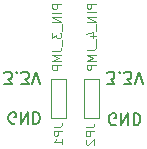
<source format=gbr>
%TF.GenerationSoftware,KiCad,Pcbnew,9.0.7*%
%TF.CreationDate,2026-02-20T18:34:38-05:00*%
%TF.ProjectId,PB_16,50425f31-362e-46b6-9963-61645f706362,v1*%
%TF.SameCoordinates,Original*%
%TF.FileFunction,Legend,Bot*%
%TF.FilePolarity,Positive*%
%FSLAX46Y46*%
G04 Gerber Fmt 4.6, Leading zero omitted, Abs format (unit mm)*
G04 Created by KiCad (PCBNEW 9.0.7) date 2026-02-20 18:34:38*
%MOMM*%
%LPD*%
G01*
G04 APERTURE LIST*
%ADD10C,0.150000*%
%ADD11C,0.100000*%
%ADD12C,0.120000*%
G04 APERTURE END LIST*
D10*
X212054095Y-101931561D02*
X211958857Y-101979180D01*
X211958857Y-101979180D02*
X211816000Y-101979180D01*
X211816000Y-101979180D02*
X211673143Y-101931561D01*
X211673143Y-101931561D02*
X211577905Y-101836323D01*
X211577905Y-101836323D02*
X211530286Y-101741085D01*
X211530286Y-101741085D02*
X211482667Y-101550609D01*
X211482667Y-101550609D02*
X211482667Y-101407752D01*
X211482667Y-101407752D02*
X211530286Y-101217276D01*
X211530286Y-101217276D02*
X211577905Y-101122038D01*
X211577905Y-101122038D02*
X211673143Y-101026800D01*
X211673143Y-101026800D02*
X211816000Y-100979180D01*
X211816000Y-100979180D02*
X211911238Y-100979180D01*
X211911238Y-100979180D02*
X212054095Y-101026800D01*
X212054095Y-101026800D02*
X212101714Y-101074419D01*
X212101714Y-101074419D02*
X212101714Y-101407752D01*
X212101714Y-101407752D02*
X211911238Y-101407752D01*
X212530286Y-100979180D02*
X212530286Y-101979180D01*
X212530286Y-101979180D02*
X213101714Y-100979180D01*
X213101714Y-100979180D02*
X213101714Y-101979180D01*
X213577905Y-100979180D02*
X213577905Y-101979180D01*
X213577905Y-101979180D02*
X213816000Y-101979180D01*
X213816000Y-101979180D02*
X213958857Y-101931561D01*
X213958857Y-101931561D02*
X214054095Y-101836323D01*
X214054095Y-101836323D02*
X214101714Y-101741085D01*
X214101714Y-101741085D02*
X214149333Y-101550609D01*
X214149333Y-101550609D02*
X214149333Y-101407752D01*
X214149333Y-101407752D02*
X214101714Y-101217276D01*
X214101714Y-101217276D02*
X214054095Y-101122038D01*
X214054095Y-101122038D02*
X213958857Y-101026800D01*
X213958857Y-101026800D02*
X213816000Y-100979180D01*
X213816000Y-100979180D02*
X213577905Y-100979180D01*
X219839810Y-98579180D02*
X220458857Y-98579180D01*
X220458857Y-98579180D02*
X220125524Y-98198228D01*
X220125524Y-98198228D02*
X220268381Y-98198228D01*
X220268381Y-98198228D02*
X220363619Y-98150609D01*
X220363619Y-98150609D02*
X220411238Y-98102990D01*
X220411238Y-98102990D02*
X220458857Y-98007752D01*
X220458857Y-98007752D02*
X220458857Y-97769657D01*
X220458857Y-97769657D02*
X220411238Y-97674419D01*
X220411238Y-97674419D02*
X220363619Y-97626800D01*
X220363619Y-97626800D02*
X220268381Y-97579180D01*
X220268381Y-97579180D02*
X219982667Y-97579180D01*
X219982667Y-97579180D02*
X219887429Y-97626800D01*
X219887429Y-97626800D02*
X219839810Y-97674419D01*
X220887429Y-97674419D02*
X220935048Y-97626800D01*
X220935048Y-97626800D02*
X220887429Y-97579180D01*
X220887429Y-97579180D02*
X220839810Y-97626800D01*
X220839810Y-97626800D02*
X220887429Y-97674419D01*
X220887429Y-97674419D02*
X220887429Y-97579180D01*
X221268381Y-98579180D02*
X221887428Y-98579180D01*
X221887428Y-98579180D02*
X221554095Y-98198228D01*
X221554095Y-98198228D02*
X221696952Y-98198228D01*
X221696952Y-98198228D02*
X221792190Y-98150609D01*
X221792190Y-98150609D02*
X221839809Y-98102990D01*
X221839809Y-98102990D02*
X221887428Y-98007752D01*
X221887428Y-98007752D02*
X221887428Y-97769657D01*
X221887428Y-97769657D02*
X221839809Y-97674419D01*
X221839809Y-97674419D02*
X221792190Y-97626800D01*
X221792190Y-97626800D02*
X221696952Y-97579180D01*
X221696952Y-97579180D02*
X221411238Y-97579180D01*
X221411238Y-97579180D02*
X221316000Y-97626800D01*
X221316000Y-97626800D02*
X221268381Y-97674419D01*
X222173143Y-98579180D02*
X222506476Y-97579180D01*
X222506476Y-97579180D02*
X222839809Y-98579180D01*
X211139810Y-98579180D02*
X211758857Y-98579180D01*
X211758857Y-98579180D02*
X211425524Y-98198228D01*
X211425524Y-98198228D02*
X211568381Y-98198228D01*
X211568381Y-98198228D02*
X211663619Y-98150609D01*
X211663619Y-98150609D02*
X211711238Y-98102990D01*
X211711238Y-98102990D02*
X211758857Y-98007752D01*
X211758857Y-98007752D02*
X211758857Y-97769657D01*
X211758857Y-97769657D02*
X211711238Y-97674419D01*
X211711238Y-97674419D02*
X211663619Y-97626800D01*
X211663619Y-97626800D02*
X211568381Y-97579180D01*
X211568381Y-97579180D02*
X211282667Y-97579180D01*
X211282667Y-97579180D02*
X211187429Y-97626800D01*
X211187429Y-97626800D02*
X211139810Y-97674419D01*
X212187429Y-97674419D02*
X212235048Y-97626800D01*
X212235048Y-97626800D02*
X212187429Y-97579180D01*
X212187429Y-97579180D02*
X212139810Y-97626800D01*
X212139810Y-97626800D02*
X212187429Y-97674419D01*
X212187429Y-97674419D02*
X212187429Y-97579180D01*
X212568381Y-98579180D02*
X213187428Y-98579180D01*
X213187428Y-98579180D02*
X212854095Y-98198228D01*
X212854095Y-98198228D02*
X212996952Y-98198228D01*
X212996952Y-98198228D02*
X213092190Y-98150609D01*
X213092190Y-98150609D02*
X213139809Y-98102990D01*
X213139809Y-98102990D02*
X213187428Y-98007752D01*
X213187428Y-98007752D02*
X213187428Y-97769657D01*
X213187428Y-97769657D02*
X213139809Y-97674419D01*
X213139809Y-97674419D02*
X213092190Y-97626800D01*
X213092190Y-97626800D02*
X212996952Y-97579180D01*
X212996952Y-97579180D02*
X212711238Y-97579180D01*
X212711238Y-97579180D02*
X212616000Y-97626800D01*
X212616000Y-97626800D02*
X212568381Y-97674419D01*
X213473143Y-98579180D02*
X213806476Y-97579180D01*
X213806476Y-97579180D02*
X214139809Y-98579180D01*
X220554095Y-102031561D02*
X220458857Y-102079180D01*
X220458857Y-102079180D02*
X220316000Y-102079180D01*
X220316000Y-102079180D02*
X220173143Y-102031561D01*
X220173143Y-102031561D02*
X220077905Y-101936323D01*
X220077905Y-101936323D02*
X220030286Y-101841085D01*
X220030286Y-101841085D02*
X219982667Y-101650609D01*
X219982667Y-101650609D02*
X219982667Y-101507752D01*
X219982667Y-101507752D02*
X220030286Y-101317276D01*
X220030286Y-101317276D02*
X220077905Y-101222038D01*
X220077905Y-101222038D02*
X220173143Y-101126800D01*
X220173143Y-101126800D02*
X220316000Y-101079180D01*
X220316000Y-101079180D02*
X220411238Y-101079180D01*
X220411238Y-101079180D02*
X220554095Y-101126800D01*
X220554095Y-101126800D02*
X220601714Y-101174419D01*
X220601714Y-101174419D02*
X220601714Y-101507752D01*
X220601714Y-101507752D02*
X220411238Y-101507752D01*
X221030286Y-101079180D02*
X221030286Y-102079180D01*
X221030286Y-102079180D02*
X221601714Y-101079180D01*
X221601714Y-101079180D02*
X221601714Y-102079180D01*
X222077905Y-101079180D02*
X222077905Y-102079180D01*
X222077905Y-102079180D02*
X222316000Y-102079180D01*
X222316000Y-102079180D02*
X222458857Y-102031561D01*
X222458857Y-102031561D02*
X222554095Y-101936323D01*
X222554095Y-101936323D02*
X222601714Y-101841085D01*
X222601714Y-101841085D02*
X222649333Y-101650609D01*
X222649333Y-101650609D02*
X222649333Y-101507752D01*
X222649333Y-101507752D02*
X222601714Y-101317276D01*
X222601714Y-101317276D02*
X222554095Y-101222038D01*
X222554095Y-101222038D02*
X222458857Y-101126800D01*
X222458857Y-101126800D02*
X222316000Y-101079180D01*
X222316000Y-101079180D02*
X222077905Y-101079180D01*
D11*
X215307764Y-102209000D02*
X215843478Y-102209000D01*
X215843478Y-102209000D02*
X215950621Y-102173285D01*
X215950621Y-102173285D02*
X216022050Y-102101857D01*
X216022050Y-102101857D02*
X216057764Y-101994714D01*
X216057764Y-101994714D02*
X216057764Y-101923285D01*
X216057764Y-102566143D02*
X215307764Y-102566143D01*
X215307764Y-102566143D02*
X215307764Y-102851857D01*
X215307764Y-102851857D02*
X215343478Y-102923286D01*
X215343478Y-102923286D02*
X215379192Y-102959000D01*
X215379192Y-102959000D02*
X215450621Y-102994714D01*
X215450621Y-102994714D02*
X215557764Y-102994714D01*
X215557764Y-102994714D02*
X215629192Y-102959000D01*
X215629192Y-102959000D02*
X215664907Y-102923286D01*
X215664907Y-102923286D02*
X215700621Y-102851857D01*
X215700621Y-102851857D02*
X215700621Y-102566143D01*
X216057764Y-103709000D02*
X216057764Y-103280429D01*
X216057764Y-103494714D02*
X215307764Y-103494714D01*
X215307764Y-103494714D02*
X215414907Y-103423286D01*
X215414907Y-103423286D02*
X215486335Y-103351857D01*
X215486335Y-103351857D02*
X215522050Y-103280429D01*
X215957764Y-91848285D02*
X215207764Y-91848285D01*
X215207764Y-91848285D02*
X215207764Y-92133999D01*
X215207764Y-92133999D02*
X215243478Y-92205428D01*
X215243478Y-92205428D02*
X215279192Y-92241142D01*
X215279192Y-92241142D02*
X215350621Y-92276856D01*
X215350621Y-92276856D02*
X215457764Y-92276856D01*
X215457764Y-92276856D02*
X215529192Y-92241142D01*
X215529192Y-92241142D02*
X215564907Y-92205428D01*
X215564907Y-92205428D02*
X215600621Y-92133999D01*
X215600621Y-92133999D02*
X215600621Y-91848285D01*
X215957764Y-92598285D02*
X215207764Y-92598285D01*
X215957764Y-92955428D02*
X215207764Y-92955428D01*
X215207764Y-92955428D02*
X215957764Y-93383999D01*
X215957764Y-93383999D02*
X215207764Y-93383999D01*
X216029192Y-93562571D02*
X216029192Y-94133999D01*
X215207764Y-94241142D02*
X215207764Y-94705428D01*
X215207764Y-94705428D02*
X215493478Y-94455428D01*
X215493478Y-94455428D02*
X215493478Y-94562571D01*
X215493478Y-94562571D02*
X215529192Y-94634000D01*
X215529192Y-94634000D02*
X215564907Y-94669714D01*
X215564907Y-94669714D02*
X215636335Y-94705428D01*
X215636335Y-94705428D02*
X215814907Y-94705428D01*
X215814907Y-94705428D02*
X215886335Y-94669714D01*
X215886335Y-94669714D02*
X215922050Y-94634000D01*
X215922050Y-94634000D02*
X215957764Y-94562571D01*
X215957764Y-94562571D02*
X215957764Y-94348285D01*
X215957764Y-94348285D02*
X215922050Y-94276857D01*
X215922050Y-94276857D02*
X215886335Y-94241142D01*
X216029192Y-94848286D02*
X216029192Y-95419714D01*
X215207764Y-95812572D02*
X215743478Y-95812572D01*
X215743478Y-95812572D02*
X215850621Y-95776857D01*
X215850621Y-95776857D02*
X215922050Y-95705429D01*
X215922050Y-95705429D02*
X215957764Y-95598286D01*
X215957764Y-95598286D02*
X215957764Y-95526857D01*
X215957764Y-96169715D02*
X215207764Y-96169715D01*
X215207764Y-96169715D02*
X215743478Y-96419715D01*
X215743478Y-96419715D02*
X215207764Y-96669715D01*
X215207764Y-96669715D02*
X215957764Y-96669715D01*
X215957764Y-97026858D02*
X215207764Y-97026858D01*
X215207764Y-97026858D02*
X215207764Y-97312572D01*
X215207764Y-97312572D02*
X215243478Y-97384001D01*
X215243478Y-97384001D02*
X215279192Y-97419715D01*
X215279192Y-97419715D02*
X215350621Y-97455429D01*
X215350621Y-97455429D02*
X215457764Y-97455429D01*
X215457764Y-97455429D02*
X215529192Y-97419715D01*
X215529192Y-97419715D02*
X215564907Y-97384001D01*
X215564907Y-97384001D02*
X215600621Y-97312572D01*
X215600621Y-97312572D02*
X215600621Y-97026858D01*
X218007764Y-102252000D02*
X218543478Y-102252000D01*
X218543478Y-102252000D02*
X218650621Y-102216285D01*
X218650621Y-102216285D02*
X218722050Y-102144857D01*
X218722050Y-102144857D02*
X218757764Y-102037714D01*
X218757764Y-102037714D02*
X218757764Y-101966285D01*
X218757764Y-102609143D02*
X218007764Y-102609143D01*
X218007764Y-102609143D02*
X218007764Y-102894857D01*
X218007764Y-102894857D02*
X218043478Y-102966286D01*
X218043478Y-102966286D02*
X218079192Y-103002000D01*
X218079192Y-103002000D02*
X218150621Y-103037714D01*
X218150621Y-103037714D02*
X218257764Y-103037714D01*
X218257764Y-103037714D02*
X218329192Y-103002000D01*
X218329192Y-103002000D02*
X218364907Y-102966286D01*
X218364907Y-102966286D02*
X218400621Y-102894857D01*
X218400621Y-102894857D02*
X218400621Y-102609143D01*
X218079192Y-103323429D02*
X218043478Y-103359143D01*
X218043478Y-103359143D02*
X218007764Y-103430572D01*
X218007764Y-103430572D02*
X218007764Y-103609143D01*
X218007764Y-103609143D02*
X218043478Y-103680572D01*
X218043478Y-103680572D02*
X218079192Y-103716286D01*
X218079192Y-103716286D02*
X218150621Y-103752000D01*
X218150621Y-103752000D02*
X218222050Y-103752000D01*
X218222050Y-103752000D02*
X218329192Y-103716286D01*
X218329192Y-103716286D02*
X218757764Y-103287714D01*
X218757764Y-103287714D02*
X218757764Y-103752000D01*
X218857764Y-91791285D02*
X218107764Y-91791285D01*
X218107764Y-91791285D02*
X218107764Y-92076999D01*
X218107764Y-92076999D02*
X218143478Y-92148428D01*
X218143478Y-92148428D02*
X218179192Y-92184142D01*
X218179192Y-92184142D02*
X218250621Y-92219856D01*
X218250621Y-92219856D02*
X218357764Y-92219856D01*
X218357764Y-92219856D02*
X218429192Y-92184142D01*
X218429192Y-92184142D02*
X218464907Y-92148428D01*
X218464907Y-92148428D02*
X218500621Y-92076999D01*
X218500621Y-92076999D02*
X218500621Y-91791285D01*
X218857764Y-92541285D02*
X218107764Y-92541285D01*
X218857764Y-92898428D02*
X218107764Y-92898428D01*
X218107764Y-92898428D02*
X218857764Y-93326999D01*
X218857764Y-93326999D02*
X218107764Y-93326999D01*
X218929192Y-93505571D02*
X218929192Y-94076999D01*
X218357764Y-94577000D02*
X218857764Y-94577000D01*
X218072050Y-94398428D02*
X218607764Y-94219857D01*
X218607764Y-94219857D02*
X218607764Y-94684142D01*
X218929192Y-94791286D02*
X218929192Y-95362714D01*
X218107764Y-95755572D02*
X218643478Y-95755572D01*
X218643478Y-95755572D02*
X218750621Y-95719857D01*
X218750621Y-95719857D02*
X218822050Y-95648429D01*
X218822050Y-95648429D02*
X218857764Y-95541286D01*
X218857764Y-95541286D02*
X218857764Y-95469857D01*
X218857764Y-96112715D02*
X218107764Y-96112715D01*
X218107764Y-96112715D02*
X218643478Y-96362715D01*
X218643478Y-96362715D02*
X218107764Y-96612715D01*
X218107764Y-96612715D02*
X218857764Y-96612715D01*
X218857764Y-96969858D02*
X218107764Y-96969858D01*
X218107764Y-96969858D02*
X218107764Y-97255572D01*
X218107764Y-97255572D02*
X218143478Y-97327001D01*
X218143478Y-97327001D02*
X218179192Y-97362715D01*
X218179192Y-97362715D02*
X218250621Y-97398429D01*
X218250621Y-97398429D02*
X218357764Y-97398429D01*
X218357764Y-97398429D02*
X218429192Y-97362715D01*
X218429192Y-97362715D02*
X218464907Y-97327001D01*
X218464907Y-97327001D02*
X218500621Y-97255572D01*
X218500621Y-97255572D02*
X218500621Y-96969858D01*
D12*
%TO.C,JP1*%
X215081000Y-98183000D02*
X215081000Y-101485000D01*
X215081000Y-101485000D02*
X216351000Y-101485000D01*
X216351000Y-98183000D02*
X215081000Y-98183000D01*
X216351000Y-101485000D02*
X216351000Y-98183000D01*
%TO.C,JP2*%
X217881000Y-98183000D02*
X217881000Y-101485000D01*
X217881000Y-101485000D02*
X219151000Y-101485000D01*
X219151000Y-98183000D02*
X217881000Y-98183000D01*
X219151000Y-101485000D02*
X219151000Y-98183000D01*
%TD*%
%LPC*%
G36*
X218442598Y-117538161D02*
G01*
X218454116Y-117538161D01*
X218499123Y-117547113D01*
X218596360Y-117562514D01*
X218627636Y-117572676D01*
X218656189Y-117578356D01*
X218696487Y-117595048D01*
X218753152Y-117613460D01*
X218806235Y-117640507D01*
X218846538Y-117657201D01*
X218870747Y-117673377D01*
X218900043Y-117688304D01*
X218979683Y-117746166D01*
X219017847Y-117771666D01*
X219025991Y-117779810D01*
X219033415Y-117785204D01*
X219149995Y-117901784D01*
X219155388Y-117909207D01*
X219163534Y-117917353D01*
X219189036Y-117955520D01*
X219246895Y-118035156D01*
X219261820Y-118064448D01*
X219277999Y-118088662D01*
X219294694Y-118128969D01*
X219321739Y-118182047D01*
X219340148Y-118238704D01*
X219356844Y-118279011D01*
X219362524Y-118307569D01*
X219372685Y-118338839D01*
X219388084Y-118436067D01*
X219397039Y-118481084D01*
X219397039Y-118492602D01*
X219398475Y-118501669D01*
X219398475Y-118666530D01*
X219397039Y-118675596D01*
X219397039Y-118687116D01*
X219388083Y-118732135D01*
X219372685Y-118829360D01*
X219362525Y-118860628D01*
X219356844Y-118889189D01*
X219340147Y-118929498D01*
X219321739Y-118986152D01*
X219294696Y-119039225D01*
X219277999Y-119079538D01*
X219261818Y-119103754D01*
X219246895Y-119133043D01*
X219189045Y-119212666D01*
X219163534Y-119250847D01*
X219155385Y-119258995D01*
X219149995Y-119266415D01*
X219033415Y-119382995D01*
X219025995Y-119388385D01*
X219017847Y-119396534D01*
X218979666Y-119422045D01*
X218900043Y-119479895D01*
X218870754Y-119494818D01*
X218846538Y-119510999D01*
X218806225Y-119527696D01*
X218753152Y-119554739D01*
X218696498Y-119573147D01*
X218656189Y-119589844D01*
X218627628Y-119595525D01*
X218596360Y-119605685D01*
X218499133Y-119621084D01*
X218454116Y-119630039D01*
X218442597Y-119630039D01*
X218433531Y-119631475D01*
X218268669Y-119631475D01*
X218259603Y-119630039D01*
X218248084Y-119630039D01*
X218203067Y-119621084D01*
X218105839Y-119605685D01*
X218074569Y-119595524D01*
X218046011Y-119589844D01*
X218005704Y-119573148D01*
X217949047Y-119554739D01*
X217895969Y-119527694D01*
X217855662Y-119510999D01*
X217831448Y-119494820D01*
X217802156Y-119479895D01*
X217722520Y-119422036D01*
X217684353Y-119396534D01*
X217676207Y-119388388D01*
X217668784Y-119382995D01*
X217552204Y-119266415D01*
X217546810Y-119258991D01*
X217538666Y-119250847D01*
X217513166Y-119212683D01*
X217455304Y-119133043D01*
X217440377Y-119103747D01*
X217424201Y-119079538D01*
X217407507Y-119039235D01*
X217380460Y-118986152D01*
X217362048Y-118929487D01*
X217345356Y-118889189D01*
X217339676Y-118860636D01*
X217329514Y-118829360D01*
X217314114Y-118732126D01*
X217305161Y-118687116D01*
X217305161Y-118675596D01*
X217303725Y-118666530D01*
X217303725Y-118501669D01*
X217305161Y-118492602D01*
X217305161Y-118481084D01*
X217314113Y-118436077D01*
X217329514Y-118338839D01*
X217339676Y-118307561D01*
X217345356Y-118279011D01*
X217362046Y-118238716D01*
X217380460Y-118182047D01*
X217407509Y-118128958D01*
X217424201Y-118088662D01*
X217440375Y-118064455D01*
X217455304Y-118035156D01*
X217513174Y-117955503D01*
X217538666Y-117917353D01*
X217546807Y-117909211D01*
X217552204Y-117901784D01*
X217668784Y-117785204D01*
X217676211Y-117779807D01*
X217684353Y-117771666D01*
X217722503Y-117746174D01*
X217802156Y-117688304D01*
X217831455Y-117673375D01*
X217855662Y-117657201D01*
X217895958Y-117640509D01*
X217949047Y-117613460D01*
X218005716Y-117595046D01*
X218046011Y-117578356D01*
X218074561Y-117572676D01*
X218105839Y-117562514D01*
X218203077Y-117547113D01*
X218248084Y-117538161D01*
X218259602Y-117538161D01*
X218268669Y-117536725D01*
X218433531Y-117536725D01*
X218442598Y-117538161D01*
G37*
G36*
X224942598Y-117538161D02*
G01*
X224954116Y-117538161D01*
X224999123Y-117547113D01*
X225096360Y-117562514D01*
X225127636Y-117572676D01*
X225156189Y-117578356D01*
X225196487Y-117595048D01*
X225253152Y-117613460D01*
X225306235Y-117640507D01*
X225346538Y-117657201D01*
X225370747Y-117673377D01*
X225400043Y-117688304D01*
X225479683Y-117746166D01*
X225517847Y-117771666D01*
X225525991Y-117779810D01*
X225533415Y-117785204D01*
X225649995Y-117901784D01*
X225655388Y-117909207D01*
X225663534Y-117917353D01*
X225689036Y-117955520D01*
X225746895Y-118035156D01*
X225761820Y-118064448D01*
X225777999Y-118088662D01*
X225794694Y-118128969D01*
X225821739Y-118182047D01*
X225840148Y-118238704D01*
X225856844Y-118279011D01*
X225862524Y-118307569D01*
X225872685Y-118338839D01*
X225888084Y-118436067D01*
X225897039Y-118481084D01*
X225897039Y-118492602D01*
X225898475Y-118501669D01*
X225898475Y-118666530D01*
X225897039Y-118675596D01*
X225897039Y-118687116D01*
X225888083Y-118732135D01*
X225872685Y-118829360D01*
X225862525Y-118860628D01*
X225856844Y-118889189D01*
X225840147Y-118929498D01*
X225821739Y-118986152D01*
X225794696Y-119039225D01*
X225777999Y-119079538D01*
X225761818Y-119103754D01*
X225746895Y-119133043D01*
X225689045Y-119212666D01*
X225663534Y-119250847D01*
X225655385Y-119258995D01*
X225649995Y-119266415D01*
X225533415Y-119382995D01*
X225525995Y-119388385D01*
X225517847Y-119396534D01*
X225479666Y-119422045D01*
X225400043Y-119479895D01*
X225370754Y-119494818D01*
X225346538Y-119510999D01*
X225306225Y-119527696D01*
X225253152Y-119554739D01*
X225196498Y-119573147D01*
X225156189Y-119589844D01*
X225127628Y-119595525D01*
X225096360Y-119605685D01*
X224999133Y-119621084D01*
X224954116Y-119630039D01*
X224942597Y-119630039D01*
X224933531Y-119631475D01*
X224768669Y-119631475D01*
X224759603Y-119630039D01*
X224748084Y-119630039D01*
X224703067Y-119621084D01*
X224605839Y-119605685D01*
X224574569Y-119595524D01*
X224546011Y-119589844D01*
X224505704Y-119573148D01*
X224449047Y-119554739D01*
X224395969Y-119527694D01*
X224355662Y-119510999D01*
X224331448Y-119494820D01*
X224302156Y-119479895D01*
X224222520Y-119422036D01*
X224184353Y-119396534D01*
X224176207Y-119388388D01*
X224168784Y-119382995D01*
X224052204Y-119266415D01*
X224046810Y-119258991D01*
X224038666Y-119250847D01*
X224013166Y-119212683D01*
X223955304Y-119133043D01*
X223940377Y-119103747D01*
X223924201Y-119079538D01*
X223907507Y-119039235D01*
X223880460Y-118986152D01*
X223862048Y-118929487D01*
X223845356Y-118889189D01*
X223839676Y-118860636D01*
X223829514Y-118829360D01*
X223814114Y-118732126D01*
X223805161Y-118687116D01*
X223805161Y-118675596D01*
X223803725Y-118666530D01*
X223803725Y-118501669D01*
X223805161Y-118492602D01*
X223805161Y-118481084D01*
X223814113Y-118436077D01*
X223829514Y-118338839D01*
X223839676Y-118307561D01*
X223845356Y-118279011D01*
X223862046Y-118238716D01*
X223880460Y-118182047D01*
X223907509Y-118128958D01*
X223924201Y-118088662D01*
X223940375Y-118064455D01*
X223955304Y-118035156D01*
X224013174Y-117955503D01*
X224038666Y-117917353D01*
X224046807Y-117909211D01*
X224052204Y-117901784D01*
X224168784Y-117785204D01*
X224176211Y-117779807D01*
X224184353Y-117771666D01*
X224222503Y-117746174D01*
X224302156Y-117688304D01*
X224331455Y-117673375D01*
X224355662Y-117657201D01*
X224395958Y-117640509D01*
X224449047Y-117613460D01*
X224505716Y-117595046D01*
X224546011Y-117578356D01*
X224574561Y-117572676D01*
X224605839Y-117562514D01*
X224703077Y-117547113D01*
X224748084Y-117538161D01*
X224759602Y-117538161D01*
X224768669Y-117536725D01*
X224933531Y-117536725D01*
X224942598Y-117538161D01*
G37*
G36*
X205221898Y-117525461D02*
G01*
X205233416Y-117525461D01*
X205278423Y-117534413D01*
X205375660Y-117549814D01*
X205406936Y-117559976D01*
X205435489Y-117565656D01*
X205475787Y-117582348D01*
X205532452Y-117600760D01*
X205585535Y-117627807D01*
X205625838Y-117644501D01*
X205650047Y-117660677D01*
X205679343Y-117675604D01*
X205758983Y-117733466D01*
X205797147Y-117758966D01*
X205805291Y-117767110D01*
X205812715Y-117772504D01*
X205929295Y-117889084D01*
X205934688Y-117896507D01*
X205942834Y-117904653D01*
X205968336Y-117942820D01*
X206026195Y-118022456D01*
X206041120Y-118051748D01*
X206057299Y-118075962D01*
X206073994Y-118116269D01*
X206101039Y-118169347D01*
X206119448Y-118226004D01*
X206136144Y-118266311D01*
X206141824Y-118294869D01*
X206151985Y-118326139D01*
X206167384Y-118423367D01*
X206176339Y-118468384D01*
X206176339Y-118479902D01*
X206177775Y-118488969D01*
X206177775Y-118653830D01*
X206176339Y-118662896D01*
X206176339Y-118674416D01*
X206167383Y-118719435D01*
X206151985Y-118816660D01*
X206141825Y-118847928D01*
X206136144Y-118876489D01*
X206119447Y-118916798D01*
X206101039Y-118973452D01*
X206073996Y-119026525D01*
X206057299Y-119066838D01*
X206041118Y-119091054D01*
X206026195Y-119120343D01*
X205968345Y-119199966D01*
X205942834Y-119238147D01*
X205934685Y-119246295D01*
X205929295Y-119253715D01*
X205812715Y-119370295D01*
X205805295Y-119375685D01*
X205797147Y-119383834D01*
X205758966Y-119409345D01*
X205679343Y-119467195D01*
X205650054Y-119482118D01*
X205625838Y-119498299D01*
X205585525Y-119514996D01*
X205532452Y-119542039D01*
X205475798Y-119560447D01*
X205435489Y-119577144D01*
X205406928Y-119582825D01*
X205375660Y-119592985D01*
X205278433Y-119608384D01*
X205233416Y-119617339D01*
X205221897Y-119617339D01*
X205212831Y-119618775D01*
X205047969Y-119618775D01*
X205038903Y-119617339D01*
X205027384Y-119617339D01*
X204982367Y-119608384D01*
X204885139Y-119592985D01*
X204853869Y-119582824D01*
X204825311Y-119577144D01*
X204785004Y-119560448D01*
X204728347Y-119542039D01*
X204675269Y-119514994D01*
X204634962Y-119498299D01*
X204610748Y-119482120D01*
X204581456Y-119467195D01*
X204501820Y-119409336D01*
X204463653Y-119383834D01*
X204455507Y-119375688D01*
X204448084Y-119370295D01*
X204331504Y-119253715D01*
X204326110Y-119246291D01*
X204317966Y-119238147D01*
X204292466Y-119199983D01*
X204234604Y-119120343D01*
X204219677Y-119091047D01*
X204203501Y-119066838D01*
X204186807Y-119026535D01*
X204159760Y-118973452D01*
X204141348Y-118916787D01*
X204124656Y-118876489D01*
X204118976Y-118847936D01*
X204108814Y-118816660D01*
X204093414Y-118719426D01*
X204084461Y-118674416D01*
X204084461Y-118662896D01*
X204083025Y-118653830D01*
X204083025Y-118488969D01*
X204084461Y-118479902D01*
X204084461Y-118468384D01*
X204093413Y-118423377D01*
X204108814Y-118326139D01*
X204118976Y-118294861D01*
X204124656Y-118266311D01*
X204141346Y-118226016D01*
X204159760Y-118169347D01*
X204186809Y-118116258D01*
X204203501Y-118075962D01*
X204219675Y-118051755D01*
X204234604Y-118022456D01*
X204292474Y-117942803D01*
X204317966Y-117904653D01*
X204326107Y-117896511D01*
X204331504Y-117889084D01*
X204448084Y-117772504D01*
X204455511Y-117767107D01*
X204463653Y-117758966D01*
X204501803Y-117733474D01*
X204581456Y-117675604D01*
X204610755Y-117660675D01*
X204634962Y-117644501D01*
X204675258Y-117627809D01*
X204728347Y-117600760D01*
X204785016Y-117582346D01*
X204825311Y-117565656D01*
X204853861Y-117559976D01*
X204885139Y-117549814D01*
X204982377Y-117534413D01*
X205027384Y-117525461D01*
X205038902Y-117525461D01*
X205047969Y-117524025D01*
X205212831Y-117524025D01*
X205221898Y-117525461D01*
G37*
G36*
X211721898Y-117525461D02*
G01*
X211733416Y-117525461D01*
X211778423Y-117534413D01*
X211875660Y-117549814D01*
X211906936Y-117559976D01*
X211935489Y-117565656D01*
X211975787Y-117582348D01*
X212032452Y-117600760D01*
X212085535Y-117627807D01*
X212125838Y-117644501D01*
X212150047Y-117660677D01*
X212179343Y-117675604D01*
X212258983Y-117733466D01*
X212297147Y-117758966D01*
X212305291Y-117767110D01*
X212312715Y-117772504D01*
X212429295Y-117889084D01*
X212434688Y-117896507D01*
X212442834Y-117904653D01*
X212468336Y-117942820D01*
X212526195Y-118022456D01*
X212541120Y-118051748D01*
X212557299Y-118075962D01*
X212573994Y-118116269D01*
X212601039Y-118169347D01*
X212619448Y-118226004D01*
X212636144Y-118266311D01*
X212641824Y-118294869D01*
X212651985Y-118326139D01*
X212667384Y-118423367D01*
X212676339Y-118468384D01*
X212676339Y-118479902D01*
X212677775Y-118488969D01*
X212677775Y-118653830D01*
X212676339Y-118662896D01*
X212676339Y-118674416D01*
X212667383Y-118719435D01*
X212651985Y-118816660D01*
X212641825Y-118847928D01*
X212636144Y-118876489D01*
X212619447Y-118916798D01*
X212601039Y-118973452D01*
X212573996Y-119026525D01*
X212557299Y-119066838D01*
X212541118Y-119091054D01*
X212526195Y-119120343D01*
X212468345Y-119199966D01*
X212442834Y-119238147D01*
X212434685Y-119246295D01*
X212429295Y-119253715D01*
X212312715Y-119370295D01*
X212305295Y-119375685D01*
X212297147Y-119383834D01*
X212258966Y-119409345D01*
X212179343Y-119467195D01*
X212150054Y-119482118D01*
X212125838Y-119498299D01*
X212085525Y-119514996D01*
X212032452Y-119542039D01*
X211975798Y-119560447D01*
X211935489Y-119577144D01*
X211906928Y-119582825D01*
X211875660Y-119592985D01*
X211778433Y-119608384D01*
X211733416Y-119617339D01*
X211721897Y-119617339D01*
X211712831Y-119618775D01*
X211547969Y-119618775D01*
X211538903Y-119617339D01*
X211527384Y-119617339D01*
X211482367Y-119608384D01*
X211385139Y-119592985D01*
X211353869Y-119582824D01*
X211325311Y-119577144D01*
X211285004Y-119560448D01*
X211228347Y-119542039D01*
X211175269Y-119514994D01*
X211134962Y-119498299D01*
X211110748Y-119482120D01*
X211081456Y-119467195D01*
X211001820Y-119409336D01*
X210963653Y-119383834D01*
X210955507Y-119375688D01*
X210948084Y-119370295D01*
X210831504Y-119253715D01*
X210826110Y-119246291D01*
X210817966Y-119238147D01*
X210792466Y-119199983D01*
X210734604Y-119120343D01*
X210719677Y-119091047D01*
X210703501Y-119066838D01*
X210686807Y-119026535D01*
X210659760Y-118973452D01*
X210641348Y-118916787D01*
X210624656Y-118876489D01*
X210618976Y-118847936D01*
X210608814Y-118816660D01*
X210593414Y-118719426D01*
X210584461Y-118674416D01*
X210584461Y-118662896D01*
X210583025Y-118653830D01*
X210583025Y-118488969D01*
X210584461Y-118479902D01*
X210584461Y-118468384D01*
X210593413Y-118423377D01*
X210608814Y-118326139D01*
X210618976Y-118294861D01*
X210624656Y-118266311D01*
X210641346Y-118226016D01*
X210659760Y-118169347D01*
X210686809Y-118116258D01*
X210703501Y-118075962D01*
X210719675Y-118051755D01*
X210734604Y-118022456D01*
X210792474Y-117942803D01*
X210817966Y-117904653D01*
X210826107Y-117896511D01*
X210831504Y-117889084D01*
X210948084Y-117772504D01*
X210955511Y-117767107D01*
X210963653Y-117758966D01*
X211001803Y-117733474D01*
X211081456Y-117675604D01*
X211110755Y-117660675D01*
X211134962Y-117644501D01*
X211175258Y-117627809D01*
X211228347Y-117600760D01*
X211285016Y-117582346D01*
X211325311Y-117565656D01*
X211353861Y-117559976D01*
X211385139Y-117549814D01*
X211482377Y-117534413D01*
X211527384Y-117525461D01*
X211538902Y-117525461D01*
X211547969Y-117524025D01*
X211712831Y-117524025D01*
X211721898Y-117525461D01*
G37*
G36*
X140013314Y-117539035D02*
G01*
X140029126Y-117546016D01*
X140036931Y-117547253D01*
X140069439Y-117563816D01*
X140114506Y-117583716D01*
X140192724Y-117661934D01*
X140212626Y-117707007D01*
X140229186Y-117739508D01*
X140230421Y-117747310D01*
X140237405Y-117763126D01*
X140245400Y-117832040D01*
X140245400Y-119282040D01*
X140237405Y-119350954D01*
X140230421Y-119366769D01*
X140229186Y-119374571D01*
X140212629Y-119407064D01*
X140192724Y-119452146D01*
X140114506Y-119530364D01*
X140069424Y-119550269D01*
X140036931Y-119566826D01*
X140029129Y-119568061D01*
X140013314Y-119575045D01*
X139944400Y-119583040D01*
X138744400Y-119583040D01*
X138675486Y-119575045D01*
X138659670Y-119568061D01*
X138651868Y-119566826D01*
X138619367Y-119550266D01*
X138574294Y-119530364D01*
X138496076Y-119452146D01*
X138476176Y-119407079D01*
X138459613Y-119374571D01*
X138458376Y-119366766D01*
X138451395Y-119350954D01*
X138443400Y-119282040D01*
X138443400Y-117832040D01*
X138451395Y-117763126D01*
X138458376Y-117747314D01*
X138459613Y-117739508D01*
X138476180Y-117706993D01*
X138496076Y-117661934D01*
X138574294Y-117583716D01*
X138619353Y-117563820D01*
X138651868Y-117547253D01*
X138659674Y-117546016D01*
X138675486Y-117539035D01*
X138744400Y-117531040D01*
X139944400Y-117531040D01*
X140013314Y-117539035D01*
G37*
G36*
X132105946Y-117569837D02*
G01*
X132269128Y-117637429D01*
X132415988Y-117735558D01*
X132540882Y-117860452D01*
X132639011Y-118007312D01*
X132706603Y-118170494D01*
X132741061Y-118343727D01*
X132745400Y-118432040D01*
X132745400Y-118682040D01*
X132741061Y-118770353D01*
X132706603Y-118943586D01*
X132639011Y-119106768D01*
X132540882Y-119253628D01*
X132415988Y-119378522D01*
X132269128Y-119476651D01*
X132105946Y-119544243D01*
X131932713Y-119578701D01*
X131756087Y-119578701D01*
X131582854Y-119544243D01*
X131419672Y-119476651D01*
X131272812Y-119378522D01*
X131147918Y-119253628D01*
X131049789Y-119106768D01*
X130982197Y-118943586D01*
X130947739Y-118770353D01*
X130943400Y-118682040D01*
X130943400Y-118432040D01*
X130947739Y-118343727D01*
X130982197Y-118170494D01*
X131049789Y-118007312D01*
X131147918Y-117860452D01*
X131272812Y-117735558D01*
X131419672Y-117637429D01*
X131582854Y-117569837D01*
X131756087Y-117535379D01*
X131932713Y-117535379D01*
X132105946Y-117569837D01*
G37*
G36*
X134605946Y-117569837D02*
G01*
X134769128Y-117637429D01*
X134915988Y-117735558D01*
X135040882Y-117860452D01*
X135139011Y-118007312D01*
X135206603Y-118170494D01*
X135241061Y-118343727D01*
X135245400Y-118432040D01*
X135245400Y-118682040D01*
X135241061Y-118770353D01*
X135206603Y-118943586D01*
X135139011Y-119106768D01*
X135040882Y-119253628D01*
X134915988Y-119378522D01*
X134769128Y-119476651D01*
X134605946Y-119544243D01*
X134432713Y-119578701D01*
X134256087Y-119578701D01*
X134082854Y-119544243D01*
X133919672Y-119476651D01*
X133772812Y-119378522D01*
X133647918Y-119253628D01*
X133549789Y-119106768D01*
X133482197Y-118943586D01*
X133447739Y-118770353D01*
X133443400Y-118682040D01*
X133443400Y-118432040D01*
X133447739Y-118343727D01*
X133482197Y-118170494D01*
X133549789Y-118007312D01*
X133647918Y-117860452D01*
X133772812Y-117735558D01*
X133919672Y-117637429D01*
X134082854Y-117569837D01*
X134256087Y-117535379D01*
X134432713Y-117535379D01*
X134605946Y-117569837D01*
G37*
G36*
X137105946Y-117569837D02*
G01*
X137269128Y-117637429D01*
X137415988Y-117735558D01*
X137540882Y-117860452D01*
X137639011Y-118007312D01*
X137706603Y-118170494D01*
X137741061Y-118343727D01*
X137745400Y-118432040D01*
X137745400Y-118682040D01*
X137741061Y-118770353D01*
X137706603Y-118943586D01*
X137639011Y-119106768D01*
X137540882Y-119253628D01*
X137415988Y-119378522D01*
X137269128Y-119476651D01*
X137105946Y-119544243D01*
X136932713Y-119578701D01*
X136756087Y-119578701D01*
X136582854Y-119544243D01*
X136419672Y-119476651D01*
X136272812Y-119378522D01*
X136147918Y-119253628D01*
X136049789Y-119106768D01*
X135982197Y-118943586D01*
X135947739Y-118770353D01*
X135943400Y-118682040D01*
X135943400Y-118432040D01*
X135947739Y-118343727D01*
X135982197Y-118170494D01*
X136049789Y-118007312D01*
X136147918Y-117860452D01*
X136272812Y-117735558D01*
X136419672Y-117637429D01*
X136582854Y-117569837D01*
X136756087Y-117535379D01*
X136932713Y-117535379D01*
X137105946Y-117569837D01*
G37*
G36*
X93080867Y-114975527D02*
G01*
X93321056Y-115039886D01*
X93550791Y-115135045D01*
X93766139Y-115259376D01*
X93963416Y-115410753D01*
X94139247Y-115586584D01*
X94290624Y-115783861D01*
X94414955Y-115999209D01*
X94510114Y-116228944D01*
X94574473Y-116469133D01*
X94606930Y-116715669D01*
X94606930Y-116964331D01*
X94574473Y-117210867D01*
X94510114Y-117451056D01*
X94414955Y-117680791D01*
X94290624Y-117896139D01*
X94139247Y-118093416D01*
X93963416Y-118269247D01*
X93766139Y-118420624D01*
X93550791Y-118544955D01*
X93321056Y-118640114D01*
X93080867Y-118704473D01*
X92834331Y-118736930D01*
X92585669Y-118736930D01*
X92339133Y-118704473D01*
X92098944Y-118640114D01*
X91869209Y-118544955D01*
X91653861Y-118420624D01*
X91456584Y-118269247D01*
X91280753Y-118093416D01*
X91129376Y-117896139D01*
X91005045Y-117680791D01*
X90909886Y-117451056D01*
X90845527Y-117210867D01*
X90813070Y-116964331D01*
X90813070Y-116715669D01*
X90845527Y-116469133D01*
X90909886Y-116228944D01*
X91005045Y-115999209D01*
X91129376Y-115783861D01*
X91280753Y-115586584D01*
X91456584Y-115410753D01*
X91653861Y-115259376D01*
X91869209Y-115135045D01*
X92098944Y-115039886D01*
X92339133Y-114975527D01*
X92585669Y-114943070D01*
X92834331Y-114943070D01*
X93080867Y-114975527D01*
G37*
G36*
X243194867Y-114975527D02*
G01*
X243435056Y-115039886D01*
X243664791Y-115135045D01*
X243880139Y-115259376D01*
X244077416Y-115410753D01*
X244253247Y-115586584D01*
X244404624Y-115783861D01*
X244528955Y-115999209D01*
X244624114Y-116228944D01*
X244688473Y-116469133D01*
X244720930Y-116715669D01*
X244720930Y-116964331D01*
X244688473Y-117210867D01*
X244624114Y-117451056D01*
X244528955Y-117680791D01*
X244404624Y-117896139D01*
X244253247Y-118093416D01*
X244077416Y-118269247D01*
X243880139Y-118420624D01*
X243664791Y-118544955D01*
X243435056Y-118640114D01*
X243194867Y-118704473D01*
X242948331Y-118736930D01*
X242699669Y-118736930D01*
X242453133Y-118704473D01*
X242212944Y-118640114D01*
X241983209Y-118544955D01*
X241767861Y-118420624D01*
X241570584Y-118269247D01*
X241394753Y-118093416D01*
X241243376Y-117896139D01*
X241119045Y-117680791D01*
X241023886Y-117451056D01*
X240959527Y-117210867D01*
X240927070Y-116964331D01*
X240927070Y-116715669D01*
X240959527Y-116469133D01*
X241023886Y-116228944D01*
X241119045Y-115999209D01*
X241243376Y-115783861D01*
X241394753Y-115586584D01*
X241570584Y-115410753D01*
X241767861Y-115259376D01*
X241983209Y-115135045D01*
X242212944Y-115039886D01*
X242453133Y-114975527D01*
X242699669Y-114943070D01*
X242948331Y-114943070D01*
X243194867Y-114975527D01*
G37*
G36*
X218442598Y-113038161D02*
G01*
X218454116Y-113038161D01*
X218499123Y-113047113D01*
X218596360Y-113062514D01*
X218627636Y-113072676D01*
X218656189Y-113078356D01*
X218696487Y-113095048D01*
X218753152Y-113113460D01*
X218806235Y-113140507D01*
X218846538Y-113157201D01*
X218870747Y-113173377D01*
X218900043Y-113188304D01*
X218979683Y-113246166D01*
X219017847Y-113271666D01*
X219025991Y-113279810D01*
X219033415Y-113285204D01*
X219149995Y-113401784D01*
X219155388Y-113409207D01*
X219163534Y-113417353D01*
X219189036Y-113455520D01*
X219246895Y-113535156D01*
X219261820Y-113564448D01*
X219277999Y-113588662D01*
X219294694Y-113628969D01*
X219321739Y-113682047D01*
X219340148Y-113738704D01*
X219356844Y-113779011D01*
X219362524Y-113807569D01*
X219372685Y-113838839D01*
X219388084Y-113936067D01*
X219397039Y-113981084D01*
X219397039Y-113992602D01*
X219398475Y-114001669D01*
X219398475Y-114166530D01*
X219397039Y-114175596D01*
X219397039Y-114187116D01*
X219388083Y-114232135D01*
X219372685Y-114329360D01*
X219362525Y-114360628D01*
X219356844Y-114389189D01*
X219340147Y-114429498D01*
X219321739Y-114486152D01*
X219294696Y-114539225D01*
X219277999Y-114579538D01*
X219261818Y-114603754D01*
X219246895Y-114633043D01*
X219189045Y-114712666D01*
X219163534Y-114750847D01*
X219155385Y-114758995D01*
X219149995Y-114766415D01*
X219033415Y-114882995D01*
X219025995Y-114888385D01*
X219017847Y-114896534D01*
X218979666Y-114922045D01*
X218900043Y-114979895D01*
X218870754Y-114994818D01*
X218846538Y-115010999D01*
X218806225Y-115027696D01*
X218753152Y-115054739D01*
X218696498Y-115073147D01*
X218656189Y-115089844D01*
X218627628Y-115095525D01*
X218596360Y-115105685D01*
X218499133Y-115121084D01*
X218454116Y-115130039D01*
X218442597Y-115130039D01*
X218433531Y-115131475D01*
X218268669Y-115131475D01*
X218259603Y-115130039D01*
X218248084Y-115130039D01*
X218203067Y-115121084D01*
X218105839Y-115105685D01*
X218074569Y-115095524D01*
X218046011Y-115089844D01*
X218005704Y-115073148D01*
X217949047Y-115054739D01*
X217895969Y-115027694D01*
X217855662Y-115010999D01*
X217831448Y-114994820D01*
X217802156Y-114979895D01*
X217722520Y-114922036D01*
X217684353Y-114896534D01*
X217676207Y-114888388D01*
X217668784Y-114882995D01*
X217552204Y-114766415D01*
X217546810Y-114758991D01*
X217538666Y-114750847D01*
X217513166Y-114712683D01*
X217455304Y-114633043D01*
X217440377Y-114603747D01*
X217424201Y-114579538D01*
X217407507Y-114539235D01*
X217380460Y-114486152D01*
X217362048Y-114429487D01*
X217345356Y-114389189D01*
X217339676Y-114360636D01*
X217329514Y-114329360D01*
X217314114Y-114232126D01*
X217305161Y-114187116D01*
X217305161Y-114175596D01*
X217303725Y-114166530D01*
X217303725Y-114001669D01*
X217305161Y-113992602D01*
X217305161Y-113981084D01*
X217314113Y-113936077D01*
X217329514Y-113838839D01*
X217339676Y-113807561D01*
X217345356Y-113779011D01*
X217362046Y-113738716D01*
X217380460Y-113682047D01*
X217407509Y-113628958D01*
X217424201Y-113588662D01*
X217440375Y-113564455D01*
X217455304Y-113535156D01*
X217513174Y-113455503D01*
X217538666Y-113417353D01*
X217546807Y-113409211D01*
X217552204Y-113401784D01*
X217668784Y-113285204D01*
X217676211Y-113279807D01*
X217684353Y-113271666D01*
X217722503Y-113246174D01*
X217802156Y-113188304D01*
X217831455Y-113173375D01*
X217855662Y-113157201D01*
X217895958Y-113140509D01*
X217949047Y-113113460D01*
X218005716Y-113095046D01*
X218046011Y-113078356D01*
X218074561Y-113072676D01*
X218105839Y-113062514D01*
X218203077Y-113047113D01*
X218248084Y-113038161D01*
X218259602Y-113038161D01*
X218268669Y-113036725D01*
X218433531Y-113036725D01*
X218442598Y-113038161D01*
G37*
G36*
X224942598Y-113038161D02*
G01*
X224954116Y-113038161D01*
X224999123Y-113047113D01*
X225096360Y-113062514D01*
X225127636Y-113072676D01*
X225156189Y-113078356D01*
X225196487Y-113095048D01*
X225253152Y-113113460D01*
X225306235Y-113140507D01*
X225346538Y-113157201D01*
X225370747Y-113173377D01*
X225400043Y-113188304D01*
X225479683Y-113246166D01*
X225517847Y-113271666D01*
X225525991Y-113279810D01*
X225533415Y-113285204D01*
X225649995Y-113401784D01*
X225655388Y-113409207D01*
X225663534Y-113417353D01*
X225689036Y-113455520D01*
X225746895Y-113535156D01*
X225761820Y-113564448D01*
X225777999Y-113588662D01*
X225794694Y-113628969D01*
X225821739Y-113682047D01*
X225840148Y-113738704D01*
X225856844Y-113779011D01*
X225862524Y-113807569D01*
X225872685Y-113838839D01*
X225888084Y-113936067D01*
X225897039Y-113981084D01*
X225897039Y-113992602D01*
X225898475Y-114001669D01*
X225898475Y-114166530D01*
X225897039Y-114175596D01*
X225897039Y-114187116D01*
X225888083Y-114232135D01*
X225872685Y-114329360D01*
X225862525Y-114360628D01*
X225856844Y-114389189D01*
X225840147Y-114429498D01*
X225821739Y-114486152D01*
X225794696Y-114539225D01*
X225777999Y-114579538D01*
X225761818Y-114603754D01*
X225746895Y-114633043D01*
X225689045Y-114712666D01*
X225663534Y-114750847D01*
X225655385Y-114758995D01*
X225649995Y-114766415D01*
X225533415Y-114882995D01*
X225525995Y-114888385D01*
X225517847Y-114896534D01*
X225479666Y-114922045D01*
X225400043Y-114979895D01*
X225370754Y-114994818D01*
X225346538Y-115010999D01*
X225306225Y-115027696D01*
X225253152Y-115054739D01*
X225196498Y-115073147D01*
X225156189Y-115089844D01*
X225127628Y-115095525D01*
X225096360Y-115105685D01*
X224999133Y-115121084D01*
X224954116Y-115130039D01*
X224942597Y-115130039D01*
X224933531Y-115131475D01*
X224768669Y-115131475D01*
X224759603Y-115130039D01*
X224748084Y-115130039D01*
X224703067Y-115121084D01*
X224605839Y-115105685D01*
X224574569Y-115095524D01*
X224546011Y-115089844D01*
X224505704Y-115073148D01*
X224449047Y-115054739D01*
X224395969Y-115027694D01*
X224355662Y-115010999D01*
X224331448Y-114994820D01*
X224302156Y-114979895D01*
X224222520Y-114922036D01*
X224184353Y-114896534D01*
X224176207Y-114888388D01*
X224168784Y-114882995D01*
X224052204Y-114766415D01*
X224046810Y-114758991D01*
X224038666Y-114750847D01*
X224013166Y-114712683D01*
X223955304Y-114633043D01*
X223940377Y-114603747D01*
X223924201Y-114579538D01*
X223907507Y-114539235D01*
X223880460Y-114486152D01*
X223862048Y-114429487D01*
X223845356Y-114389189D01*
X223839676Y-114360636D01*
X223829514Y-114329360D01*
X223814114Y-114232126D01*
X223805161Y-114187116D01*
X223805161Y-114175596D01*
X223803725Y-114166530D01*
X223803725Y-114001669D01*
X223805161Y-113992602D01*
X223805161Y-113981084D01*
X223814113Y-113936077D01*
X223829514Y-113838839D01*
X223839676Y-113807561D01*
X223845356Y-113779011D01*
X223862046Y-113738716D01*
X223880460Y-113682047D01*
X223907509Y-113628958D01*
X223924201Y-113588662D01*
X223940375Y-113564455D01*
X223955304Y-113535156D01*
X224013174Y-113455503D01*
X224038666Y-113417353D01*
X224046807Y-113409211D01*
X224052204Y-113401784D01*
X224168784Y-113285204D01*
X224176211Y-113279807D01*
X224184353Y-113271666D01*
X224222503Y-113246174D01*
X224302156Y-113188304D01*
X224331455Y-113173375D01*
X224355662Y-113157201D01*
X224395958Y-113140509D01*
X224449047Y-113113460D01*
X224505716Y-113095046D01*
X224546011Y-113078356D01*
X224574561Y-113072676D01*
X224605839Y-113062514D01*
X224703077Y-113047113D01*
X224748084Y-113038161D01*
X224759602Y-113038161D01*
X224768669Y-113036725D01*
X224933531Y-113036725D01*
X224942598Y-113038161D01*
G37*
G36*
X205221898Y-113025461D02*
G01*
X205233416Y-113025461D01*
X205278423Y-113034413D01*
X205375660Y-113049814D01*
X205406936Y-113059976D01*
X205435489Y-113065656D01*
X205475787Y-113082348D01*
X205532452Y-113100760D01*
X205585535Y-113127807D01*
X205625838Y-113144501D01*
X205650047Y-113160677D01*
X205679343Y-113175604D01*
X205758983Y-113233466D01*
X205797147Y-113258966D01*
X205805291Y-113267110D01*
X205812715Y-113272504D01*
X205929295Y-113389084D01*
X205934688Y-113396507D01*
X205942834Y-113404653D01*
X205968336Y-113442820D01*
X206026195Y-113522456D01*
X206041120Y-113551748D01*
X206057299Y-113575962D01*
X206073994Y-113616269D01*
X206101039Y-113669347D01*
X206119448Y-113726004D01*
X206136144Y-113766311D01*
X206141824Y-113794869D01*
X206151985Y-113826139D01*
X206167384Y-113923367D01*
X206176339Y-113968384D01*
X206176339Y-113979902D01*
X206177775Y-113988969D01*
X206177775Y-114153830D01*
X206176339Y-114162896D01*
X206176339Y-114174416D01*
X206167383Y-114219435D01*
X206151985Y-114316660D01*
X206141825Y-114347928D01*
X206136144Y-114376489D01*
X206119447Y-114416798D01*
X206101039Y-114473452D01*
X206073996Y-114526525D01*
X206057299Y-114566838D01*
X206041118Y-114591054D01*
X206026195Y-114620343D01*
X205968345Y-114699966D01*
X205942834Y-114738147D01*
X205934685Y-114746295D01*
X205929295Y-114753715D01*
X205812715Y-114870295D01*
X205805295Y-114875685D01*
X205797147Y-114883834D01*
X205758966Y-114909345D01*
X205679343Y-114967195D01*
X205650054Y-114982118D01*
X205625838Y-114998299D01*
X205585525Y-115014996D01*
X205532452Y-115042039D01*
X205475798Y-115060447D01*
X205435489Y-115077144D01*
X205406928Y-115082825D01*
X205375660Y-115092985D01*
X205278433Y-115108384D01*
X205233416Y-115117339D01*
X205221897Y-115117339D01*
X205212831Y-115118775D01*
X205047969Y-115118775D01*
X205038903Y-115117339D01*
X205027384Y-115117339D01*
X204982367Y-115108384D01*
X204885139Y-115092985D01*
X204853869Y-115082824D01*
X204825311Y-115077144D01*
X204785004Y-115060448D01*
X204728347Y-115042039D01*
X204675269Y-115014994D01*
X204634962Y-114998299D01*
X204610748Y-114982120D01*
X204581456Y-114967195D01*
X204501820Y-114909336D01*
X204463653Y-114883834D01*
X204455507Y-114875688D01*
X204448084Y-114870295D01*
X204331504Y-114753715D01*
X204326110Y-114746291D01*
X204317966Y-114738147D01*
X204292466Y-114699983D01*
X204234604Y-114620343D01*
X204219677Y-114591047D01*
X204203501Y-114566838D01*
X204186807Y-114526535D01*
X204159760Y-114473452D01*
X204141348Y-114416787D01*
X204124656Y-114376489D01*
X204118976Y-114347936D01*
X204108814Y-114316660D01*
X204093414Y-114219426D01*
X204084461Y-114174416D01*
X204084461Y-114162896D01*
X204083025Y-114153830D01*
X204083025Y-113988969D01*
X204084461Y-113979902D01*
X204084461Y-113968384D01*
X204093413Y-113923377D01*
X204108814Y-113826139D01*
X204118976Y-113794861D01*
X204124656Y-113766311D01*
X204141346Y-113726016D01*
X204159760Y-113669347D01*
X204186809Y-113616258D01*
X204203501Y-113575962D01*
X204219675Y-113551755D01*
X204234604Y-113522456D01*
X204292474Y-113442803D01*
X204317966Y-113404653D01*
X204326107Y-113396511D01*
X204331504Y-113389084D01*
X204448084Y-113272504D01*
X204455511Y-113267107D01*
X204463653Y-113258966D01*
X204501803Y-113233474D01*
X204581456Y-113175604D01*
X204610755Y-113160675D01*
X204634962Y-113144501D01*
X204675258Y-113127809D01*
X204728347Y-113100760D01*
X204785016Y-113082346D01*
X204825311Y-113065656D01*
X204853861Y-113059976D01*
X204885139Y-113049814D01*
X204982377Y-113034413D01*
X205027384Y-113025461D01*
X205038902Y-113025461D01*
X205047969Y-113024025D01*
X205212831Y-113024025D01*
X205221898Y-113025461D01*
G37*
G36*
X211721898Y-113025461D02*
G01*
X211733416Y-113025461D01*
X211778423Y-113034413D01*
X211875660Y-113049814D01*
X211906936Y-113059976D01*
X211935489Y-113065656D01*
X211975787Y-113082348D01*
X212032452Y-113100760D01*
X212085535Y-113127807D01*
X212125838Y-113144501D01*
X212150047Y-113160677D01*
X212179343Y-113175604D01*
X212258983Y-113233466D01*
X212297147Y-113258966D01*
X212305291Y-113267110D01*
X212312715Y-113272504D01*
X212429295Y-113389084D01*
X212434688Y-113396507D01*
X212442834Y-113404653D01*
X212468336Y-113442820D01*
X212526195Y-113522456D01*
X212541120Y-113551748D01*
X212557299Y-113575962D01*
X212573994Y-113616269D01*
X212601039Y-113669347D01*
X212619448Y-113726004D01*
X212636144Y-113766311D01*
X212641824Y-113794869D01*
X212651985Y-113826139D01*
X212667384Y-113923367D01*
X212676339Y-113968384D01*
X212676339Y-113979902D01*
X212677775Y-113988969D01*
X212677775Y-114153830D01*
X212676339Y-114162896D01*
X212676339Y-114174416D01*
X212667383Y-114219435D01*
X212651985Y-114316660D01*
X212641825Y-114347928D01*
X212636144Y-114376489D01*
X212619447Y-114416798D01*
X212601039Y-114473452D01*
X212573996Y-114526525D01*
X212557299Y-114566838D01*
X212541118Y-114591054D01*
X212526195Y-114620343D01*
X212468345Y-114699966D01*
X212442834Y-114738147D01*
X212434685Y-114746295D01*
X212429295Y-114753715D01*
X212312715Y-114870295D01*
X212305295Y-114875685D01*
X212297147Y-114883834D01*
X212258966Y-114909345D01*
X212179343Y-114967195D01*
X212150054Y-114982118D01*
X212125838Y-114998299D01*
X212085525Y-115014996D01*
X212032452Y-115042039D01*
X211975798Y-115060447D01*
X211935489Y-115077144D01*
X211906928Y-115082825D01*
X211875660Y-115092985D01*
X211778433Y-115108384D01*
X211733416Y-115117339D01*
X211721897Y-115117339D01*
X211712831Y-115118775D01*
X211547969Y-115118775D01*
X211538903Y-115117339D01*
X211527384Y-115117339D01*
X211482367Y-115108384D01*
X211385139Y-115092985D01*
X211353869Y-115082824D01*
X211325311Y-115077144D01*
X211285004Y-115060448D01*
X211228347Y-115042039D01*
X211175269Y-115014994D01*
X211134962Y-114998299D01*
X211110748Y-114982120D01*
X211081456Y-114967195D01*
X211001820Y-114909336D01*
X210963653Y-114883834D01*
X210955507Y-114875688D01*
X210948084Y-114870295D01*
X210831504Y-114753715D01*
X210826110Y-114746291D01*
X210817966Y-114738147D01*
X210792466Y-114699983D01*
X210734604Y-114620343D01*
X210719677Y-114591047D01*
X210703501Y-114566838D01*
X210686807Y-114526535D01*
X210659760Y-114473452D01*
X210641348Y-114416787D01*
X210624656Y-114376489D01*
X210618976Y-114347936D01*
X210608814Y-114316660D01*
X210593414Y-114219426D01*
X210584461Y-114174416D01*
X210584461Y-114162896D01*
X210583025Y-114153830D01*
X210583025Y-113988969D01*
X210584461Y-113979902D01*
X210584461Y-113968384D01*
X210593413Y-113923377D01*
X210608814Y-113826139D01*
X210618976Y-113794861D01*
X210624656Y-113766311D01*
X210641346Y-113726016D01*
X210659760Y-113669347D01*
X210686809Y-113616258D01*
X210703501Y-113575962D01*
X210719675Y-113551755D01*
X210734604Y-113522456D01*
X210792474Y-113442803D01*
X210817966Y-113404653D01*
X210826107Y-113396511D01*
X210831504Y-113389084D01*
X210948084Y-113272504D01*
X210955511Y-113267107D01*
X210963653Y-113258966D01*
X211001803Y-113233474D01*
X211081456Y-113175604D01*
X211110755Y-113160675D01*
X211134962Y-113144501D01*
X211175258Y-113127809D01*
X211228347Y-113100760D01*
X211285016Y-113082346D01*
X211325311Y-113065656D01*
X211353861Y-113059976D01*
X211385139Y-113049814D01*
X211482377Y-113034413D01*
X211527384Y-113025461D01*
X211538902Y-113025461D01*
X211547969Y-113024025D01*
X211712831Y-113024025D01*
X211721898Y-113025461D01*
G37*
G36*
X239386482Y-110757781D02*
G01*
X239397690Y-110757781D01*
X239452888Y-110766523D01*
X239578534Y-110783065D01*
X239609189Y-110791279D01*
X239638074Y-110795854D01*
X239693620Y-110813902D01*
X239774467Y-110835565D01*
X239826050Y-110856931D01*
X239869542Y-110871063D01*
X239910286Y-110891823D01*
X239961870Y-110913190D01*
X240034353Y-110955038D01*
X240086395Y-110981555D01*
X240110055Y-110998745D01*
X240137539Y-111014613D01*
X240238074Y-111091756D01*
X240283294Y-111124610D01*
X240291219Y-111132535D01*
X240298466Y-111138096D01*
X240441903Y-111281533D01*
X240447463Y-111288779D01*
X240455390Y-111296706D01*
X240488247Y-111341930D01*
X240565386Y-111442460D01*
X240581252Y-111469941D01*
X240598445Y-111493605D01*
X240624964Y-111545652D01*
X240666809Y-111618129D01*
X240688173Y-111669706D01*
X240708937Y-111710458D01*
X240723070Y-111753955D01*
X240744434Y-111805532D01*
X240766093Y-111886366D01*
X240784146Y-111941926D01*
X240788721Y-111970816D01*
X240796934Y-112001465D01*
X240813474Y-112127099D01*
X240822219Y-112182310D01*
X240822219Y-112193518D01*
X240823412Y-112202580D01*
X240823412Y-112405419D01*
X240822219Y-112414480D01*
X240822219Y-112425690D01*
X240813473Y-112480905D01*
X240796934Y-112606534D01*
X240788722Y-112637180D01*
X240784146Y-112666074D01*
X240766091Y-112721638D01*
X240744434Y-112802467D01*
X240723071Y-112854039D01*
X240708937Y-112897542D01*
X240688171Y-112938297D01*
X240666809Y-112989870D01*
X240624968Y-113062338D01*
X240598445Y-113114395D01*
X240581249Y-113138062D01*
X240565386Y-113165539D01*
X240488261Y-113266050D01*
X240455390Y-113311294D01*
X240447459Y-113319224D01*
X240441903Y-113326466D01*
X240298466Y-113469903D01*
X240291224Y-113475459D01*
X240283294Y-113483390D01*
X240238050Y-113516261D01*
X240137539Y-113593386D01*
X240110062Y-113609249D01*
X240086395Y-113626445D01*
X240034338Y-113652968D01*
X239961870Y-113694809D01*
X239910297Y-113716171D01*
X239869542Y-113736937D01*
X239826039Y-113751071D01*
X239774467Y-113772434D01*
X239693638Y-113794091D01*
X239638074Y-113812146D01*
X239609180Y-113816722D01*
X239578534Y-113824934D01*
X239452902Y-113841474D01*
X239397690Y-113850219D01*
X239386481Y-113850219D01*
X239377420Y-113851412D01*
X239174580Y-113851412D01*
X239165519Y-113850219D01*
X239154310Y-113850219D01*
X239099099Y-113841474D01*
X238973465Y-113824934D01*
X238942816Y-113816721D01*
X238913926Y-113812146D01*
X238858366Y-113794093D01*
X238777532Y-113772434D01*
X238725955Y-113751070D01*
X238682458Y-113736937D01*
X238641706Y-113716173D01*
X238590129Y-113694809D01*
X238517652Y-113652964D01*
X238465605Y-113626445D01*
X238441941Y-113609252D01*
X238414460Y-113593386D01*
X238313930Y-113516247D01*
X238268706Y-113483390D01*
X238260779Y-113475463D01*
X238253533Y-113469903D01*
X238110096Y-113326466D01*
X238104535Y-113319219D01*
X238096610Y-113311294D01*
X238063756Y-113266074D01*
X237986613Y-113165539D01*
X237970745Y-113138055D01*
X237953555Y-113114395D01*
X237927038Y-113062353D01*
X237885190Y-112989870D01*
X237863823Y-112938286D01*
X237843063Y-112897542D01*
X237828931Y-112854050D01*
X237807565Y-112802467D01*
X237785902Y-112721620D01*
X237767854Y-112666074D01*
X237763279Y-112637189D01*
X237755065Y-112606534D01*
X237738524Y-112480891D01*
X237729781Y-112425690D01*
X237729781Y-112414480D01*
X237728588Y-112405419D01*
X237728588Y-112202580D01*
X237729781Y-112193518D01*
X237729781Y-112182310D01*
X237738523Y-112127113D01*
X237755065Y-112001465D01*
X237763279Y-111970807D01*
X237767854Y-111941926D01*
X237785900Y-111886383D01*
X237807565Y-111805532D01*
X237828933Y-111753944D01*
X237843063Y-111710458D01*
X237863821Y-111669717D01*
X237885190Y-111618129D01*
X237927042Y-111545637D01*
X237953555Y-111493605D01*
X237970742Y-111469948D01*
X237986613Y-111442460D01*
X238063770Y-111341906D01*
X238096610Y-111296706D01*
X238104532Y-111288783D01*
X238110096Y-111281533D01*
X238253533Y-111138096D01*
X238260783Y-111132532D01*
X238268706Y-111124610D01*
X238313906Y-111091770D01*
X238414460Y-111014613D01*
X238441948Y-110998742D01*
X238465605Y-110981555D01*
X238517637Y-110955042D01*
X238590129Y-110913190D01*
X238641717Y-110891821D01*
X238682458Y-110871063D01*
X238725944Y-110856933D01*
X238777532Y-110835565D01*
X238858383Y-110813900D01*
X238913926Y-110795854D01*
X238942807Y-110791279D01*
X238973465Y-110783065D01*
X239099113Y-110766523D01*
X239154310Y-110757781D01*
X239165518Y-110757781D01*
X239174580Y-110756588D01*
X239377420Y-110756588D01*
X239386482Y-110757781D01*
G37*
G36*
X237385517Y-108386882D02*
G01*
X237402062Y-108397938D01*
X237413118Y-108414483D01*
X237417000Y-108434000D01*
X237417000Y-110034000D01*
X237413118Y-110053517D01*
X237402062Y-110070062D01*
X237385517Y-110081118D01*
X237366000Y-110085000D01*
X235766000Y-110085000D01*
X235746483Y-110081118D01*
X235729938Y-110070062D01*
X235718882Y-110053517D01*
X235715000Y-110034000D01*
X235715000Y-108434000D01*
X235718882Y-108414483D01*
X235729938Y-108397938D01*
X235746483Y-108386882D01*
X235766000Y-108383000D01*
X237366000Y-108383000D01*
X237385517Y-108386882D01*
G37*
G36*
X212654717Y-107814882D02*
G01*
X212671262Y-107825938D01*
X212682318Y-107842483D01*
X212686200Y-107862000D01*
X212686200Y-109562000D01*
X212682318Y-109581517D01*
X212671262Y-109598062D01*
X212654717Y-109609118D01*
X212635200Y-109613000D01*
X210935200Y-109613000D01*
X210915683Y-109609118D01*
X210899138Y-109598062D01*
X210888082Y-109581517D01*
X210884200Y-109562000D01*
X210884200Y-107862000D01*
X210888082Y-107842483D01*
X210899138Y-107825938D01*
X210915683Y-107814882D01*
X210935200Y-107811000D01*
X212635200Y-107811000D01*
X212654717Y-107814882D01*
G37*
G36*
X214586746Y-107849797D02*
G01*
X214749928Y-107917389D01*
X214896788Y-108015518D01*
X215021682Y-108140412D01*
X215119811Y-108287272D01*
X215187403Y-108450454D01*
X215221861Y-108623687D01*
X215221861Y-108800313D01*
X215187403Y-108973546D01*
X215119811Y-109136728D01*
X215021682Y-109283588D01*
X214896788Y-109408482D01*
X214749928Y-109506611D01*
X214586746Y-109574203D01*
X214413513Y-109608661D01*
X214236887Y-109608661D01*
X214063654Y-109574203D01*
X213900472Y-109506611D01*
X213753612Y-109408482D01*
X213628718Y-109283588D01*
X213530589Y-109136728D01*
X213462997Y-108973546D01*
X213428539Y-108800313D01*
X213428539Y-108623687D01*
X213462997Y-108450454D01*
X213530589Y-108287272D01*
X213628718Y-108140412D01*
X213753612Y-108015518D01*
X213900472Y-107917389D01*
X214063654Y-107849797D01*
X214236887Y-107815339D01*
X214413513Y-107815339D01*
X214586746Y-107849797D01*
G37*
G36*
X217126746Y-107849797D02*
G01*
X217289928Y-107917389D01*
X217436788Y-108015518D01*
X217561682Y-108140412D01*
X217659811Y-108287272D01*
X217727403Y-108450454D01*
X217761861Y-108623687D01*
X217761861Y-108800313D01*
X217727403Y-108973546D01*
X217659811Y-109136728D01*
X217561682Y-109283588D01*
X217436788Y-109408482D01*
X217289928Y-109506611D01*
X217126746Y-109574203D01*
X216953513Y-109608661D01*
X216776887Y-109608661D01*
X216603654Y-109574203D01*
X216440472Y-109506611D01*
X216293612Y-109408482D01*
X216168718Y-109283588D01*
X216070589Y-109136728D01*
X216002997Y-108973546D01*
X215968539Y-108800313D01*
X215968539Y-108623687D01*
X216002997Y-108450454D01*
X216070589Y-108287272D01*
X216168718Y-108140412D01*
X216293612Y-108015518D01*
X216440472Y-107917389D01*
X216603654Y-107849797D01*
X216776887Y-107815339D01*
X216953513Y-107815339D01*
X217126746Y-107849797D01*
G37*
G36*
X219666746Y-107849797D02*
G01*
X219829928Y-107917389D01*
X219976788Y-108015518D01*
X220101682Y-108140412D01*
X220199811Y-108287272D01*
X220267403Y-108450454D01*
X220301861Y-108623687D01*
X220301861Y-108800313D01*
X220267403Y-108973546D01*
X220199811Y-109136728D01*
X220101682Y-109283588D01*
X219976788Y-109408482D01*
X219829928Y-109506611D01*
X219666746Y-109574203D01*
X219493513Y-109608661D01*
X219316887Y-109608661D01*
X219143654Y-109574203D01*
X218980472Y-109506611D01*
X218833612Y-109408482D01*
X218708718Y-109283588D01*
X218610589Y-109136728D01*
X218542997Y-108973546D01*
X218508539Y-108800313D01*
X218508539Y-108623687D01*
X218542997Y-108450454D01*
X218610589Y-108287272D01*
X218708718Y-108140412D01*
X218833612Y-108015518D01*
X218980472Y-107917389D01*
X219143654Y-107849797D01*
X219316887Y-107815339D01*
X219493513Y-107815339D01*
X219666746Y-107849797D01*
G37*
G36*
X146595717Y-107275082D02*
G01*
X146612262Y-107286138D01*
X146623318Y-107302683D01*
X146627200Y-107322200D01*
X146627200Y-108730200D01*
X146623318Y-108749717D01*
X146612262Y-108766262D01*
X146595717Y-108777318D01*
X146576200Y-108781200D01*
X145168200Y-108781200D01*
X145148683Y-108777318D01*
X145132138Y-108766262D01*
X145121082Y-108749717D01*
X145117200Y-108730200D01*
X145117200Y-107322200D01*
X145121082Y-107302683D01*
X145132138Y-107286138D01*
X145148683Y-107275082D01*
X145168200Y-107271200D01*
X146576200Y-107271200D01*
X146595717Y-107275082D01*
G37*
G36*
X148631365Y-107303710D02*
G01*
X148768105Y-107360349D01*
X148891167Y-107442577D01*
X148995823Y-107547233D01*
X149078051Y-107670295D01*
X149134690Y-107807035D01*
X149163564Y-107952197D01*
X149163564Y-108100203D01*
X149134690Y-108245365D01*
X149078051Y-108382105D01*
X148995823Y-108505167D01*
X148891167Y-108609823D01*
X148768105Y-108692051D01*
X148631365Y-108748690D01*
X148486203Y-108777564D01*
X148338197Y-108777564D01*
X148193035Y-108748690D01*
X148056295Y-108692051D01*
X147933233Y-108609823D01*
X147828577Y-108505167D01*
X147746349Y-108382105D01*
X147689710Y-108245365D01*
X147660836Y-108100203D01*
X147660836Y-107952197D01*
X147689710Y-107807035D01*
X147746349Y-107670295D01*
X147828577Y-107547233D01*
X147933233Y-107442577D01*
X148056295Y-107360349D01*
X148193035Y-107303710D01*
X148338197Y-107274836D01*
X148486203Y-107274836D01*
X148631365Y-107303710D01*
G37*
G36*
X151171365Y-107303710D02*
G01*
X151308105Y-107360349D01*
X151431167Y-107442577D01*
X151535823Y-107547233D01*
X151618051Y-107670295D01*
X151674690Y-107807035D01*
X151703564Y-107952197D01*
X151703564Y-108100203D01*
X151674690Y-108245365D01*
X151618051Y-108382105D01*
X151535823Y-108505167D01*
X151431167Y-108609823D01*
X151308105Y-108692051D01*
X151171365Y-108748690D01*
X151026203Y-108777564D01*
X150878197Y-108777564D01*
X150733035Y-108748690D01*
X150596295Y-108692051D01*
X150473233Y-108609823D01*
X150368577Y-108505167D01*
X150286349Y-108382105D01*
X150229710Y-108245365D01*
X150200836Y-108100203D01*
X150200836Y-107952197D01*
X150229710Y-107807035D01*
X150286349Y-107670295D01*
X150368577Y-107547233D01*
X150473233Y-107442577D01*
X150596295Y-107360349D01*
X150733035Y-107303710D01*
X150878197Y-107274836D01*
X151026203Y-107274836D01*
X151171365Y-107303710D01*
G37*
G36*
X153711365Y-107303710D02*
G01*
X153848105Y-107360349D01*
X153971167Y-107442577D01*
X154075823Y-107547233D01*
X154158051Y-107670295D01*
X154214690Y-107807035D01*
X154243564Y-107952197D01*
X154243564Y-108100203D01*
X154214690Y-108245365D01*
X154158051Y-108382105D01*
X154075823Y-108505167D01*
X153971167Y-108609823D01*
X153848105Y-108692051D01*
X153711365Y-108748690D01*
X153566203Y-108777564D01*
X153418197Y-108777564D01*
X153273035Y-108748690D01*
X153136295Y-108692051D01*
X153013233Y-108609823D01*
X152908577Y-108505167D01*
X152826349Y-108382105D01*
X152769710Y-108245365D01*
X152740836Y-108100203D01*
X152740836Y-107952197D01*
X152769710Y-107807035D01*
X152826349Y-107670295D01*
X152908577Y-107547233D01*
X153013233Y-107442577D01*
X153136295Y-107360349D01*
X153273035Y-107303710D01*
X153418197Y-107274836D01*
X153566203Y-107274836D01*
X153711365Y-107303710D01*
G37*
G36*
X156251365Y-107303710D02*
G01*
X156388105Y-107360349D01*
X156511167Y-107442577D01*
X156615823Y-107547233D01*
X156698051Y-107670295D01*
X156754690Y-107807035D01*
X156783564Y-107952197D01*
X156783564Y-108100203D01*
X156754690Y-108245365D01*
X156698051Y-108382105D01*
X156615823Y-108505167D01*
X156511167Y-108609823D01*
X156388105Y-108692051D01*
X156251365Y-108748690D01*
X156106203Y-108777564D01*
X155958197Y-108777564D01*
X155813035Y-108748690D01*
X155676295Y-108692051D01*
X155553233Y-108609823D01*
X155448577Y-108505167D01*
X155366349Y-108382105D01*
X155309710Y-108245365D01*
X155280836Y-108100203D01*
X155280836Y-107952197D01*
X155309710Y-107807035D01*
X155366349Y-107670295D01*
X155448577Y-107547233D01*
X155553233Y-107442577D01*
X155676295Y-107360349D01*
X155813035Y-107303710D01*
X155958197Y-107274836D01*
X156106203Y-107274836D01*
X156251365Y-107303710D01*
G37*
G36*
X158791365Y-107303710D02*
G01*
X158928105Y-107360349D01*
X159051167Y-107442577D01*
X159155823Y-107547233D01*
X159238051Y-107670295D01*
X159294690Y-107807035D01*
X159323564Y-107952197D01*
X159323564Y-108100203D01*
X159294690Y-108245365D01*
X159238051Y-108382105D01*
X159155823Y-108505167D01*
X159051167Y-108609823D01*
X158928105Y-108692051D01*
X158791365Y-108748690D01*
X158646203Y-108777564D01*
X158498197Y-108777564D01*
X158353035Y-108748690D01*
X158216295Y-108692051D01*
X158093233Y-108609823D01*
X157988577Y-108505167D01*
X157906349Y-108382105D01*
X157849710Y-108245365D01*
X157820836Y-108100203D01*
X157820836Y-107952197D01*
X157849710Y-107807035D01*
X157906349Y-107670295D01*
X157988577Y-107547233D01*
X158093233Y-107442577D01*
X158216295Y-107360349D01*
X158353035Y-107303710D01*
X158498197Y-107274836D01*
X158646203Y-107274836D01*
X158791365Y-107303710D01*
G37*
G36*
X161331365Y-107303710D02*
G01*
X161468105Y-107360349D01*
X161591167Y-107442577D01*
X161695823Y-107547233D01*
X161778051Y-107670295D01*
X161834690Y-107807035D01*
X161863564Y-107952197D01*
X161863564Y-108100203D01*
X161834690Y-108245365D01*
X161778051Y-108382105D01*
X161695823Y-108505167D01*
X161591167Y-108609823D01*
X161468105Y-108692051D01*
X161331365Y-108748690D01*
X161186203Y-108777564D01*
X161038197Y-108777564D01*
X160893035Y-108748690D01*
X160756295Y-108692051D01*
X160633233Y-108609823D01*
X160528577Y-108505167D01*
X160446349Y-108382105D01*
X160389710Y-108245365D01*
X160360836Y-108100203D01*
X160360836Y-107952197D01*
X160389710Y-107807035D01*
X160446349Y-107670295D01*
X160528577Y-107547233D01*
X160633233Y-107442577D01*
X160756295Y-107360349D01*
X160893035Y-107303710D01*
X161038197Y-107274836D01*
X161186203Y-107274836D01*
X161331365Y-107303710D01*
G37*
G36*
X163871365Y-107303710D02*
G01*
X164008105Y-107360349D01*
X164131167Y-107442577D01*
X164235823Y-107547233D01*
X164318051Y-107670295D01*
X164374690Y-107807035D01*
X164403564Y-107952197D01*
X164403564Y-108100203D01*
X164374690Y-108245365D01*
X164318051Y-108382105D01*
X164235823Y-108505167D01*
X164131167Y-108609823D01*
X164008105Y-108692051D01*
X163871365Y-108748690D01*
X163726203Y-108777564D01*
X163578197Y-108777564D01*
X163433035Y-108748690D01*
X163296295Y-108692051D01*
X163173233Y-108609823D01*
X163068577Y-108505167D01*
X162986349Y-108382105D01*
X162929710Y-108245365D01*
X162900836Y-108100203D01*
X162900836Y-107952197D01*
X162929710Y-107807035D01*
X162986349Y-107670295D01*
X163068577Y-107547233D01*
X163173233Y-107442577D01*
X163296295Y-107360349D01*
X163433035Y-107303710D01*
X163578197Y-107274836D01*
X163726203Y-107274836D01*
X163871365Y-107303710D01*
G37*
G36*
X166411365Y-107303710D02*
G01*
X166548105Y-107360349D01*
X166671167Y-107442577D01*
X166775823Y-107547233D01*
X166858051Y-107670295D01*
X166914690Y-107807035D01*
X166943564Y-107952197D01*
X166943564Y-108100203D01*
X166914690Y-108245365D01*
X166858051Y-108382105D01*
X166775823Y-108505167D01*
X166671167Y-108609823D01*
X166548105Y-108692051D01*
X166411365Y-108748690D01*
X166266203Y-108777564D01*
X166118197Y-108777564D01*
X165973035Y-108748690D01*
X165836295Y-108692051D01*
X165713233Y-108609823D01*
X165608577Y-108505167D01*
X165526349Y-108382105D01*
X165469710Y-108245365D01*
X165440836Y-108100203D01*
X165440836Y-107952197D01*
X165469710Y-107807035D01*
X165526349Y-107670295D01*
X165608577Y-107547233D01*
X165713233Y-107442577D01*
X165836295Y-107360349D01*
X165973035Y-107303710D01*
X166118197Y-107274836D01*
X166266203Y-107274836D01*
X166411365Y-107303710D01*
G37*
G36*
X168951365Y-107303710D02*
G01*
X169088105Y-107360349D01*
X169211167Y-107442577D01*
X169315823Y-107547233D01*
X169398051Y-107670295D01*
X169454690Y-107807035D01*
X169483564Y-107952197D01*
X169483564Y-108100203D01*
X169454690Y-108245365D01*
X169398051Y-108382105D01*
X169315823Y-108505167D01*
X169211167Y-108609823D01*
X169088105Y-108692051D01*
X168951365Y-108748690D01*
X168806203Y-108777564D01*
X168658197Y-108777564D01*
X168513035Y-108748690D01*
X168376295Y-108692051D01*
X168253233Y-108609823D01*
X168148577Y-108505167D01*
X168066349Y-108382105D01*
X168009710Y-108245365D01*
X167980836Y-108100203D01*
X167980836Y-107952197D01*
X168009710Y-107807035D01*
X168066349Y-107670295D01*
X168148577Y-107547233D01*
X168253233Y-107442577D01*
X168376295Y-107360349D01*
X168513035Y-107303710D01*
X168658197Y-107274836D01*
X168806203Y-107274836D01*
X168951365Y-107303710D01*
G37*
G36*
X171491365Y-107303710D02*
G01*
X171628105Y-107360349D01*
X171751167Y-107442577D01*
X171855823Y-107547233D01*
X171938051Y-107670295D01*
X171994690Y-107807035D01*
X172023564Y-107952197D01*
X172023564Y-108100203D01*
X171994690Y-108245365D01*
X171938051Y-108382105D01*
X171855823Y-108505167D01*
X171751167Y-108609823D01*
X171628105Y-108692051D01*
X171491365Y-108748690D01*
X171346203Y-108777564D01*
X171198197Y-108777564D01*
X171053035Y-108748690D01*
X170916295Y-108692051D01*
X170793233Y-108609823D01*
X170688577Y-108505167D01*
X170606349Y-108382105D01*
X170549710Y-108245365D01*
X170520836Y-108100203D01*
X170520836Y-107952197D01*
X170549710Y-107807035D01*
X170606349Y-107670295D01*
X170688577Y-107547233D01*
X170793233Y-107442577D01*
X170916295Y-107360349D01*
X171053035Y-107303710D01*
X171198197Y-107274836D01*
X171346203Y-107274836D01*
X171491365Y-107303710D01*
G37*
G36*
X174031365Y-107303710D02*
G01*
X174168105Y-107360349D01*
X174291167Y-107442577D01*
X174395823Y-107547233D01*
X174478051Y-107670295D01*
X174534690Y-107807035D01*
X174563564Y-107952197D01*
X174563564Y-108100203D01*
X174534690Y-108245365D01*
X174478051Y-108382105D01*
X174395823Y-108505167D01*
X174291167Y-108609823D01*
X174168105Y-108692051D01*
X174031365Y-108748690D01*
X173886203Y-108777564D01*
X173738197Y-108777564D01*
X173593035Y-108748690D01*
X173456295Y-108692051D01*
X173333233Y-108609823D01*
X173228577Y-108505167D01*
X173146349Y-108382105D01*
X173089710Y-108245365D01*
X173060836Y-108100203D01*
X173060836Y-107952197D01*
X173089710Y-107807035D01*
X173146349Y-107670295D01*
X173228577Y-107547233D01*
X173333233Y-107442577D01*
X173456295Y-107360349D01*
X173593035Y-107303710D01*
X173738197Y-107274836D01*
X173886203Y-107274836D01*
X174031365Y-107303710D01*
G37*
G36*
X176571365Y-107303710D02*
G01*
X176708105Y-107360349D01*
X176831167Y-107442577D01*
X176935823Y-107547233D01*
X177018051Y-107670295D01*
X177074690Y-107807035D01*
X177103564Y-107952197D01*
X177103564Y-108100203D01*
X177074690Y-108245365D01*
X177018051Y-108382105D01*
X176935823Y-108505167D01*
X176831167Y-108609823D01*
X176708105Y-108692051D01*
X176571365Y-108748690D01*
X176426203Y-108777564D01*
X176278197Y-108777564D01*
X176133035Y-108748690D01*
X175996295Y-108692051D01*
X175873233Y-108609823D01*
X175768577Y-108505167D01*
X175686349Y-108382105D01*
X175629710Y-108245365D01*
X175600836Y-108100203D01*
X175600836Y-107952197D01*
X175629710Y-107807035D01*
X175686349Y-107670295D01*
X175768577Y-107547233D01*
X175873233Y-107442577D01*
X175996295Y-107360349D01*
X176133035Y-107303710D01*
X176278197Y-107274836D01*
X176426203Y-107274836D01*
X176571365Y-107303710D01*
G37*
G36*
X179111365Y-107303710D02*
G01*
X179248105Y-107360349D01*
X179371167Y-107442577D01*
X179475823Y-107547233D01*
X179558051Y-107670295D01*
X179614690Y-107807035D01*
X179643564Y-107952197D01*
X179643564Y-108100203D01*
X179614690Y-108245365D01*
X179558051Y-108382105D01*
X179475823Y-108505167D01*
X179371167Y-108609823D01*
X179248105Y-108692051D01*
X179111365Y-108748690D01*
X178966203Y-108777564D01*
X178818197Y-108777564D01*
X178673035Y-108748690D01*
X178536295Y-108692051D01*
X178413233Y-108609823D01*
X178308577Y-108505167D01*
X178226349Y-108382105D01*
X178169710Y-108245365D01*
X178140836Y-108100203D01*
X178140836Y-107952197D01*
X178169710Y-107807035D01*
X178226349Y-107670295D01*
X178308577Y-107547233D01*
X178413233Y-107442577D01*
X178536295Y-107360349D01*
X178673035Y-107303710D01*
X178818197Y-107274836D01*
X178966203Y-107274836D01*
X179111365Y-107303710D01*
G37*
G36*
X181651365Y-107303710D02*
G01*
X181788105Y-107360349D01*
X181911167Y-107442577D01*
X182015823Y-107547233D01*
X182098051Y-107670295D01*
X182154690Y-107807035D01*
X182183564Y-107952197D01*
X182183564Y-108100203D01*
X182154690Y-108245365D01*
X182098051Y-108382105D01*
X182015823Y-108505167D01*
X181911167Y-108609823D01*
X181788105Y-108692051D01*
X181651365Y-108748690D01*
X181506203Y-108777564D01*
X181358197Y-108777564D01*
X181213035Y-108748690D01*
X181076295Y-108692051D01*
X180953233Y-108609823D01*
X180848577Y-108505167D01*
X180766349Y-108382105D01*
X180709710Y-108245365D01*
X180680836Y-108100203D01*
X180680836Y-107952197D01*
X180709710Y-107807035D01*
X180766349Y-107670295D01*
X180848577Y-107547233D01*
X180953233Y-107442577D01*
X181076295Y-107360349D01*
X181213035Y-107303710D01*
X181358197Y-107274836D01*
X181506203Y-107274836D01*
X181651365Y-107303710D01*
G37*
G36*
X184191365Y-107303710D02*
G01*
X184328105Y-107360349D01*
X184451167Y-107442577D01*
X184555823Y-107547233D01*
X184638051Y-107670295D01*
X184694690Y-107807035D01*
X184723564Y-107952197D01*
X184723564Y-108100203D01*
X184694690Y-108245365D01*
X184638051Y-108382105D01*
X184555823Y-108505167D01*
X184451167Y-108609823D01*
X184328105Y-108692051D01*
X184191365Y-108748690D01*
X184046203Y-108777564D01*
X183898197Y-108777564D01*
X183753035Y-108748690D01*
X183616295Y-108692051D01*
X183493233Y-108609823D01*
X183388577Y-108505167D01*
X183306349Y-108382105D01*
X183249710Y-108245365D01*
X183220836Y-108100203D01*
X183220836Y-107952197D01*
X183249710Y-107807035D01*
X183306349Y-107670295D01*
X183388577Y-107547233D01*
X183493233Y-107442577D01*
X183616295Y-107360349D01*
X183753035Y-107303710D01*
X183898197Y-107274836D01*
X184046203Y-107274836D01*
X184191365Y-107303710D01*
G37*
G36*
X186731365Y-107303710D02*
G01*
X186868105Y-107360349D01*
X186991167Y-107442577D01*
X187095823Y-107547233D01*
X187178051Y-107670295D01*
X187234690Y-107807035D01*
X187263564Y-107952197D01*
X187263564Y-108100203D01*
X187234690Y-108245365D01*
X187178051Y-108382105D01*
X187095823Y-108505167D01*
X186991167Y-108609823D01*
X186868105Y-108692051D01*
X186731365Y-108748690D01*
X186586203Y-108777564D01*
X186438197Y-108777564D01*
X186293035Y-108748690D01*
X186156295Y-108692051D01*
X186033233Y-108609823D01*
X185928577Y-108505167D01*
X185846349Y-108382105D01*
X185789710Y-108245365D01*
X185760836Y-108100203D01*
X185760836Y-107952197D01*
X185789710Y-107807035D01*
X185846349Y-107670295D01*
X185928577Y-107547233D01*
X186033233Y-107442577D01*
X186156295Y-107360349D01*
X186293035Y-107303710D01*
X186438197Y-107274836D01*
X186586203Y-107274836D01*
X186731365Y-107303710D01*
G37*
G36*
X189271365Y-107303710D02*
G01*
X189408105Y-107360349D01*
X189531167Y-107442577D01*
X189635823Y-107547233D01*
X189718051Y-107670295D01*
X189774690Y-107807035D01*
X189803564Y-107952197D01*
X189803564Y-108100203D01*
X189774690Y-108245365D01*
X189718051Y-108382105D01*
X189635823Y-108505167D01*
X189531167Y-108609823D01*
X189408105Y-108692051D01*
X189271365Y-108748690D01*
X189126203Y-108777564D01*
X188978197Y-108777564D01*
X188833035Y-108748690D01*
X188696295Y-108692051D01*
X188573233Y-108609823D01*
X188468577Y-108505167D01*
X188386349Y-108382105D01*
X188329710Y-108245365D01*
X188300836Y-108100203D01*
X188300836Y-107952197D01*
X188329710Y-107807035D01*
X188386349Y-107670295D01*
X188468577Y-107547233D01*
X188573233Y-107442577D01*
X188696295Y-107360349D01*
X188833035Y-107303710D01*
X188978197Y-107274836D01*
X189126203Y-107274836D01*
X189271365Y-107303710D01*
G37*
G36*
X236813032Y-105919644D02*
G01*
X236967159Y-105983485D01*
X237105869Y-106076168D01*
X237223832Y-106194131D01*
X237316515Y-106332841D01*
X237380356Y-106486968D01*
X237412902Y-106650587D01*
X237412902Y-106817413D01*
X237380356Y-106981032D01*
X237316515Y-107135159D01*
X237223832Y-107273869D01*
X237105869Y-107391832D01*
X236967159Y-107484515D01*
X236813032Y-107548356D01*
X236649413Y-107580902D01*
X236482587Y-107580902D01*
X236318968Y-107548356D01*
X236164841Y-107484515D01*
X236026131Y-107391832D01*
X235908168Y-107273869D01*
X235815485Y-107135159D01*
X235751644Y-106981032D01*
X235719098Y-106817413D01*
X235719098Y-106650587D01*
X235751644Y-106486968D01*
X235815485Y-106332841D01*
X235908168Y-106194131D01*
X236026131Y-106076168D01*
X236164841Y-105983485D01*
X236318968Y-105919644D01*
X236482587Y-105887098D01*
X236649413Y-105887098D01*
X236813032Y-105919644D01*
G37*
G36*
X146091365Y-104763710D02*
G01*
X146228105Y-104820349D01*
X146351167Y-104902577D01*
X146455823Y-105007233D01*
X146538051Y-105130295D01*
X146594690Y-105267035D01*
X146623564Y-105412197D01*
X146623564Y-105560203D01*
X146594690Y-105705365D01*
X146538051Y-105842105D01*
X146455823Y-105965167D01*
X146351167Y-106069823D01*
X146228105Y-106152051D01*
X146091365Y-106208690D01*
X145946203Y-106237564D01*
X145798197Y-106237564D01*
X145653035Y-106208690D01*
X145516295Y-106152051D01*
X145393233Y-106069823D01*
X145288577Y-105965167D01*
X145206349Y-105842105D01*
X145149710Y-105705365D01*
X145120836Y-105560203D01*
X145120836Y-105412197D01*
X145149710Y-105267035D01*
X145206349Y-105130295D01*
X145288577Y-105007233D01*
X145393233Y-104902577D01*
X145516295Y-104820349D01*
X145653035Y-104763710D01*
X145798197Y-104734836D01*
X145946203Y-104734836D01*
X146091365Y-104763710D01*
G37*
G36*
X148631365Y-104763710D02*
G01*
X148768105Y-104820349D01*
X148891167Y-104902577D01*
X148995823Y-105007233D01*
X149078051Y-105130295D01*
X149134690Y-105267035D01*
X149163564Y-105412197D01*
X149163564Y-105560203D01*
X149134690Y-105705365D01*
X149078051Y-105842105D01*
X148995823Y-105965167D01*
X148891167Y-106069823D01*
X148768105Y-106152051D01*
X148631365Y-106208690D01*
X148486203Y-106237564D01*
X148338197Y-106237564D01*
X148193035Y-106208690D01*
X148056295Y-106152051D01*
X147933233Y-106069823D01*
X147828577Y-105965167D01*
X147746349Y-105842105D01*
X147689710Y-105705365D01*
X147660836Y-105560203D01*
X147660836Y-105412197D01*
X147689710Y-105267035D01*
X147746349Y-105130295D01*
X147828577Y-105007233D01*
X147933233Y-104902577D01*
X148056295Y-104820349D01*
X148193035Y-104763710D01*
X148338197Y-104734836D01*
X148486203Y-104734836D01*
X148631365Y-104763710D01*
G37*
G36*
X151171365Y-104763710D02*
G01*
X151308105Y-104820349D01*
X151431167Y-104902577D01*
X151535823Y-105007233D01*
X151618051Y-105130295D01*
X151674690Y-105267035D01*
X151703564Y-105412197D01*
X151703564Y-105560203D01*
X151674690Y-105705365D01*
X151618051Y-105842105D01*
X151535823Y-105965167D01*
X151431167Y-106069823D01*
X151308105Y-106152051D01*
X151171365Y-106208690D01*
X151026203Y-106237564D01*
X150878197Y-106237564D01*
X150733035Y-106208690D01*
X150596295Y-106152051D01*
X150473233Y-106069823D01*
X150368577Y-105965167D01*
X150286349Y-105842105D01*
X150229710Y-105705365D01*
X150200836Y-105560203D01*
X150200836Y-105412197D01*
X150229710Y-105267035D01*
X150286349Y-105130295D01*
X150368577Y-105007233D01*
X150473233Y-104902577D01*
X150596295Y-104820349D01*
X150733035Y-104763710D01*
X150878197Y-104734836D01*
X151026203Y-104734836D01*
X151171365Y-104763710D01*
G37*
G36*
X153711365Y-104763710D02*
G01*
X153848105Y-104820349D01*
X153971167Y-104902577D01*
X154075823Y-105007233D01*
X154158051Y-105130295D01*
X154214690Y-105267035D01*
X154243564Y-105412197D01*
X154243564Y-105560203D01*
X154214690Y-105705365D01*
X154158051Y-105842105D01*
X154075823Y-105965167D01*
X153971167Y-106069823D01*
X153848105Y-106152051D01*
X153711365Y-106208690D01*
X153566203Y-106237564D01*
X153418197Y-106237564D01*
X153273035Y-106208690D01*
X153136295Y-106152051D01*
X153013233Y-106069823D01*
X152908577Y-105965167D01*
X152826349Y-105842105D01*
X152769710Y-105705365D01*
X152740836Y-105560203D01*
X152740836Y-105412197D01*
X152769710Y-105267035D01*
X152826349Y-105130295D01*
X152908577Y-105007233D01*
X153013233Y-104902577D01*
X153136295Y-104820349D01*
X153273035Y-104763710D01*
X153418197Y-104734836D01*
X153566203Y-104734836D01*
X153711365Y-104763710D01*
G37*
G36*
X156251365Y-104763710D02*
G01*
X156388105Y-104820349D01*
X156511167Y-104902577D01*
X156615823Y-105007233D01*
X156698051Y-105130295D01*
X156754690Y-105267035D01*
X156783564Y-105412197D01*
X156783564Y-105560203D01*
X156754690Y-105705365D01*
X156698051Y-105842105D01*
X156615823Y-105965167D01*
X156511167Y-106069823D01*
X156388105Y-106152051D01*
X156251365Y-106208690D01*
X156106203Y-106237564D01*
X155958197Y-106237564D01*
X155813035Y-106208690D01*
X155676295Y-106152051D01*
X155553233Y-106069823D01*
X155448577Y-105965167D01*
X155366349Y-105842105D01*
X155309710Y-105705365D01*
X155280836Y-105560203D01*
X155280836Y-105412197D01*
X155309710Y-105267035D01*
X155366349Y-105130295D01*
X155448577Y-105007233D01*
X155553233Y-104902577D01*
X155676295Y-104820349D01*
X155813035Y-104763710D01*
X155958197Y-104734836D01*
X156106203Y-104734836D01*
X156251365Y-104763710D01*
G37*
G36*
X158791365Y-104763710D02*
G01*
X158928105Y-104820349D01*
X159051167Y-104902577D01*
X159155823Y-105007233D01*
X159238051Y-105130295D01*
X159294690Y-105267035D01*
X159323564Y-105412197D01*
X159323564Y-105560203D01*
X159294690Y-105705365D01*
X159238051Y-105842105D01*
X159155823Y-105965167D01*
X159051167Y-106069823D01*
X158928105Y-106152051D01*
X158791365Y-106208690D01*
X158646203Y-106237564D01*
X158498197Y-106237564D01*
X158353035Y-106208690D01*
X158216295Y-106152051D01*
X158093233Y-106069823D01*
X157988577Y-105965167D01*
X157906349Y-105842105D01*
X157849710Y-105705365D01*
X157820836Y-105560203D01*
X157820836Y-105412197D01*
X157849710Y-105267035D01*
X157906349Y-105130295D01*
X157988577Y-105007233D01*
X158093233Y-104902577D01*
X158216295Y-104820349D01*
X158353035Y-104763710D01*
X158498197Y-104734836D01*
X158646203Y-104734836D01*
X158791365Y-104763710D01*
G37*
G36*
X161331365Y-104763710D02*
G01*
X161468105Y-104820349D01*
X161591167Y-104902577D01*
X161695823Y-105007233D01*
X161778051Y-105130295D01*
X161834690Y-105267035D01*
X161863564Y-105412197D01*
X161863564Y-105560203D01*
X161834690Y-105705365D01*
X161778051Y-105842105D01*
X161695823Y-105965167D01*
X161591167Y-106069823D01*
X161468105Y-106152051D01*
X161331365Y-106208690D01*
X161186203Y-106237564D01*
X161038197Y-106237564D01*
X160893035Y-106208690D01*
X160756295Y-106152051D01*
X160633233Y-106069823D01*
X160528577Y-105965167D01*
X160446349Y-105842105D01*
X160389710Y-105705365D01*
X160360836Y-105560203D01*
X160360836Y-105412197D01*
X160389710Y-105267035D01*
X160446349Y-105130295D01*
X160528577Y-105007233D01*
X160633233Y-104902577D01*
X160756295Y-104820349D01*
X160893035Y-104763710D01*
X161038197Y-104734836D01*
X161186203Y-104734836D01*
X161331365Y-104763710D01*
G37*
G36*
X163871365Y-104763710D02*
G01*
X164008105Y-104820349D01*
X164131167Y-104902577D01*
X164235823Y-105007233D01*
X164318051Y-105130295D01*
X164374690Y-105267035D01*
X164403564Y-105412197D01*
X164403564Y-105560203D01*
X164374690Y-105705365D01*
X164318051Y-105842105D01*
X164235823Y-105965167D01*
X164131167Y-106069823D01*
X164008105Y-106152051D01*
X163871365Y-106208690D01*
X163726203Y-106237564D01*
X163578197Y-106237564D01*
X163433035Y-106208690D01*
X163296295Y-106152051D01*
X163173233Y-106069823D01*
X163068577Y-105965167D01*
X162986349Y-105842105D01*
X162929710Y-105705365D01*
X162900836Y-105560203D01*
X162900836Y-105412197D01*
X162929710Y-105267035D01*
X162986349Y-105130295D01*
X163068577Y-105007233D01*
X163173233Y-104902577D01*
X163296295Y-104820349D01*
X163433035Y-104763710D01*
X163578197Y-104734836D01*
X163726203Y-104734836D01*
X163871365Y-104763710D01*
G37*
G36*
X166411365Y-104763710D02*
G01*
X166548105Y-104820349D01*
X166671167Y-104902577D01*
X166775823Y-105007233D01*
X166858051Y-105130295D01*
X166914690Y-105267035D01*
X166943564Y-105412197D01*
X166943564Y-105560203D01*
X166914690Y-105705365D01*
X166858051Y-105842105D01*
X166775823Y-105965167D01*
X166671167Y-106069823D01*
X166548105Y-106152051D01*
X166411365Y-106208690D01*
X166266203Y-106237564D01*
X166118197Y-106237564D01*
X165973035Y-106208690D01*
X165836295Y-106152051D01*
X165713233Y-106069823D01*
X165608577Y-105965167D01*
X165526349Y-105842105D01*
X165469710Y-105705365D01*
X165440836Y-105560203D01*
X165440836Y-105412197D01*
X165469710Y-105267035D01*
X165526349Y-105130295D01*
X165608577Y-105007233D01*
X165713233Y-104902577D01*
X165836295Y-104820349D01*
X165973035Y-104763710D01*
X166118197Y-104734836D01*
X166266203Y-104734836D01*
X166411365Y-104763710D01*
G37*
G36*
X168951365Y-104763710D02*
G01*
X169088105Y-104820349D01*
X169211167Y-104902577D01*
X169315823Y-105007233D01*
X169398051Y-105130295D01*
X169454690Y-105267035D01*
X169483564Y-105412197D01*
X169483564Y-105560203D01*
X169454690Y-105705365D01*
X169398051Y-105842105D01*
X169315823Y-105965167D01*
X169211167Y-106069823D01*
X169088105Y-106152051D01*
X168951365Y-106208690D01*
X168806203Y-106237564D01*
X168658197Y-106237564D01*
X168513035Y-106208690D01*
X168376295Y-106152051D01*
X168253233Y-106069823D01*
X168148577Y-105965167D01*
X168066349Y-105842105D01*
X168009710Y-105705365D01*
X167980836Y-105560203D01*
X167980836Y-105412197D01*
X168009710Y-105267035D01*
X168066349Y-105130295D01*
X168148577Y-105007233D01*
X168253233Y-104902577D01*
X168376295Y-104820349D01*
X168513035Y-104763710D01*
X168658197Y-104734836D01*
X168806203Y-104734836D01*
X168951365Y-104763710D01*
G37*
G36*
X171491365Y-104763710D02*
G01*
X171628105Y-104820349D01*
X171751167Y-104902577D01*
X171855823Y-105007233D01*
X171938051Y-105130295D01*
X171994690Y-105267035D01*
X172023564Y-105412197D01*
X172023564Y-105560203D01*
X171994690Y-105705365D01*
X171938051Y-105842105D01*
X171855823Y-105965167D01*
X171751167Y-106069823D01*
X171628105Y-106152051D01*
X171491365Y-106208690D01*
X171346203Y-106237564D01*
X171198197Y-106237564D01*
X171053035Y-106208690D01*
X170916295Y-106152051D01*
X170793233Y-106069823D01*
X170688577Y-105965167D01*
X170606349Y-105842105D01*
X170549710Y-105705365D01*
X170520836Y-105560203D01*
X170520836Y-105412197D01*
X170549710Y-105267035D01*
X170606349Y-105130295D01*
X170688577Y-105007233D01*
X170793233Y-104902577D01*
X170916295Y-104820349D01*
X171053035Y-104763710D01*
X171198197Y-104734836D01*
X171346203Y-104734836D01*
X171491365Y-104763710D01*
G37*
G36*
X174031365Y-104763710D02*
G01*
X174168105Y-104820349D01*
X174291167Y-104902577D01*
X174395823Y-105007233D01*
X174478051Y-105130295D01*
X174534690Y-105267035D01*
X174563564Y-105412197D01*
X174563564Y-105560203D01*
X174534690Y-105705365D01*
X174478051Y-105842105D01*
X174395823Y-105965167D01*
X174291167Y-106069823D01*
X174168105Y-106152051D01*
X174031365Y-106208690D01*
X173886203Y-106237564D01*
X173738197Y-106237564D01*
X173593035Y-106208690D01*
X173456295Y-106152051D01*
X173333233Y-106069823D01*
X173228577Y-105965167D01*
X173146349Y-105842105D01*
X173089710Y-105705365D01*
X173060836Y-105560203D01*
X173060836Y-105412197D01*
X173089710Y-105267035D01*
X173146349Y-105130295D01*
X173228577Y-105007233D01*
X173333233Y-104902577D01*
X173456295Y-104820349D01*
X173593035Y-104763710D01*
X173738197Y-104734836D01*
X173886203Y-104734836D01*
X174031365Y-104763710D01*
G37*
G36*
X176571365Y-104763710D02*
G01*
X176708105Y-104820349D01*
X176831167Y-104902577D01*
X176935823Y-105007233D01*
X177018051Y-105130295D01*
X177074690Y-105267035D01*
X177103564Y-105412197D01*
X177103564Y-105560203D01*
X177074690Y-105705365D01*
X177018051Y-105842105D01*
X176935823Y-105965167D01*
X176831167Y-106069823D01*
X176708105Y-106152051D01*
X176571365Y-106208690D01*
X176426203Y-106237564D01*
X176278197Y-106237564D01*
X176133035Y-106208690D01*
X175996295Y-106152051D01*
X175873233Y-106069823D01*
X175768577Y-105965167D01*
X175686349Y-105842105D01*
X175629710Y-105705365D01*
X175600836Y-105560203D01*
X175600836Y-105412197D01*
X175629710Y-105267035D01*
X175686349Y-105130295D01*
X175768577Y-105007233D01*
X175873233Y-104902577D01*
X175996295Y-104820349D01*
X176133035Y-104763710D01*
X176278197Y-104734836D01*
X176426203Y-104734836D01*
X176571365Y-104763710D01*
G37*
G36*
X179111365Y-104763710D02*
G01*
X179248105Y-104820349D01*
X179371167Y-104902577D01*
X179475823Y-105007233D01*
X179558051Y-105130295D01*
X179614690Y-105267035D01*
X179643564Y-105412197D01*
X179643564Y-105560203D01*
X179614690Y-105705365D01*
X179558051Y-105842105D01*
X179475823Y-105965167D01*
X179371167Y-106069823D01*
X179248105Y-106152051D01*
X179111365Y-106208690D01*
X178966203Y-106237564D01*
X178818197Y-106237564D01*
X178673035Y-106208690D01*
X178536295Y-106152051D01*
X178413233Y-106069823D01*
X178308577Y-105965167D01*
X178226349Y-105842105D01*
X178169710Y-105705365D01*
X178140836Y-105560203D01*
X178140836Y-105412197D01*
X178169710Y-105267035D01*
X178226349Y-105130295D01*
X178308577Y-105007233D01*
X178413233Y-104902577D01*
X178536295Y-104820349D01*
X178673035Y-104763710D01*
X178818197Y-104734836D01*
X178966203Y-104734836D01*
X179111365Y-104763710D01*
G37*
G36*
X181651365Y-104763710D02*
G01*
X181788105Y-104820349D01*
X181911167Y-104902577D01*
X182015823Y-105007233D01*
X182098051Y-105130295D01*
X182154690Y-105267035D01*
X182183564Y-105412197D01*
X182183564Y-105560203D01*
X182154690Y-105705365D01*
X182098051Y-105842105D01*
X182015823Y-105965167D01*
X181911167Y-106069823D01*
X181788105Y-106152051D01*
X181651365Y-106208690D01*
X181506203Y-106237564D01*
X181358197Y-106237564D01*
X181213035Y-106208690D01*
X181076295Y-106152051D01*
X180953233Y-106069823D01*
X180848577Y-105965167D01*
X180766349Y-105842105D01*
X180709710Y-105705365D01*
X180680836Y-105560203D01*
X180680836Y-105412197D01*
X180709710Y-105267035D01*
X180766349Y-105130295D01*
X180848577Y-105007233D01*
X180953233Y-104902577D01*
X181076295Y-104820349D01*
X181213035Y-104763710D01*
X181358197Y-104734836D01*
X181506203Y-104734836D01*
X181651365Y-104763710D01*
G37*
G36*
X184191365Y-104763710D02*
G01*
X184328105Y-104820349D01*
X184451167Y-104902577D01*
X184555823Y-105007233D01*
X184638051Y-105130295D01*
X184694690Y-105267035D01*
X184723564Y-105412197D01*
X184723564Y-105560203D01*
X184694690Y-105705365D01*
X184638051Y-105842105D01*
X184555823Y-105965167D01*
X184451167Y-106069823D01*
X184328105Y-106152051D01*
X184191365Y-106208690D01*
X184046203Y-106237564D01*
X183898197Y-106237564D01*
X183753035Y-106208690D01*
X183616295Y-106152051D01*
X183493233Y-106069823D01*
X183388577Y-105965167D01*
X183306349Y-105842105D01*
X183249710Y-105705365D01*
X183220836Y-105560203D01*
X183220836Y-105412197D01*
X183249710Y-105267035D01*
X183306349Y-105130295D01*
X183388577Y-105007233D01*
X183493233Y-104902577D01*
X183616295Y-104820349D01*
X183753035Y-104763710D01*
X183898197Y-104734836D01*
X184046203Y-104734836D01*
X184191365Y-104763710D01*
G37*
G36*
X186731365Y-104763710D02*
G01*
X186868105Y-104820349D01*
X186991167Y-104902577D01*
X187095823Y-105007233D01*
X187178051Y-105130295D01*
X187234690Y-105267035D01*
X187263564Y-105412197D01*
X187263564Y-105560203D01*
X187234690Y-105705365D01*
X187178051Y-105842105D01*
X187095823Y-105965167D01*
X186991167Y-106069823D01*
X186868105Y-106152051D01*
X186731365Y-106208690D01*
X186586203Y-106237564D01*
X186438197Y-106237564D01*
X186293035Y-106208690D01*
X186156295Y-106152051D01*
X186033233Y-106069823D01*
X185928577Y-105965167D01*
X185846349Y-105842105D01*
X185789710Y-105705365D01*
X185760836Y-105560203D01*
X185760836Y-105412197D01*
X185789710Y-105267035D01*
X185846349Y-105130295D01*
X185928577Y-105007233D01*
X186033233Y-104902577D01*
X186156295Y-104820349D01*
X186293035Y-104763710D01*
X186438197Y-104734836D01*
X186586203Y-104734836D01*
X186731365Y-104763710D01*
G37*
G36*
X189271365Y-104763710D02*
G01*
X189408105Y-104820349D01*
X189531167Y-104902577D01*
X189635823Y-105007233D01*
X189718051Y-105130295D01*
X189774690Y-105267035D01*
X189803564Y-105412197D01*
X189803564Y-105560203D01*
X189774690Y-105705365D01*
X189718051Y-105842105D01*
X189635823Y-105965167D01*
X189531167Y-106069823D01*
X189408105Y-106152051D01*
X189271365Y-106208690D01*
X189126203Y-106237564D01*
X188978197Y-106237564D01*
X188833035Y-106208690D01*
X188696295Y-106152051D01*
X188573233Y-106069823D01*
X188468577Y-105965167D01*
X188386349Y-105842105D01*
X188329710Y-105705365D01*
X188300836Y-105560203D01*
X188300836Y-105412197D01*
X188329710Y-105267035D01*
X188386349Y-105130295D01*
X188468577Y-105007233D01*
X188573233Y-104902577D01*
X188696295Y-104820349D01*
X188833035Y-104763710D01*
X188978197Y-104734836D01*
X189126203Y-104734836D01*
X189271365Y-104763710D01*
G37*
G36*
X236813032Y-103919644D02*
G01*
X236967159Y-103983485D01*
X237105869Y-104076168D01*
X237223832Y-104194131D01*
X237316515Y-104332841D01*
X237380356Y-104486968D01*
X237412902Y-104650587D01*
X237412902Y-104817413D01*
X237380356Y-104981032D01*
X237316515Y-105135159D01*
X237223832Y-105273869D01*
X237105869Y-105391832D01*
X236967159Y-105484515D01*
X236813032Y-105548356D01*
X236649413Y-105580902D01*
X236482587Y-105580902D01*
X236318968Y-105548356D01*
X236164841Y-105484515D01*
X236026131Y-105391832D01*
X235908168Y-105273869D01*
X235815485Y-105135159D01*
X235751644Y-104981032D01*
X235719098Y-104817413D01*
X235719098Y-104650587D01*
X235751644Y-104486968D01*
X235815485Y-104332841D01*
X235908168Y-104194131D01*
X236026131Y-104076168D01*
X236164841Y-103983485D01*
X236318968Y-103919644D01*
X236482587Y-103887098D01*
X236649413Y-103887098D01*
X236813032Y-103919644D01*
G37*
G36*
X236813032Y-101419644D02*
G01*
X236967159Y-101483485D01*
X237105869Y-101576168D01*
X237223832Y-101694131D01*
X237316515Y-101832841D01*
X237380356Y-101986968D01*
X237412902Y-102150587D01*
X237412902Y-102317413D01*
X237380356Y-102481032D01*
X237316515Y-102635159D01*
X237223832Y-102773869D01*
X237105869Y-102891832D01*
X236967159Y-102984515D01*
X236813032Y-103048356D01*
X236649413Y-103080902D01*
X236482587Y-103080902D01*
X236318968Y-103048356D01*
X236164841Y-102984515D01*
X236026131Y-102891832D01*
X235908168Y-102773869D01*
X235815485Y-102635159D01*
X235751644Y-102481032D01*
X235719098Y-102317413D01*
X235719098Y-102150587D01*
X235751644Y-101986968D01*
X235815485Y-101832841D01*
X235908168Y-101694131D01*
X236026131Y-101576168D01*
X236164841Y-101483485D01*
X236318968Y-101419644D01*
X236482587Y-101387098D01*
X236649413Y-101387098D01*
X236813032Y-101419644D01*
G37*
G36*
X216235517Y-100579882D02*
G01*
X216252062Y-100590938D01*
X216263118Y-100607483D01*
X216267000Y-100627000D01*
X216267000Y-101327000D01*
X216263118Y-101346517D01*
X216252062Y-101363062D01*
X216235517Y-101374118D01*
X216216000Y-101378000D01*
X215216000Y-101378000D01*
X215196483Y-101374118D01*
X215179938Y-101363062D01*
X215168882Y-101346517D01*
X215165000Y-101327000D01*
X215165000Y-100627000D01*
X215168882Y-100607483D01*
X215179938Y-100590938D01*
X215196483Y-100579882D01*
X215216000Y-100576000D01*
X216216000Y-100576000D01*
X216235517Y-100579882D01*
G37*
G36*
X219035517Y-100579882D02*
G01*
X219052062Y-100590938D01*
X219063118Y-100607483D01*
X219067000Y-100627000D01*
X219067000Y-101327000D01*
X219063118Y-101346517D01*
X219052062Y-101363062D01*
X219035517Y-101374118D01*
X219016000Y-101378000D01*
X218016000Y-101378000D01*
X217996483Y-101374118D01*
X217979938Y-101363062D01*
X217968882Y-101346517D01*
X217965000Y-101327000D01*
X217965000Y-100627000D01*
X217968882Y-100607483D01*
X217979938Y-100590938D01*
X217996483Y-100579882D01*
X218016000Y-100576000D01*
X219016000Y-100576000D01*
X219035517Y-100579882D01*
G37*
G36*
X239386482Y-97617781D02*
G01*
X239397690Y-97617781D01*
X239452888Y-97626523D01*
X239578534Y-97643065D01*
X239609189Y-97651279D01*
X239638074Y-97655854D01*
X239693620Y-97673902D01*
X239774467Y-97695565D01*
X239826050Y-97716931D01*
X239869542Y-97731063D01*
X239910286Y-97751823D01*
X239961870Y-97773190D01*
X240034353Y-97815038D01*
X240086395Y-97841555D01*
X240110055Y-97858745D01*
X240137539Y-97874613D01*
X240238074Y-97951756D01*
X240283294Y-97984610D01*
X240291219Y-97992535D01*
X240298466Y-97998096D01*
X240441903Y-98141533D01*
X240447463Y-98148779D01*
X240455390Y-98156706D01*
X240488247Y-98201930D01*
X240565386Y-98302460D01*
X240581252Y-98329941D01*
X240598445Y-98353605D01*
X240624964Y-98405652D01*
X240666809Y-98478129D01*
X240688173Y-98529706D01*
X240708937Y-98570458D01*
X240723070Y-98613955D01*
X240744434Y-98665532D01*
X240766093Y-98746366D01*
X240784146Y-98801926D01*
X240788721Y-98830816D01*
X240796934Y-98861465D01*
X240813474Y-98987099D01*
X240822219Y-99042310D01*
X240822219Y-99053518D01*
X240823412Y-99062580D01*
X240823412Y-99265419D01*
X240822219Y-99274480D01*
X240822219Y-99285690D01*
X240813473Y-99340905D01*
X240796934Y-99466534D01*
X240788722Y-99497180D01*
X240784146Y-99526074D01*
X240766091Y-99581638D01*
X240744434Y-99662467D01*
X240723071Y-99714039D01*
X240708937Y-99757542D01*
X240688171Y-99798297D01*
X240666809Y-99849870D01*
X240624968Y-99922338D01*
X240598445Y-99974395D01*
X240581249Y-99998062D01*
X240565386Y-100025539D01*
X240488261Y-100126050D01*
X240455390Y-100171294D01*
X240447459Y-100179224D01*
X240441903Y-100186466D01*
X240298466Y-100329903D01*
X240291224Y-100335459D01*
X240283294Y-100343390D01*
X240238050Y-100376261D01*
X240137539Y-100453386D01*
X240110062Y-100469249D01*
X240086395Y-100486445D01*
X240034338Y-100512968D01*
X239961870Y-100554809D01*
X239910297Y-100576171D01*
X239869542Y-100596937D01*
X239826039Y-100611071D01*
X239774467Y-100632434D01*
X239693638Y-100654091D01*
X239638074Y-100672146D01*
X239609180Y-100676722D01*
X239578534Y-100684934D01*
X239452902Y-100701474D01*
X239397690Y-100710219D01*
X239386481Y-100710219D01*
X239377420Y-100711412D01*
X239174580Y-100711412D01*
X239165519Y-100710219D01*
X239154310Y-100710219D01*
X239099099Y-100701474D01*
X238973465Y-100684934D01*
X238942816Y-100676721D01*
X238913926Y-100672146D01*
X238858366Y-100654093D01*
X238777532Y-100632434D01*
X238725955Y-100611070D01*
X238682458Y-100596937D01*
X238641706Y-100576173D01*
X238590129Y-100554809D01*
X238517652Y-100512964D01*
X238465605Y-100486445D01*
X238441941Y-100469252D01*
X238414460Y-100453386D01*
X238313930Y-100376247D01*
X238268706Y-100343390D01*
X238260779Y-100335463D01*
X238253533Y-100329903D01*
X238110096Y-100186466D01*
X238104535Y-100179219D01*
X238096610Y-100171294D01*
X238063754Y-100126071D01*
X237986613Y-100025539D01*
X237970745Y-99998055D01*
X237953555Y-99974395D01*
X237927038Y-99922353D01*
X237885190Y-99849870D01*
X237863823Y-99798286D01*
X237843063Y-99757542D01*
X237828931Y-99714050D01*
X237807565Y-99662467D01*
X237785902Y-99581620D01*
X237767854Y-99526074D01*
X237763279Y-99497189D01*
X237755065Y-99466534D01*
X237738524Y-99340891D01*
X237729781Y-99285690D01*
X237729781Y-99274480D01*
X237728588Y-99265419D01*
X237728588Y-99062580D01*
X237729781Y-99053518D01*
X237729781Y-99042310D01*
X237738523Y-98987113D01*
X237755065Y-98861465D01*
X237763279Y-98830807D01*
X237767854Y-98801926D01*
X237785900Y-98746383D01*
X237807565Y-98665532D01*
X237828933Y-98613944D01*
X237843063Y-98570458D01*
X237863821Y-98529717D01*
X237885190Y-98478129D01*
X237927042Y-98405637D01*
X237953555Y-98353605D01*
X237970742Y-98329948D01*
X237986613Y-98302460D01*
X238063770Y-98201906D01*
X238096610Y-98156706D01*
X238104532Y-98148783D01*
X238110096Y-98141533D01*
X238253533Y-97998096D01*
X238260783Y-97992532D01*
X238268706Y-97984610D01*
X238313906Y-97951770D01*
X238414460Y-97874613D01*
X238441948Y-97858742D01*
X238465605Y-97841555D01*
X238517637Y-97815042D01*
X238590129Y-97773190D01*
X238641717Y-97751821D01*
X238682458Y-97731063D01*
X238725944Y-97716933D01*
X238777532Y-97695565D01*
X238858383Y-97673900D01*
X238913926Y-97655854D01*
X238942807Y-97651279D01*
X238973465Y-97643065D01*
X239099113Y-97626523D01*
X239154310Y-97617781D01*
X239165518Y-97617781D01*
X239174580Y-97616588D01*
X239377420Y-97616588D01*
X239386482Y-97617781D01*
G37*
G36*
X216235517Y-99436882D02*
G01*
X216252062Y-99447938D01*
X216263118Y-99464483D01*
X216267000Y-99484000D01*
X216267000Y-100184000D01*
X216263118Y-100203517D01*
X216252062Y-100220062D01*
X216235517Y-100231118D01*
X216216000Y-100235000D01*
X215216000Y-100235000D01*
X215196483Y-100231118D01*
X215179938Y-100220062D01*
X215168882Y-100203517D01*
X215165000Y-100184000D01*
X215165000Y-99484000D01*
X215168882Y-99464483D01*
X215179938Y-99447938D01*
X215196483Y-99436882D01*
X215216000Y-99433000D01*
X216216000Y-99433000D01*
X216235517Y-99436882D01*
G37*
G36*
X219035517Y-99436882D02*
G01*
X219052062Y-99447938D01*
X219063118Y-99464483D01*
X219067000Y-99484000D01*
X219067000Y-100184000D01*
X219063118Y-100203517D01*
X219052062Y-100220062D01*
X219035517Y-100231118D01*
X219016000Y-100235000D01*
X218016000Y-100235000D01*
X217996483Y-100231118D01*
X217979938Y-100220062D01*
X217968882Y-100203517D01*
X217965000Y-100184000D01*
X217965000Y-99484000D01*
X217968882Y-99464483D01*
X217979938Y-99447938D01*
X217996483Y-99436882D01*
X218016000Y-99433000D01*
X219016000Y-99433000D01*
X219035517Y-99436882D01*
G37*
G36*
X103654517Y-98501882D02*
G01*
X103671062Y-98512938D01*
X103682118Y-98529483D01*
X103686000Y-98549000D01*
X103686000Y-100079000D01*
X103682118Y-100098517D01*
X103671062Y-100115062D01*
X103654517Y-100126118D01*
X103635000Y-100130000D01*
X102105000Y-100130000D01*
X102085483Y-100126118D01*
X102068938Y-100115062D01*
X102057882Y-100098517D01*
X102054000Y-100079000D01*
X102054000Y-98549000D01*
X102057882Y-98529483D01*
X102068938Y-98512938D01*
X102085483Y-98501882D01*
X102105000Y-98498000D01*
X103635000Y-98498000D01*
X103654517Y-98501882D01*
G37*
G36*
X105646872Y-98533137D02*
G01*
X105794660Y-98594352D01*
X105927665Y-98683223D01*
X106040777Y-98796335D01*
X106129648Y-98929340D01*
X106190863Y-99077128D01*
X106222071Y-99234018D01*
X106222071Y-99393982D01*
X106190863Y-99550872D01*
X106129648Y-99698660D01*
X106040777Y-99831665D01*
X105927665Y-99944777D01*
X105794660Y-100033648D01*
X105646872Y-100094863D01*
X105489982Y-100126071D01*
X105330018Y-100126071D01*
X105173128Y-100094863D01*
X105025340Y-100033648D01*
X104892335Y-99944777D01*
X104779223Y-99831665D01*
X104690352Y-99698660D01*
X104629137Y-99550872D01*
X104597929Y-99393982D01*
X104597929Y-99234018D01*
X104629137Y-99077128D01*
X104690352Y-98929340D01*
X104779223Y-98796335D01*
X104892335Y-98683223D01*
X105025340Y-98594352D01*
X105173128Y-98533137D01*
X105330018Y-98501929D01*
X105489982Y-98501929D01*
X105646872Y-98533137D01*
G37*
G36*
X108186872Y-98533137D02*
G01*
X108334660Y-98594352D01*
X108467665Y-98683223D01*
X108580777Y-98796335D01*
X108669648Y-98929340D01*
X108730863Y-99077128D01*
X108762071Y-99234018D01*
X108762071Y-99393982D01*
X108730863Y-99550872D01*
X108669648Y-99698660D01*
X108580777Y-99831665D01*
X108467665Y-99944777D01*
X108334660Y-100033648D01*
X108186872Y-100094863D01*
X108029982Y-100126071D01*
X107870018Y-100126071D01*
X107713128Y-100094863D01*
X107565340Y-100033648D01*
X107432335Y-99944777D01*
X107319223Y-99831665D01*
X107230352Y-99698660D01*
X107169137Y-99550872D01*
X107137929Y-99393982D01*
X107137929Y-99234018D01*
X107169137Y-99077128D01*
X107230352Y-98929340D01*
X107319223Y-98796335D01*
X107432335Y-98683223D01*
X107565340Y-98594352D01*
X107713128Y-98533137D01*
X107870018Y-98501929D01*
X108029982Y-98501929D01*
X108186872Y-98533137D01*
G37*
G36*
X110726872Y-98533137D02*
G01*
X110874660Y-98594352D01*
X111007665Y-98683223D01*
X111120777Y-98796335D01*
X111209648Y-98929340D01*
X111270863Y-99077128D01*
X111302071Y-99234018D01*
X111302071Y-99393982D01*
X111270863Y-99550872D01*
X111209648Y-99698660D01*
X111120777Y-99831665D01*
X111007665Y-99944777D01*
X110874660Y-100033648D01*
X110726872Y-100094863D01*
X110569982Y-100126071D01*
X110410018Y-100126071D01*
X110253128Y-100094863D01*
X110105340Y-100033648D01*
X109972335Y-99944777D01*
X109859223Y-99831665D01*
X109770352Y-99698660D01*
X109709137Y-99550872D01*
X109677929Y-99393982D01*
X109677929Y-99234018D01*
X109709137Y-99077128D01*
X109770352Y-98929340D01*
X109859223Y-98796335D01*
X109972335Y-98683223D01*
X110105340Y-98594352D01*
X110253128Y-98533137D01*
X110410018Y-98501929D01*
X110569982Y-98501929D01*
X110726872Y-98533137D01*
G37*
G36*
X113266872Y-98533137D02*
G01*
X113414660Y-98594352D01*
X113547665Y-98683223D01*
X113660777Y-98796335D01*
X113749648Y-98929340D01*
X113810863Y-99077128D01*
X113842071Y-99234018D01*
X113842071Y-99393982D01*
X113810863Y-99550872D01*
X113749648Y-99698660D01*
X113660777Y-99831665D01*
X113547665Y-99944777D01*
X113414660Y-100033648D01*
X113266872Y-100094863D01*
X113109982Y-100126071D01*
X112950018Y-100126071D01*
X112793128Y-100094863D01*
X112645340Y-100033648D01*
X112512335Y-99944777D01*
X112399223Y-99831665D01*
X112310352Y-99698660D01*
X112249137Y-99550872D01*
X112217929Y-99393982D01*
X112217929Y-99234018D01*
X112249137Y-99077128D01*
X112310352Y-98929340D01*
X112399223Y-98796335D01*
X112512335Y-98683223D01*
X112645340Y-98594352D01*
X112793128Y-98533137D01*
X112950018Y-98501929D01*
X113109982Y-98501929D01*
X113266872Y-98533137D01*
G37*
G36*
X115806872Y-98533137D02*
G01*
X115954660Y-98594352D01*
X116087665Y-98683223D01*
X116200777Y-98796335D01*
X116289648Y-98929340D01*
X116350863Y-99077128D01*
X116382071Y-99234018D01*
X116382071Y-99393982D01*
X116350863Y-99550872D01*
X116289648Y-99698660D01*
X116200777Y-99831665D01*
X116087665Y-99944777D01*
X115954660Y-100033648D01*
X115806872Y-100094863D01*
X115649982Y-100126071D01*
X115490018Y-100126071D01*
X115333128Y-100094863D01*
X115185340Y-100033648D01*
X115052335Y-99944777D01*
X114939223Y-99831665D01*
X114850352Y-99698660D01*
X114789137Y-99550872D01*
X114757929Y-99393982D01*
X114757929Y-99234018D01*
X114789137Y-99077128D01*
X114850352Y-98929340D01*
X114939223Y-98796335D01*
X115052335Y-98683223D01*
X115185340Y-98594352D01*
X115333128Y-98533137D01*
X115490018Y-98501929D01*
X115649982Y-98501929D01*
X115806872Y-98533137D01*
G37*
G36*
X118346872Y-98533137D02*
G01*
X118494660Y-98594352D01*
X118627665Y-98683223D01*
X118740777Y-98796335D01*
X118829648Y-98929340D01*
X118890863Y-99077128D01*
X118922071Y-99234018D01*
X118922071Y-99393982D01*
X118890863Y-99550872D01*
X118829648Y-99698660D01*
X118740777Y-99831665D01*
X118627665Y-99944777D01*
X118494660Y-100033648D01*
X118346872Y-100094863D01*
X118189982Y-100126071D01*
X118030018Y-100126071D01*
X117873128Y-100094863D01*
X117725340Y-100033648D01*
X117592335Y-99944777D01*
X117479223Y-99831665D01*
X117390352Y-99698660D01*
X117329137Y-99550872D01*
X117297929Y-99393982D01*
X117297929Y-99234018D01*
X117329137Y-99077128D01*
X117390352Y-98929340D01*
X117479223Y-98796335D01*
X117592335Y-98683223D01*
X117725340Y-98594352D01*
X117873128Y-98533137D01*
X118030018Y-98501929D01*
X118189982Y-98501929D01*
X118346872Y-98533137D01*
G37*
G36*
X120886872Y-98533137D02*
G01*
X121034660Y-98594352D01*
X121167665Y-98683223D01*
X121280777Y-98796335D01*
X121369648Y-98929340D01*
X121430863Y-99077128D01*
X121462071Y-99234018D01*
X121462071Y-99393982D01*
X121430863Y-99550872D01*
X121369648Y-99698660D01*
X121280777Y-99831665D01*
X121167665Y-99944777D01*
X121034660Y-100033648D01*
X120886872Y-100094863D01*
X120729982Y-100126071D01*
X120570018Y-100126071D01*
X120413128Y-100094863D01*
X120265340Y-100033648D01*
X120132335Y-99944777D01*
X120019223Y-99831665D01*
X119930352Y-99698660D01*
X119869137Y-99550872D01*
X119837929Y-99393982D01*
X119837929Y-99234018D01*
X119869137Y-99077128D01*
X119930352Y-98929340D01*
X120019223Y-98796335D01*
X120132335Y-98683223D01*
X120265340Y-98594352D01*
X120413128Y-98533137D01*
X120570018Y-98501929D01*
X120729982Y-98501929D01*
X120886872Y-98533137D01*
G37*
G36*
X123426872Y-98533137D02*
G01*
X123574660Y-98594352D01*
X123707665Y-98683223D01*
X123820777Y-98796335D01*
X123909648Y-98929340D01*
X123970863Y-99077128D01*
X124002071Y-99234018D01*
X124002071Y-99393982D01*
X123970863Y-99550872D01*
X123909648Y-99698660D01*
X123820777Y-99831665D01*
X123707665Y-99944777D01*
X123574660Y-100033648D01*
X123426872Y-100094863D01*
X123269982Y-100126071D01*
X123110018Y-100126071D01*
X122953128Y-100094863D01*
X122805340Y-100033648D01*
X122672335Y-99944777D01*
X122559223Y-99831665D01*
X122470352Y-99698660D01*
X122409137Y-99550872D01*
X122377929Y-99393982D01*
X122377929Y-99234018D01*
X122409137Y-99077128D01*
X122470352Y-98929340D01*
X122559223Y-98796335D01*
X122672335Y-98683223D01*
X122805340Y-98594352D01*
X122953128Y-98533137D01*
X123110018Y-98501929D01*
X123269982Y-98501929D01*
X123426872Y-98533137D01*
G37*
G36*
X125966872Y-98533137D02*
G01*
X126114660Y-98594352D01*
X126247665Y-98683223D01*
X126360777Y-98796335D01*
X126449648Y-98929340D01*
X126510863Y-99077128D01*
X126542071Y-99234018D01*
X126542071Y-99393982D01*
X126510863Y-99550872D01*
X126449648Y-99698660D01*
X126360777Y-99831665D01*
X126247665Y-99944777D01*
X126114660Y-100033648D01*
X125966872Y-100094863D01*
X125809982Y-100126071D01*
X125650018Y-100126071D01*
X125493128Y-100094863D01*
X125345340Y-100033648D01*
X125212335Y-99944777D01*
X125099223Y-99831665D01*
X125010352Y-99698660D01*
X124949137Y-99550872D01*
X124917929Y-99393982D01*
X124917929Y-99234018D01*
X124949137Y-99077128D01*
X125010352Y-98929340D01*
X125099223Y-98796335D01*
X125212335Y-98683223D01*
X125345340Y-98594352D01*
X125493128Y-98533137D01*
X125650018Y-98501929D01*
X125809982Y-98501929D01*
X125966872Y-98533137D01*
G37*
G36*
X128506872Y-98533137D02*
G01*
X128654660Y-98594352D01*
X128787665Y-98683223D01*
X128900777Y-98796335D01*
X128989648Y-98929340D01*
X129050863Y-99077128D01*
X129082071Y-99234018D01*
X129082071Y-99393982D01*
X129050863Y-99550872D01*
X128989648Y-99698660D01*
X128900777Y-99831665D01*
X128787665Y-99944777D01*
X128654660Y-100033648D01*
X128506872Y-100094863D01*
X128349982Y-100126071D01*
X128190018Y-100126071D01*
X128033128Y-100094863D01*
X127885340Y-100033648D01*
X127752335Y-99944777D01*
X127639223Y-99831665D01*
X127550352Y-99698660D01*
X127489137Y-99550872D01*
X127457929Y-99393982D01*
X127457929Y-99234018D01*
X127489137Y-99077128D01*
X127550352Y-98929340D01*
X127639223Y-98796335D01*
X127752335Y-98683223D01*
X127885340Y-98594352D01*
X128033128Y-98533137D01*
X128190018Y-98501929D01*
X128349982Y-98501929D01*
X128506872Y-98533137D01*
G37*
G36*
X131046872Y-98533137D02*
G01*
X131194660Y-98594352D01*
X131327665Y-98683223D01*
X131440777Y-98796335D01*
X131529648Y-98929340D01*
X131590863Y-99077128D01*
X131622071Y-99234018D01*
X131622071Y-99393982D01*
X131590863Y-99550872D01*
X131529648Y-99698660D01*
X131440777Y-99831665D01*
X131327665Y-99944777D01*
X131194660Y-100033648D01*
X131046872Y-100094863D01*
X130889982Y-100126071D01*
X130730018Y-100126071D01*
X130573128Y-100094863D01*
X130425340Y-100033648D01*
X130292335Y-99944777D01*
X130179223Y-99831665D01*
X130090352Y-99698660D01*
X130029137Y-99550872D01*
X129997929Y-99393982D01*
X129997929Y-99234018D01*
X130029137Y-99077128D01*
X130090352Y-98929340D01*
X130179223Y-98796335D01*
X130292335Y-98683223D01*
X130425340Y-98594352D01*
X130573128Y-98533137D01*
X130730018Y-98501929D01*
X130889982Y-98501929D01*
X131046872Y-98533137D01*
G37*
G36*
X216235517Y-98293882D02*
G01*
X216252062Y-98304938D01*
X216263118Y-98321483D01*
X216267000Y-98341000D01*
X216267000Y-99041000D01*
X216263118Y-99060517D01*
X216252062Y-99077062D01*
X216235517Y-99088118D01*
X216216000Y-99092000D01*
X215216000Y-99092000D01*
X215196483Y-99088118D01*
X215179938Y-99077062D01*
X215168882Y-99060517D01*
X215165000Y-99041000D01*
X215165000Y-98341000D01*
X215168882Y-98321483D01*
X215179938Y-98304938D01*
X215196483Y-98293882D01*
X215216000Y-98290000D01*
X216216000Y-98290000D01*
X216235517Y-98293882D01*
G37*
G36*
X219035517Y-98293882D02*
G01*
X219052062Y-98304938D01*
X219063118Y-98321483D01*
X219067000Y-98341000D01*
X219067000Y-99041000D01*
X219063118Y-99060517D01*
X219052062Y-99077062D01*
X219035517Y-99088118D01*
X219016000Y-99092000D01*
X218016000Y-99092000D01*
X217996483Y-99088118D01*
X217979938Y-99077062D01*
X217968882Y-99060517D01*
X217965000Y-99041000D01*
X217965000Y-98341000D01*
X217968882Y-98321483D01*
X217979938Y-98304938D01*
X217996483Y-98293882D01*
X218016000Y-98290000D01*
X219016000Y-98290000D01*
X219035517Y-98293882D01*
G37*
G36*
X103106872Y-95993137D02*
G01*
X103254660Y-96054352D01*
X103387665Y-96143223D01*
X103500777Y-96256335D01*
X103589648Y-96389340D01*
X103650863Y-96537128D01*
X103682071Y-96694018D01*
X103682071Y-96853982D01*
X103650863Y-97010872D01*
X103589648Y-97158660D01*
X103500777Y-97291665D01*
X103387665Y-97404777D01*
X103254660Y-97493648D01*
X103106872Y-97554863D01*
X102949982Y-97586071D01*
X102790018Y-97586071D01*
X102633128Y-97554863D01*
X102485340Y-97493648D01*
X102352335Y-97404777D01*
X102239223Y-97291665D01*
X102150352Y-97158660D01*
X102089137Y-97010872D01*
X102057929Y-96853982D01*
X102057929Y-96694018D01*
X102089137Y-96537128D01*
X102150352Y-96389340D01*
X102239223Y-96256335D01*
X102352335Y-96143223D01*
X102485340Y-96054352D01*
X102633128Y-95993137D01*
X102790018Y-95961929D01*
X102949982Y-95961929D01*
X103106872Y-95993137D01*
G37*
G36*
X105646872Y-95993137D02*
G01*
X105794660Y-96054352D01*
X105927665Y-96143223D01*
X106040777Y-96256335D01*
X106129648Y-96389340D01*
X106190863Y-96537128D01*
X106222071Y-96694018D01*
X106222071Y-96853982D01*
X106190863Y-97010872D01*
X106129648Y-97158660D01*
X106040777Y-97291665D01*
X105927665Y-97404777D01*
X105794660Y-97493648D01*
X105646872Y-97554863D01*
X105489982Y-97586071D01*
X105330018Y-97586071D01*
X105173128Y-97554863D01*
X105025340Y-97493648D01*
X104892335Y-97404777D01*
X104779223Y-97291665D01*
X104690352Y-97158660D01*
X104629137Y-97010872D01*
X104597929Y-96853982D01*
X104597929Y-96694018D01*
X104629137Y-96537128D01*
X104690352Y-96389340D01*
X104779223Y-96256335D01*
X104892335Y-96143223D01*
X105025340Y-96054352D01*
X105173128Y-95993137D01*
X105330018Y-95961929D01*
X105489982Y-95961929D01*
X105646872Y-95993137D01*
G37*
G36*
X108186872Y-95993137D02*
G01*
X108334660Y-96054352D01*
X108467665Y-96143223D01*
X108580777Y-96256335D01*
X108669648Y-96389340D01*
X108730863Y-96537128D01*
X108762071Y-96694018D01*
X108762071Y-96853982D01*
X108730863Y-97010872D01*
X108669648Y-97158660D01*
X108580777Y-97291665D01*
X108467665Y-97404777D01*
X108334660Y-97493648D01*
X108186872Y-97554863D01*
X108029982Y-97586071D01*
X107870018Y-97586071D01*
X107713128Y-97554863D01*
X107565340Y-97493648D01*
X107432335Y-97404777D01*
X107319223Y-97291665D01*
X107230352Y-97158660D01*
X107169137Y-97010872D01*
X107137929Y-96853982D01*
X107137929Y-96694018D01*
X107169137Y-96537128D01*
X107230352Y-96389340D01*
X107319223Y-96256335D01*
X107432335Y-96143223D01*
X107565340Y-96054352D01*
X107713128Y-95993137D01*
X107870018Y-95961929D01*
X108029982Y-95961929D01*
X108186872Y-95993137D01*
G37*
G36*
X110726872Y-95993137D02*
G01*
X110874660Y-96054352D01*
X111007665Y-96143223D01*
X111120777Y-96256335D01*
X111209648Y-96389340D01*
X111270863Y-96537128D01*
X111302071Y-96694018D01*
X111302071Y-96853982D01*
X111270863Y-97010872D01*
X111209648Y-97158660D01*
X111120777Y-97291665D01*
X111007665Y-97404777D01*
X110874660Y-97493648D01*
X110726872Y-97554863D01*
X110569982Y-97586071D01*
X110410018Y-97586071D01*
X110253128Y-97554863D01*
X110105340Y-97493648D01*
X109972335Y-97404777D01*
X109859223Y-97291665D01*
X109770352Y-97158660D01*
X109709137Y-97010872D01*
X109677929Y-96853982D01*
X109677929Y-96694018D01*
X109709137Y-96537128D01*
X109770352Y-96389340D01*
X109859223Y-96256335D01*
X109972335Y-96143223D01*
X110105340Y-96054352D01*
X110253128Y-95993137D01*
X110410018Y-95961929D01*
X110569982Y-95961929D01*
X110726872Y-95993137D01*
G37*
G36*
X113266872Y-95993137D02*
G01*
X113414660Y-96054352D01*
X113547665Y-96143223D01*
X113660777Y-96256335D01*
X113749648Y-96389340D01*
X113810863Y-96537128D01*
X113842071Y-96694018D01*
X113842071Y-96853982D01*
X113810863Y-97010872D01*
X113749648Y-97158660D01*
X113660777Y-97291665D01*
X113547665Y-97404777D01*
X113414660Y-97493648D01*
X113266872Y-97554863D01*
X113109982Y-97586071D01*
X112950018Y-97586071D01*
X112793128Y-97554863D01*
X112645340Y-97493648D01*
X112512335Y-97404777D01*
X112399223Y-97291665D01*
X112310352Y-97158660D01*
X112249137Y-97010872D01*
X112217929Y-96853982D01*
X112217929Y-96694018D01*
X112249137Y-96537128D01*
X112310352Y-96389340D01*
X112399223Y-96256335D01*
X112512335Y-96143223D01*
X112645340Y-96054352D01*
X112793128Y-95993137D01*
X112950018Y-95961929D01*
X113109982Y-95961929D01*
X113266872Y-95993137D01*
G37*
G36*
X115806872Y-95993137D02*
G01*
X115954660Y-96054352D01*
X116087665Y-96143223D01*
X116200777Y-96256335D01*
X116289648Y-96389340D01*
X116350863Y-96537128D01*
X116382071Y-96694018D01*
X116382071Y-96853982D01*
X116350863Y-97010872D01*
X116289648Y-97158660D01*
X116200777Y-97291665D01*
X116087665Y-97404777D01*
X115954660Y-97493648D01*
X115806872Y-97554863D01*
X115649982Y-97586071D01*
X115490018Y-97586071D01*
X115333128Y-97554863D01*
X115185340Y-97493648D01*
X115052335Y-97404777D01*
X114939223Y-97291665D01*
X114850352Y-97158660D01*
X114789137Y-97010872D01*
X114757929Y-96853982D01*
X114757929Y-96694018D01*
X114789137Y-96537128D01*
X114850352Y-96389340D01*
X114939223Y-96256335D01*
X115052335Y-96143223D01*
X115185340Y-96054352D01*
X115333128Y-95993137D01*
X115490018Y-95961929D01*
X115649982Y-95961929D01*
X115806872Y-95993137D01*
G37*
G36*
X118346872Y-95993137D02*
G01*
X118494660Y-96054352D01*
X118627665Y-96143223D01*
X118740777Y-96256335D01*
X118829648Y-96389340D01*
X118890863Y-96537128D01*
X118922071Y-96694018D01*
X118922071Y-96853982D01*
X118890863Y-97010872D01*
X118829648Y-97158660D01*
X118740777Y-97291665D01*
X118627665Y-97404777D01*
X118494660Y-97493648D01*
X118346872Y-97554863D01*
X118189982Y-97586071D01*
X118030018Y-97586071D01*
X117873128Y-97554863D01*
X117725340Y-97493648D01*
X117592335Y-97404777D01*
X117479223Y-97291665D01*
X117390352Y-97158660D01*
X117329137Y-97010872D01*
X117297929Y-96853982D01*
X117297929Y-96694018D01*
X117329137Y-96537128D01*
X117390352Y-96389340D01*
X117479223Y-96256335D01*
X117592335Y-96143223D01*
X117725340Y-96054352D01*
X117873128Y-95993137D01*
X118030018Y-95961929D01*
X118189982Y-95961929D01*
X118346872Y-95993137D01*
G37*
G36*
X120886872Y-95993137D02*
G01*
X121034660Y-96054352D01*
X121167665Y-96143223D01*
X121280777Y-96256335D01*
X121369648Y-96389340D01*
X121430863Y-96537128D01*
X121462071Y-96694018D01*
X121462071Y-96853982D01*
X121430863Y-97010872D01*
X121369648Y-97158660D01*
X121280777Y-97291665D01*
X121167665Y-97404777D01*
X121034660Y-97493648D01*
X120886872Y-97554863D01*
X120729982Y-97586071D01*
X120570018Y-97586071D01*
X120413128Y-97554863D01*
X120265340Y-97493648D01*
X120132335Y-97404777D01*
X120019223Y-97291665D01*
X119930352Y-97158660D01*
X119869137Y-97010872D01*
X119837929Y-96853982D01*
X119837929Y-96694018D01*
X119869137Y-96537128D01*
X119930352Y-96389340D01*
X120019223Y-96256335D01*
X120132335Y-96143223D01*
X120265340Y-96054352D01*
X120413128Y-95993137D01*
X120570018Y-95961929D01*
X120729982Y-95961929D01*
X120886872Y-95993137D01*
G37*
G36*
X123426872Y-95993137D02*
G01*
X123574660Y-96054352D01*
X123707665Y-96143223D01*
X123820777Y-96256335D01*
X123909648Y-96389340D01*
X123970863Y-96537128D01*
X124002071Y-96694018D01*
X124002071Y-96853982D01*
X123970863Y-97010872D01*
X123909648Y-97158660D01*
X123820777Y-97291665D01*
X123707665Y-97404777D01*
X123574660Y-97493648D01*
X123426872Y-97554863D01*
X123269982Y-97586071D01*
X123110018Y-97586071D01*
X122953128Y-97554863D01*
X122805340Y-97493648D01*
X122672335Y-97404777D01*
X122559223Y-97291665D01*
X122470352Y-97158660D01*
X122409137Y-97010872D01*
X122377929Y-96853982D01*
X122377929Y-96694018D01*
X122409137Y-96537128D01*
X122470352Y-96389340D01*
X122559223Y-96256335D01*
X122672335Y-96143223D01*
X122805340Y-96054352D01*
X122953128Y-95993137D01*
X123110018Y-95961929D01*
X123269982Y-95961929D01*
X123426872Y-95993137D01*
G37*
G36*
X125966872Y-95993137D02*
G01*
X126114660Y-96054352D01*
X126247665Y-96143223D01*
X126360777Y-96256335D01*
X126449648Y-96389340D01*
X126510863Y-96537128D01*
X126542071Y-96694018D01*
X126542071Y-96853982D01*
X126510863Y-97010872D01*
X126449648Y-97158660D01*
X126360777Y-97291665D01*
X126247665Y-97404777D01*
X126114660Y-97493648D01*
X125966872Y-97554863D01*
X125809982Y-97586071D01*
X125650018Y-97586071D01*
X125493128Y-97554863D01*
X125345340Y-97493648D01*
X125212335Y-97404777D01*
X125099223Y-97291665D01*
X125010352Y-97158660D01*
X124949137Y-97010872D01*
X124917929Y-96853982D01*
X124917929Y-96694018D01*
X124949137Y-96537128D01*
X125010352Y-96389340D01*
X125099223Y-96256335D01*
X125212335Y-96143223D01*
X125345340Y-96054352D01*
X125493128Y-95993137D01*
X125650018Y-95961929D01*
X125809982Y-95961929D01*
X125966872Y-95993137D01*
G37*
G36*
X128506872Y-95993137D02*
G01*
X128654660Y-96054352D01*
X128787665Y-96143223D01*
X128900777Y-96256335D01*
X128989648Y-96389340D01*
X129050863Y-96537128D01*
X129082071Y-96694018D01*
X129082071Y-96853982D01*
X129050863Y-97010872D01*
X128989648Y-97158660D01*
X128900777Y-97291665D01*
X128787665Y-97404777D01*
X128654660Y-97493648D01*
X128506872Y-97554863D01*
X128349982Y-97586071D01*
X128190018Y-97586071D01*
X128033128Y-97554863D01*
X127885340Y-97493648D01*
X127752335Y-97404777D01*
X127639223Y-97291665D01*
X127550352Y-97158660D01*
X127489137Y-97010872D01*
X127457929Y-96853982D01*
X127457929Y-96694018D01*
X127489137Y-96537128D01*
X127550352Y-96389340D01*
X127639223Y-96256335D01*
X127752335Y-96143223D01*
X127885340Y-96054352D01*
X128033128Y-95993137D01*
X128190018Y-95961929D01*
X128349982Y-95961929D01*
X128506872Y-95993137D01*
G37*
G36*
X131046872Y-95993137D02*
G01*
X131194660Y-96054352D01*
X131327665Y-96143223D01*
X131440777Y-96256335D01*
X131529648Y-96389340D01*
X131590863Y-96537128D01*
X131622071Y-96694018D01*
X131622071Y-96853982D01*
X131590863Y-97010872D01*
X131529648Y-97158660D01*
X131440777Y-97291665D01*
X131327665Y-97404777D01*
X131194660Y-97493648D01*
X131046872Y-97554863D01*
X130889982Y-97586071D01*
X130730018Y-97586071D01*
X130573128Y-97554863D01*
X130425340Y-97493648D01*
X130292335Y-97404777D01*
X130179223Y-97291665D01*
X130090352Y-97158660D01*
X130029137Y-97010872D01*
X129997929Y-96853982D01*
X129997929Y-96694018D01*
X130029137Y-96537128D01*
X130090352Y-96389340D01*
X130179223Y-96256335D01*
X130292335Y-96143223D01*
X130425340Y-96054352D01*
X130573128Y-95993137D01*
X130730018Y-95961929D01*
X130889982Y-95961929D01*
X131046872Y-95993137D01*
G37*
G36*
X93479546Y-92101797D02*
G01*
X93642728Y-92169389D01*
X93789588Y-92267518D01*
X93914482Y-92392412D01*
X94012611Y-92539272D01*
X94080203Y-92702454D01*
X94114661Y-92875687D01*
X94114661Y-93052313D01*
X94080203Y-93225546D01*
X94012611Y-93388728D01*
X93914482Y-93535588D01*
X93789588Y-93660482D01*
X93642728Y-93758611D01*
X93479546Y-93826203D01*
X93306313Y-93860661D01*
X93129687Y-93860661D01*
X92956454Y-93826203D01*
X92793272Y-93758611D01*
X92646412Y-93660482D01*
X92521518Y-93535588D01*
X92423389Y-93388728D01*
X92355797Y-93225546D01*
X92321339Y-93052313D01*
X92321339Y-92875687D01*
X92355797Y-92702454D01*
X92423389Y-92539272D01*
X92521518Y-92392412D01*
X92646412Y-92267518D01*
X92793272Y-92169389D01*
X92956454Y-92101797D01*
X93129687Y-92067339D01*
X93306313Y-92067339D01*
X93479546Y-92101797D01*
G37*
G36*
X247147917Y-91774782D02*
G01*
X247164462Y-91785838D01*
X247175518Y-91802383D01*
X247179400Y-91821900D01*
X247179400Y-93521900D01*
X247175518Y-93541417D01*
X247164462Y-93557962D01*
X247147917Y-93569018D01*
X247128400Y-93572900D01*
X245428400Y-93572900D01*
X245408883Y-93569018D01*
X245392338Y-93557962D01*
X245381282Y-93541417D01*
X245377400Y-93521900D01*
X245377400Y-91821900D01*
X245381282Y-91802383D01*
X245392338Y-91785838D01*
X245408883Y-91774782D01*
X245428400Y-91770900D01*
X247128400Y-91770900D01*
X247147917Y-91774782D01*
G37*
G36*
X93479546Y-89561797D02*
G01*
X93642728Y-89629389D01*
X93789588Y-89727518D01*
X93914482Y-89852412D01*
X94012611Y-89999272D01*
X94080203Y-90162454D01*
X94114661Y-90335687D01*
X94114661Y-90512313D01*
X94080203Y-90685546D01*
X94012611Y-90848728D01*
X93914482Y-90995588D01*
X93789588Y-91120482D01*
X93642728Y-91218611D01*
X93479546Y-91286203D01*
X93306313Y-91320661D01*
X93129687Y-91320661D01*
X92956454Y-91286203D01*
X92793272Y-91218611D01*
X92646412Y-91120482D01*
X92521518Y-90995588D01*
X92423389Y-90848728D01*
X92355797Y-90685546D01*
X92321339Y-90512313D01*
X92321339Y-90335687D01*
X92355797Y-90162454D01*
X92423389Y-89999272D01*
X92521518Y-89852412D01*
X92646412Y-89727518D01*
X92793272Y-89629389D01*
X92956454Y-89561797D01*
X93129687Y-89527339D01*
X93306313Y-89527339D01*
X93479546Y-89561797D01*
G37*
G36*
X246539946Y-89269697D02*
G01*
X246703128Y-89337289D01*
X246849988Y-89435418D01*
X246974882Y-89560312D01*
X247073011Y-89707172D01*
X247140603Y-89870354D01*
X247175061Y-90043587D01*
X247175061Y-90220213D01*
X247140603Y-90393446D01*
X247073011Y-90556628D01*
X246974882Y-90703488D01*
X246849988Y-90828382D01*
X246703128Y-90926511D01*
X246539946Y-90994103D01*
X246366713Y-91028561D01*
X246190087Y-91028561D01*
X246016854Y-90994103D01*
X245853672Y-90926511D01*
X245706812Y-90828382D01*
X245581918Y-90703488D01*
X245483789Y-90556628D01*
X245416197Y-90393446D01*
X245381739Y-90220213D01*
X245381739Y-90043587D01*
X245416197Y-89870354D01*
X245483789Y-89707172D01*
X245581918Y-89560312D01*
X245706812Y-89435418D01*
X245853672Y-89337289D01*
X246016854Y-89269697D01*
X246190087Y-89235239D01*
X246366713Y-89235239D01*
X246539946Y-89269697D01*
G37*
G36*
X94087517Y-86986882D02*
G01*
X94104062Y-86997938D01*
X94115118Y-87014483D01*
X94119000Y-87034000D01*
X94119000Y-88734000D01*
X94115118Y-88753517D01*
X94104062Y-88770062D01*
X94087517Y-88781118D01*
X94068000Y-88785000D01*
X92368000Y-88785000D01*
X92348483Y-88781118D01*
X92331938Y-88770062D01*
X92320882Y-88753517D01*
X92317000Y-88734000D01*
X92317000Y-87034000D01*
X92320882Y-87014483D01*
X92331938Y-86997938D01*
X92348483Y-86986882D01*
X92368000Y-86983000D01*
X94068000Y-86983000D01*
X94087517Y-86986882D01*
G37*
G36*
X246539946Y-86729697D02*
G01*
X246703128Y-86797289D01*
X246849988Y-86895418D01*
X246974882Y-87020312D01*
X247073011Y-87167172D01*
X247140603Y-87330354D01*
X247175061Y-87503587D01*
X247175061Y-87680213D01*
X247140603Y-87853446D01*
X247073011Y-88016628D01*
X246974882Y-88163488D01*
X246849988Y-88288382D01*
X246703128Y-88386511D01*
X246539946Y-88454103D01*
X246366713Y-88488561D01*
X246190087Y-88488561D01*
X246016854Y-88454103D01*
X245853672Y-88386511D01*
X245706812Y-88288382D01*
X245581918Y-88163488D01*
X245483789Y-88016628D01*
X245416197Y-87853446D01*
X245381739Y-87680213D01*
X245381739Y-87503587D01*
X245416197Y-87330354D01*
X245483789Y-87167172D01*
X245581918Y-87020312D01*
X245706812Y-86895418D01*
X245853672Y-86797289D01*
X246016854Y-86729697D01*
X246190087Y-86695239D01*
X246366713Y-86695239D01*
X246539946Y-86729697D01*
G37*
G36*
X246539946Y-84189697D02*
G01*
X246703128Y-84257289D01*
X246849988Y-84355418D01*
X246974882Y-84480312D01*
X247073011Y-84627172D01*
X247140603Y-84790354D01*
X247175061Y-84963587D01*
X247175061Y-85140213D01*
X247140603Y-85313446D01*
X247073011Y-85476628D01*
X246974882Y-85623488D01*
X246849988Y-85748382D01*
X246703128Y-85846511D01*
X246539946Y-85914103D01*
X246366713Y-85948561D01*
X246190087Y-85948561D01*
X246016854Y-85914103D01*
X245853672Y-85846511D01*
X245706812Y-85748382D01*
X245581918Y-85623488D01*
X245483789Y-85476628D01*
X245416197Y-85313446D01*
X245381739Y-85140213D01*
X245381739Y-84963587D01*
X245416197Y-84790354D01*
X245483789Y-84627172D01*
X245581918Y-84480312D01*
X245706812Y-84355418D01*
X245853672Y-84257289D01*
X246016854Y-84189697D01*
X246190087Y-84155239D01*
X246366713Y-84155239D01*
X246539946Y-84189697D01*
G37*
G36*
X103654517Y-83769882D02*
G01*
X103671062Y-83780938D01*
X103682118Y-83797483D01*
X103686000Y-83817000D01*
X103686000Y-85347000D01*
X103682118Y-85366517D01*
X103671062Y-85383062D01*
X103654517Y-85394118D01*
X103635000Y-85398000D01*
X102105000Y-85398000D01*
X102085483Y-85394118D01*
X102068938Y-85383062D01*
X102057882Y-85366517D01*
X102054000Y-85347000D01*
X102054000Y-83817000D01*
X102057882Y-83797483D01*
X102068938Y-83780938D01*
X102085483Y-83769882D01*
X102105000Y-83766000D01*
X103635000Y-83766000D01*
X103654517Y-83769882D01*
G37*
G36*
X105646872Y-83801137D02*
G01*
X105794660Y-83862352D01*
X105927665Y-83951223D01*
X106040777Y-84064335D01*
X106129648Y-84197340D01*
X106190863Y-84345128D01*
X106222071Y-84502018D01*
X106222071Y-84661982D01*
X106190863Y-84818872D01*
X106129648Y-84966660D01*
X106040777Y-85099665D01*
X105927665Y-85212777D01*
X105794660Y-85301648D01*
X105646872Y-85362863D01*
X105489982Y-85394071D01*
X105330018Y-85394071D01*
X105173128Y-85362863D01*
X105025340Y-85301648D01*
X104892335Y-85212777D01*
X104779223Y-85099665D01*
X104690352Y-84966660D01*
X104629137Y-84818872D01*
X104597929Y-84661982D01*
X104597929Y-84502018D01*
X104629137Y-84345128D01*
X104690352Y-84197340D01*
X104779223Y-84064335D01*
X104892335Y-83951223D01*
X105025340Y-83862352D01*
X105173128Y-83801137D01*
X105330018Y-83769929D01*
X105489982Y-83769929D01*
X105646872Y-83801137D01*
G37*
G36*
X108186872Y-83801137D02*
G01*
X108334660Y-83862352D01*
X108467665Y-83951223D01*
X108580777Y-84064335D01*
X108669648Y-84197340D01*
X108730863Y-84345128D01*
X108762071Y-84502018D01*
X108762071Y-84661982D01*
X108730863Y-84818872D01*
X108669648Y-84966660D01*
X108580777Y-85099665D01*
X108467665Y-85212777D01*
X108334660Y-85301648D01*
X108186872Y-85362863D01*
X108029982Y-85394071D01*
X107870018Y-85394071D01*
X107713128Y-85362863D01*
X107565340Y-85301648D01*
X107432335Y-85212777D01*
X107319223Y-85099665D01*
X107230352Y-84966660D01*
X107169137Y-84818872D01*
X107137929Y-84661982D01*
X107137929Y-84502018D01*
X107169137Y-84345128D01*
X107230352Y-84197340D01*
X107319223Y-84064335D01*
X107432335Y-83951223D01*
X107565340Y-83862352D01*
X107713128Y-83801137D01*
X107870018Y-83769929D01*
X108029982Y-83769929D01*
X108186872Y-83801137D01*
G37*
G36*
X110726872Y-83801137D02*
G01*
X110874660Y-83862352D01*
X111007665Y-83951223D01*
X111120777Y-84064335D01*
X111209648Y-84197340D01*
X111270863Y-84345128D01*
X111302071Y-84502018D01*
X111302071Y-84661982D01*
X111270863Y-84818872D01*
X111209648Y-84966660D01*
X111120777Y-85099665D01*
X111007665Y-85212777D01*
X110874660Y-85301648D01*
X110726872Y-85362863D01*
X110569982Y-85394071D01*
X110410018Y-85394071D01*
X110253128Y-85362863D01*
X110105340Y-85301648D01*
X109972335Y-85212777D01*
X109859223Y-85099665D01*
X109770352Y-84966660D01*
X109709137Y-84818872D01*
X109677929Y-84661982D01*
X109677929Y-84502018D01*
X109709137Y-84345128D01*
X109770352Y-84197340D01*
X109859223Y-84064335D01*
X109972335Y-83951223D01*
X110105340Y-83862352D01*
X110253128Y-83801137D01*
X110410018Y-83769929D01*
X110569982Y-83769929D01*
X110726872Y-83801137D01*
G37*
G36*
X113266872Y-83801137D02*
G01*
X113414660Y-83862352D01*
X113547665Y-83951223D01*
X113660777Y-84064335D01*
X113749648Y-84197340D01*
X113810863Y-84345128D01*
X113842071Y-84502018D01*
X113842071Y-84661982D01*
X113810863Y-84818872D01*
X113749648Y-84966660D01*
X113660777Y-85099665D01*
X113547665Y-85212777D01*
X113414660Y-85301648D01*
X113266872Y-85362863D01*
X113109982Y-85394071D01*
X112950018Y-85394071D01*
X112793128Y-85362863D01*
X112645340Y-85301648D01*
X112512335Y-85212777D01*
X112399223Y-85099665D01*
X112310352Y-84966660D01*
X112249137Y-84818872D01*
X112217929Y-84661982D01*
X112217929Y-84502018D01*
X112249137Y-84345128D01*
X112310352Y-84197340D01*
X112399223Y-84064335D01*
X112512335Y-83951223D01*
X112645340Y-83862352D01*
X112793128Y-83801137D01*
X112950018Y-83769929D01*
X113109982Y-83769929D01*
X113266872Y-83801137D01*
G37*
G36*
X115806872Y-83801137D02*
G01*
X115954660Y-83862352D01*
X116087665Y-83951223D01*
X116200777Y-84064335D01*
X116289648Y-84197340D01*
X116350863Y-84345128D01*
X116382071Y-84502018D01*
X116382071Y-84661982D01*
X116350863Y-84818872D01*
X116289648Y-84966660D01*
X116200777Y-85099665D01*
X116087665Y-85212777D01*
X115954660Y-85301648D01*
X115806872Y-85362863D01*
X115649982Y-85394071D01*
X115490018Y-85394071D01*
X115333128Y-85362863D01*
X115185340Y-85301648D01*
X115052335Y-85212777D01*
X114939223Y-85099665D01*
X114850352Y-84966660D01*
X114789137Y-84818872D01*
X114757929Y-84661982D01*
X114757929Y-84502018D01*
X114789137Y-84345128D01*
X114850352Y-84197340D01*
X114939223Y-84064335D01*
X115052335Y-83951223D01*
X115185340Y-83862352D01*
X115333128Y-83801137D01*
X115490018Y-83769929D01*
X115649982Y-83769929D01*
X115806872Y-83801137D01*
G37*
G36*
X118346872Y-83801137D02*
G01*
X118494660Y-83862352D01*
X118627665Y-83951223D01*
X118740777Y-84064335D01*
X118829648Y-84197340D01*
X118890863Y-84345128D01*
X118922071Y-84502018D01*
X118922071Y-84661982D01*
X118890863Y-84818872D01*
X118829648Y-84966660D01*
X118740777Y-85099665D01*
X118627665Y-85212777D01*
X118494660Y-85301648D01*
X118346872Y-85362863D01*
X118189982Y-85394071D01*
X118030018Y-85394071D01*
X117873128Y-85362863D01*
X117725340Y-85301648D01*
X117592335Y-85212777D01*
X117479223Y-85099665D01*
X117390352Y-84966660D01*
X117329137Y-84818872D01*
X117297929Y-84661982D01*
X117297929Y-84502018D01*
X117329137Y-84345128D01*
X117390352Y-84197340D01*
X117479223Y-84064335D01*
X117592335Y-83951223D01*
X117725340Y-83862352D01*
X117873128Y-83801137D01*
X118030018Y-83769929D01*
X118189982Y-83769929D01*
X118346872Y-83801137D01*
G37*
G36*
X120886872Y-83801137D02*
G01*
X121034660Y-83862352D01*
X121167665Y-83951223D01*
X121280777Y-84064335D01*
X121369648Y-84197340D01*
X121430863Y-84345128D01*
X121462071Y-84502018D01*
X121462071Y-84661982D01*
X121430863Y-84818872D01*
X121369648Y-84966660D01*
X121280777Y-85099665D01*
X121167665Y-85212777D01*
X121034660Y-85301648D01*
X120886872Y-85362863D01*
X120729982Y-85394071D01*
X120570018Y-85394071D01*
X120413128Y-85362863D01*
X120265340Y-85301648D01*
X120132335Y-85212777D01*
X120019223Y-85099665D01*
X119930352Y-84966660D01*
X119869137Y-84818872D01*
X119837929Y-84661982D01*
X119837929Y-84502018D01*
X119869137Y-84345128D01*
X119930352Y-84197340D01*
X120019223Y-84064335D01*
X120132335Y-83951223D01*
X120265340Y-83862352D01*
X120413128Y-83801137D01*
X120570018Y-83769929D01*
X120729982Y-83769929D01*
X120886872Y-83801137D01*
G37*
G36*
X123426872Y-83801137D02*
G01*
X123574660Y-83862352D01*
X123707665Y-83951223D01*
X123820777Y-84064335D01*
X123909648Y-84197340D01*
X123970863Y-84345128D01*
X124002071Y-84502018D01*
X124002071Y-84661982D01*
X123970863Y-84818872D01*
X123909648Y-84966660D01*
X123820777Y-85099665D01*
X123707665Y-85212777D01*
X123574660Y-85301648D01*
X123426872Y-85362863D01*
X123269982Y-85394071D01*
X123110018Y-85394071D01*
X122953128Y-85362863D01*
X122805340Y-85301648D01*
X122672335Y-85212777D01*
X122559223Y-85099665D01*
X122470352Y-84966660D01*
X122409137Y-84818872D01*
X122377929Y-84661982D01*
X122377929Y-84502018D01*
X122409137Y-84345128D01*
X122470352Y-84197340D01*
X122559223Y-84064335D01*
X122672335Y-83951223D01*
X122805340Y-83862352D01*
X122953128Y-83801137D01*
X123110018Y-83769929D01*
X123269982Y-83769929D01*
X123426872Y-83801137D01*
G37*
G36*
X125966872Y-83801137D02*
G01*
X126114660Y-83862352D01*
X126247665Y-83951223D01*
X126360777Y-84064335D01*
X126449648Y-84197340D01*
X126510863Y-84345128D01*
X126542071Y-84502018D01*
X126542071Y-84661982D01*
X126510863Y-84818872D01*
X126449648Y-84966660D01*
X126360777Y-85099665D01*
X126247665Y-85212777D01*
X126114660Y-85301648D01*
X125966872Y-85362863D01*
X125809982Y-85394071D01*
X125650018Y-85394071D01*
X125493128Y-85362863D01*
X125345340Y-85301648D01*
X125212335Y-85212777D01*
X125099223Y-85099665D01*
X125010352Y-84966660D01*
X124949137Y-84818872D01*
X124917929Y-84661982D01*
X124917929Y-84502018D01*
X124949137Y-84345128D01*
X125010352Y-84197340D01*
X125099223Y-84064335D01*
X125212335Y-83951223D01*
X125345340Y-83862352D01*
X125493128Y-83801137D01*
X125650018Y-83769929D01*
X125809982Y-83769929D01*
X125966872Y-83801137D01*
G37*
G36*
X128506872Y-83801137D02*
G01*
X128654660Y-83862352D01*
X128787665Y-83951223D01*
X128900777Y-84064335D01*
X128989648Y-84197340D01*
X129050863Y-84345128D01*
X129082071Y-84502018D01*
X129082071Y-84661982D01*
X129050863Y-84818872D01*
X128989648Y-84966660D01*
X128900777Y-85099665D01*
X128787665Y-85212777D01*
X128654660Y-85301648D01*
X128506872Y-85362863D01*
X128349982Y-85394071D01*
X128190018Y-85394071D01*
X128033128Y-85362863D01*
X127885340Y-85301648D01*
X127752335Y-85212777D01*
X127639223Y-85099665D01*
X127550352Y-84966660D01*
X127489137Y-84818872D01*
X127457929Y-84661982D01*
X127457929Y-84502018D01*
X127489137Y-84345128D01*
X127550352Y-84197340D01*
X127639223Y-84064335D01*
X127752335Y-83951223D01*
X127885340Y-83862352D01*
X128033128Y-83801137D01*
X128190018Y-83769929D01*
X128349982Y-83769929D01*
X128506872Y-83801137D01*
G37*
G36*
X131046872Y-83801137D02*
G01*
X131194660Y-83862352D01*
X131327665Y-83951223D01*
X131440777Y-84064335D01*
X131529648Y-84197340D01*
X131590863Y-84345128D01*
X131622071Y-84502018D01*
X131622071Y-84661982D01*
X131590863Y-84818872D01*
X131529648Y-84966660D01*
X131440777Y-85099665D01*
X131327665Y-85212777D01*
X131194660Y-85301648D01*
X131046872Y-85362863D01*
X130889982Y-85394071D01*
X130730018Y-85394071D01*
X130573128Y-85362863D01*
X130425340Y-85301648D01*
X130292335Y-85212777D01*
X130179223Y-85099665D01*
X130090352Y-84966660D01*
X130029137Y-84818872D01*
X129997929Y-84661982D01*
X129997929Y-84502018D01*
X130029137Y-84345128D01*
X130090352Y-84197340D01*
X130179223Y-84064335D01*
X130292335Y-83951223D01*
X130425340Y-83862352D01*
X130573128Y-83801137D01*
X130730018Y-83769929D01*
X130889982Y-83769929D01*
X131046872Y-83801137D01*
G37*
G36*
X246539946Y-81649697D02*
G01*
X246703128Y-81717289D01*
X246849988Y-81815418D01*
X246974882Y-81940312D01*
X247073011Y-82087172D01*
X247140603Y-82250354D01*
X247175061Y-82423587D01*
X247175061Y-82600213D01*
X247140603Y-82773446D01*
X247073011Y-82936628D01*
X246974882Y-83083488D01*
X246849988Y-83208382D01*
X246703128Y-83306511D01*
X246539946Y-83374103D01*
X246366713Y-83408561D01*
X246190087Y-83408561D01*
X246016854Y-83374103D01*
X245853672Y-83306511D01*
X245706812Y-83208382D01*
X245581918Y-83083488D01*
X245483789Y-82936628D01*
X245416197Y-82773446D01*
X245381739Y-82600213D01*
X245381739Y-82423587D01*
X245416197Y-82250354D01*
X245483789Y-82087172D01*
X245581918Y-81940312D01*
X245706812Y-81815418D01*
X245853672Y-81717289D01*
X246016854Y-81649697D01*
X246190087Y-81615239D01*
X246366713Y-81615239D01*
X246539946Y-81649697D01*
G37*
G36*
X146595717Y-81875082D02*
G01*
X146612262Y-81886138D01*
X146623318Y-81902683D01*
X146627200Y-81922200D01*
X146627200Y-83330200D01*
X146623318Y-83349717D01*
X146612262Y-83366262D01*
X146595717Y-83377318D01*
X146576200Y-83381200D01*
X145168200Y-83381200D01*
X145148683Y-83377318D01*
X145132138Y-83366262D01*
X145121082Y-83349717D01*
X145117200Y-83330200D01*
X145117200Y-81922200D01*
X145121082Y-81902683D01*
X145132138Y-81886138D01*
X145148683Y-81875082D01*
X145168200Y-81871200D01*
X146576200Y-81871200D01*
X146595717Y-81875082D01*
G37*
G36*
X148631365Y-81903710D02*
G01*
X148768105Y-81960349D01*
X148891167Y-82042577D01*
X148995823Y-82147233D01*
X149078051Y-82270295D01*
X149134690Y-82407035D01*
X149163564Y-82552197D01*
X149163564Y-82700203D01*
X149134690Y-82845365D01*
X149078051Y-82982105D01*
X148995823Y-83105167D01*
X148891167Y-83209823D01*
X148768105Y-83292051D01*
X148631365Y-83348690D01*
X148486203Y-83377564D01*
X148338197Y-83377564D01*
X148193035Y-83348690D01*
X148056295Y-83292051D01*
X147933233Y-83209823D01*
X147828577Y-83105167D01*
X147746349Y-82982105D01*
X147689710Y-82845365D01*
X147660836Y-82700203D01*
X147660836Y-82552197D01*
X147689710Y-82407035D01*
X147746349Y-82270295D01*
X147828577Y-82147233D01*
X147933233Y-82042577D01*
X148056295Y-81960349D01*
X148193035Y-81903710D01*
X148338197Y-81874836D01*
X148486203Y-81874836D01*
X148631365Y-81903710D01*
G37*
G36*
X151171365Y-81903710D02*
G01*
X151308105Y-81960349D01*
X151431167Y-82042577D01*
X151535823Y-82147233D01*
X151618051Y-82270295D01*
X151674690Y-82407035D01*
X151703564Y-82552197D01*
X151703564Y-82700203D01*
X151674690Y-82845365D01*
X151618051Y-82982105D01*
X151535823Y-83105167D01*
X151431167Y-83209823D01*
X151308105Y-83292051D01*
X151171365Y-83348690D01*
X151026203Y-83377564D01*
X150878197Y-83377564D01*
X150733035Y-83348690D01*
X150596295Y-83292051D01*
X150473233Y-83209823D01*
X150368577Y-83105167D01*
X150286349Y-82982105D01*
X150229710Y-82845365D01*
X150200836Y-82700203D01*
X150200836Y-82552197D01*
X150229710Y-82407035D01*
X150286349Y-82270295D01*
X150368577Y-82147233D01*
X150473233Y-82042577D01*
X150596295Y-81960349D01*
X150733035Y-81903710D01*
X150878197Y-81874836D01*
X151026203Y-81874836D01*
X151171365Y-81903710D01*
G37*
G36*
X153711365Y-81903710D02*
G01*
X153848105Y-81960349D01*
X153971167Y-82042577D01*
X154075823Y-82147233D01*
X154158051Y-82270295D01*
X154214690Y-82407035D01*
X154243564Y-82552197D01*
X154243564Y-82700203D01*
X154214690Y-82845365D01*
X154158051Y-82982105D01*
X154075823Y-83105167D01*
X153971167Y-83209823D01*
X153848105Y-83292051D01*
X153711365Y-83348690D01*
X153566203Y-83377564D01*
X153418197Y-83377564D01*
X153273035Y-83348690D01*
X153136295Y-83292051D01*
X153013233Y-83209823D01*
X152908577Y-83105167D01*
X152826349Y-82982105D01*
X152769710Y-82845365D01*
X152740836Y-82700203D01*
X152740836Y-82552197D01*
X152769710Y-82407035D01*
X152826349Y-82270295D01*
X152908577Y-82147233D01*
X153013233Y-82042577D01*
X153136295Y-81960349D01*
X153273035Y-81903710D01*
X153418197Y-81874836D01*
X153566203Y-81874836D01*
X153711365Y-81903710D01*
G37*
G36*
X156251365Y-81903710D02*
G01*
X156388105Y-81960349D01*
X156511167Y-82042577D01*
X156615823Y-82147233D01*
X156698051Y-82270295D01*
X156754690Y-82407035D01*
X156783564Y-82552197D01*
X156783564Y-82700203D01*
X156754690Y-82845365D01*
X156698051Y-82982105D01*
X156615823Y-83105167D01*
X156511167Y-83209823D01*
X156388105Y-83292051D01*
X156251365Y-83348690D01*
X156106203Y-83377564D01*
X155958197Y-83377564D01*
X155813035Y-83348690D01*
X155676295Y-83292051D01*
X155553233Y-83209823D01*
X155448577Y-83105167D01*
X155366349Y-82982105D01*
X155309710Y-82845365D01*
X155280836Y-82700203D01*
X155280836Y-82552197D01*
X155309710Y-82407035D01*
X155366349Y-82270295D01*
X155448577Y-82147233D01*
X155553233Y-82042577D01*
X155676295Y-81960349D01*
X155813035Y-81903710D01*
X155958197Y-81874836D01*
X156106203Y-81874836D01*
X156251365Y-81903710D01*
G37*
G36*
X158791365Y-81903710D02*
G01*
X158928105Y-81960349D01*
X159051167Y-82042577D01*
X159155823Y-82147233D01*
X159238051Y-82270295D01*
X159294690Y-82407035D01*
X159323564Y-82552197D01*
X159323564Y-82700203D01*
X159294690Y-82845365D01*
X159238051Y-82982105D01*
X159155823Y-83105167D01*
X159051167Y-83209823D01*
X158928105Y-83292051D01*
X158791365Y-83348690D01*
X158646203Y-83377564D01*
X158498197Y-83377564D01*
X158353035Y-83348690D01*
X158216295Y-83292051D01*
X158093233Y-83209823D01*
X157988577Y-83105167D01*
X157906349Y-82982105D01*
X157849710Y-82845365D01*
X157820836Y-82700203D01*
X157820836Y-82552197D01*
X157849710Y-82407035D01*
X157906349Y-82270295D01*
X157988577Y-82147233D01*
X158093233Y-82042577D01*
X158216295Y-81960349D01*
X158353035Y-81903710D01*
X158498197Y-81874836D01*
X158646203Y-81874836D01*
X158791365Y-81903710D01*
G37*
G36*
X161331365Y-81903710D02*
G01*
X161468105Y-81960349D01*
X161591167Y-82042577D01*
X161695823Y-82147233D01*
X161778051Y-82270295D01*
X161834690Y-82407035D01*
X161863564Y-82552197D01*
X161863564Y-82700203D01*
X161834690Y-82845365D01*
X161778051Y-82982105D01*
X161695823Y-83105167D01*
X161591167Y-83209823D01*
X161468105Y-83292051D01*
X161331365Y-83348690D01*
X161186203Y-83377564D01*
X161038197Y-83377564D01*
X160893035Y-83348690D01*
X160756295Y-83292051D01*
X160633233Y-83209823D01*
X160528577Y-83105167D01*
X160446349Y-82982105D01*
X160389710Y-82845365D01*
X160360836Y-82700203D01*
X160360836Y-82552197D01*
X160389710Y-82407035D01*
X160446349Y-82270295D01*
X160528577Y-82147233D01*
X160633233Y-82042577D01*
X160756295Y-81960349D01*
X160893035Y-81903710D01*
X161038197Y-81874836D01*
X161186203Y-81874836D01*
X161331365Y-81903710D01*
G37*
G36*
X163871365Y-81903710D02*
G01*
X164008105Y-81960349D01*
X164131167Y-82042577D01*
X164235823Y-82147233D01*
X164318051Y-82270295D01*
X164374690Y-82407035D01*
X164403564Y-82552197D01*
X164403564Y-82700203D01*
X164374690Y-82845365D01*
X164318051Y-82982105D01*
X164235823Y-83105167D01*
X164131167Y-83209823D01*
X164008105Y-83292051D01*
X163871365Y-83348690D01*
X163726203Y-83377564D01*
X163578197Y-83377564D01*
X163433035Y-83348690D01*
X163296295Y-83292051D01*
X163173233Y-83209823D01*
X163068577Y-83105167D01*
X162986349Y-82982105D01*
X162929710Y-82845365D01*
X162900836Y-82700203D01*
X162900836Y-82552197D01*
X162929710Y-82407035D01*
X162986349Y-82270295D01*
X163068577Y-82147233D01*
X163173233Y-82042577D01*
X163296295Y-81960349D01*
X163433035Y-81903710D01*
X163578197Y-81874836D01*
X163726203Y-81874836D01*
X163871365Y-81903710D01*
G37*
G36*
X166411365Y-81903710D02*
G01*
X166548105Y-81960349D01*
X166671167Y-82042577D01*
X166775823Y-82147233D01*
X166858051Y-82270295D01*
X166914690Y-82407035D01*
X166943564Y-82552197D01*
X166943564Y-82700203D01*
X166914690Y-82845365D01*
X166858051Y-82982105D01*
X166775823Y-83105167D01*
X166671167Y-83209823D01*
X166548105Y-83292051D01*
X166411365Y-83348690D01*
X166266203Y-83377564D01*
X166118197Y-83377564D01*
X165973035Y-83348690D01*
X165836295Y-83292051D01*
X165713233Y-83209823D01*
X165608577Y-83105167D01*
X165526349Y-82982105D01*
X165469710Y-82845365D01*
X165440836Y-82700203D01*
X165440836Y-82552197D01*
X165469710Y-82407035D01*
X165526349Y-82270295D01*
X165608577Y-82147233D01*
X165713233Y-82042577D01*
X165836295Y-81960349D01*
X165973035Y-81903710D01*
X166118197Y-81874836D01*
X166266203Y-81874836D01*
X166411365Y-81903710D01*
G37*
G36*
X168951365Y-81903710D02*
G01*
X169088105Y-81960349D01*
X169211167Y-82042577D01*
X169315823Y-82147233D01*
X169398051Y-82270295D01*
X169454690Y-82407035D01*
X169483564Y-82552197D01*
X169483564Y-82700203D01*
X169454690Y-82845365D01*
X169398051Y-82982105D01*
X169315823Y-83105167D01*
X169211167Y-83209823D01*
X169088105Y-83292051D01*
X168951365Y-83348690D01*
X168806203Y-83377564D01*
X168658197Y-83377564D01*
X168513035Y-83348690D01*
X168376295Y-83292051D01*
X168253233Y-83209823D01*
X168148577Y-83105167D01*
X168066349Y-82982105D01*
X168009710Y-82845365D01*
X167980836Y-82700203D01*
X167980836Y-82552197D01*
X168009710Y-82407035D01*
X168066349Y-82270295D01*
X168148577Y-82147233D01*
X168253233Y-82042577D01*
X168376295Y-81960349D01*
X168513035Y-81903710D01*
X168658197Y-81874836D01*
X168806203Y-81874836D01*
X168951365Y-81903710D01*
G37*
G36*
X171491365Y-81903710D02*
G01*
X171628105Y-81960349D01*
X171751167Y-82042577D01*
X171855823Y-82147233D01*
X171938051Y-82270295D01*
X171994690Y-82407035D01*
X172023564Y-82552197D01*
X172023564Y-82700203D01*
X171994690Y-82845365D01*
X171938051Y-82982105D01*
X171855823Y-83105167D01*
X171751167Y-83209823D01*
X171628105Y-83292051D01*
X171491365Y-83348690D01*
X171346203Y-83377564D01*
X171198197Y-83377564D01*
X171053035Y-83348690D01*
X170916295Y-83292051D01*
X170793233Y-83209823D01*
X170688577Y-83105167D01*
X170606349Y-82982105D01*
X170549710Y-82845365D01*
X170520836Y-82700203D01*
X170520836Y-82552197D01*
X170549710Y-82407035D01*
X170606349Y-82270295D01*
X170688577Y-82147233D01*
X170793233Y-82042577D01*
X170916295Y-81960349D01*
X171053035Y-81903710D01*
X171198197Y-81874836D01*
X171346203Y-81874836D01*
X171491365Y-81903710D01*
G37*
G36*
X174031365Y-81903710D02*
G01*
X174168105Y-81960349D01*
X174291167Y-82042577D01*
X174395823Y-82147233D01*
X174478051Y-82270295D01*
X174534690Y-82407035D01*
X174563564Y-82552197D01*
X174563564Y-82700203D01*
X174534690Y-82845365D01*
X174478051Y-82982105D01*
X174395823Y-83105167D01*
X174291167Y-83209823D01*
X174168105Y-83292051D01*
X174031365Y-83348690D01*
X173886203Y-83377564D01*
X173738197Y-83377564D01*
X173593035Y-83348690D01*
X173456295Y-83292051D01*
X173333233Y-83209823D01*
X173228577Y-83105167D01*
X173146349Y-82982105D01*
X173089710Y-82845365D01*
X173060836Y-82700203D01*
X173060836Y-82552197D01*
X173089710Y-82407035D01*
X173146349Y-82270295D01*
X173228577Y-82147233D01*
X173333233Y-82042577D01*
X173456295Y-81960349D01*
X173593035Y-81903710D01*
X173738197Y-81874836D01*
X173886203Y-81874836D01*
X174031365Y-81903710D01*
G37*
G36*
X176571365Y-81903710D02*
G01*
X176708105Y-81960349D01*
X176831167Y-82042577D01*
X176935823Y-82147233D01*
X177018051Y-82270295D01*
X177074690Y-82407035D01*
X177103564Y-82552197D01*
X177103564Y-82700203D01*
X177074690Y-82845365D01*
X177018051Y-82982105D01*
X176935823Y-83105167D01*
X176831167Y-83209823D01*
X176708105Y-83292051D01*
X176571365Y-83348690D01*
X176426203Y-83377564D01*
X176278197Y-83377564D01*
X176133035Y-83348690D01*
X175996295Y-83292051D01*
X175873233Y-83209823D01*
X175768577Y-83105167D01*
X175686349Y-82982105D01*
X175629710Y-82845365D01*
X175600836Y-82700203D01*
X175600836Y-82552197D01*
X175629710Y-82407035D01*
X175686349Y-82270295D01*
X175768577Y-82147233D01*
X175873233Y-82042577D01*
X175996295Y-81960349D01*
X176133035Y-81903710D01*
X176278197Y-81874836D01*
X176426203Y-81874836D01*
X176571365Y-81903710D01*
G37*
G36*
X179111365Y-81903710D02*
G01*
X179248105Y-81960349D01*
X179371167Y-82042577D01*
X179475823Y-82147233D01*
X179558051Y-82270295D01*
X179614690Y-82407035D01*
X179643564Y-82552197D01*
X179643564Y-82700203D01*
X179614690Y-82845365D01*
X179558051Y-82982105D01*
X179475823Y-83105167D01*
X179371167Y-83209823D01*
X179248105Y-83292051D01*
X179111365Y-83348690D01*
X178966203Y-83377564D01*
X178818197Y-83377564D01*
X178673035Y-83348690D01*
X178536295Y-83292051D01*
X178413233Y-83209823D01*
X178308577Y-83105167D01*
X178226349Y-82982105D01*
X178169710Y-82845365D01*
X178140836Y-82700203D01*
X178140836Y-82552197D01*
X178169710Y-82407035D01*
X178226349Y-82270295D01*
X178308577Y-82147233D01*
X178413233Y-82042577D01*
X178536295Y-81960349D01*
X178673035Y-81903710D01*
X178818197Y-81874836D01*
X178966203Y-81874836D01*
X179111365Y-81903710D01*
G37*
G36*
X181651365Y-81903710D02*
G01*
X181788105Y-81960349D01*
X181911167Y-82042577D01*
X182015823Y-82147233D01*
X182098051Y-82270295D01*
X182154690Y-82407035D01*
X182183564Y-82552197D01*
X182183564Y-82700203D01*
X182154690Y-82845365D01*
X182098051Y-82982105D01*
X182015823Y-83105167D01*
X181911167Y-83209823D01*
X181788105Y-83292051D01*
X181651365Y-83348690D01*
X181506203Y-83377564D01*
X181358197Y-83377564D01*
X181213035Y-83348690D01*
X181076295Y-83292051D01*
X180953233Y-83209823D01*
X180848577Y-83105167D01*
X180766349Y-82982105D01*
X180709710Y-82845365D01*
X180680836Y-82700203D01*
X180680836Y-82552197D01*
X180709710Y-82407035D01*
X180766349Y-82270295D01*
X180848577Y-82147233D01*
X180953233Y-82042577D01*
X181076295Y-81960349D01*
X181213035Y-81903710D01*
X181358197Y-81874836D01*
X181506203Y-81874836D01*
X181651365Y-81903710D01*
G37*
G36*
X184191365Y-81903710D02*
G01*
X184328105Y-81960349D01*
X184451167Y-82042577D01*
X184555823Y-82147233D01*
X184638051Y-82270295D01*
X184694690Y-82407035D01*
X184723564Y-82552197D01*
X184723564Y-82700203D01*
X184694690Y-82845365D01*
X184638051Y-82982105D01*
X184555823Y-83105167D01*
X184451167Y-83209823D01*
X184328105Y-83292051D01*
X184191365Y-83348690D01*
X184046203Y-83377564D01*
X183898197Y-83377564D01*
X183753035Y-83348690D01*
X183616295Y-83292051D01*
X183493233Y-83209823D01*
X183388577Y-83105167D01*
X183306349Y-82982105D01*
X183249710Y-82845365D01*
X183220836Y-82700203D01*
X183220836Y-82552197D01*
X183249710Y-82407035D01*
X183306349Y-82270295D01*
X183388577Y-82147233D01*
X183493233Y-82042577D01*
X183616295Y-81960349D01*
X183753035Y-81903710D01*
X183898197Y-81874836D01*
X184046203Y-81874836D01*
X184191365Y-81903710D01*
G37*
G36*
X186731365Y-81903710D02*
G01*
X186868105Y-81960349D01*
X186991167Y-82042577D01*
X187095823Y-82147233D01*
X187178051Y-82270295D01*
X187234690Y-82407035D01*
X187263564Y-82552197D01*
X187263564Y-82700203D01*
X187234690Y-82845365D01*
X187178051Y-82982105D01*
X187095823Y-83105167D01*
X186991167Y-83209823D01*
X186868105Y-83292051D01*
X186731365Y-83348690D01*
X186586203Y-83377564D01*
X186438197Y-83377564D01*
X186293035Y-83348690D01*
X186156295Y-83292051D01*
X186033233Y-83209823D01*
X185928577Y-83105167D01*
X185846349Y-82982105D01*
X185789710Y-82845365D01*
X185760836Y-82700203D01*
X185760836Y-82552197D01*
X185789710Y-82407035D01*
X185846349Y-82270295D01*
X185928577Y-82147233D01*
X186033233Y-82042577D01*
X186156295Y-81960349D01*
X186293035Y-81903710D01*
X186438197Y-81874836D01*
X186586203Y-81874836D01*
X186731365Y-81903710D01*
G37*
G36*
X189271365Y-81903710D02*
G01*
X189408105Y-81960349D01*
X189531167Y-82042577D01*
X189635823Y-82147233D01*
X189718051Y-82270295D01*
X189774690Y-82407035D01*
X189803564Y-82552197D01*
X189803564Y-82700203D01*
X189774690Y-82845365D01*
X189718051Y-82982105D01*
X189635823Y-83105167D01*
X189531167Y-83209823D01*
X189408105Y-83292051D01*
X189271365Y-83348690D01*
X189126203Y-83377564D01*
X188978197Y-83377564D01*
X188833035Y-83348690D01*
X188696295Y-83292051D01*
X188573233Y-83209823D01*
X188468577Y-83105167D01*
X188386349Y-82982105D01*
X188329710Y-82845365D01*
X188300836Y-82700203D01*
X188300836Y-82552197D01*
X188329710Y-82407035D01*
X188386349Y-82270295D01*
X188468577Y-82147233D01*
X188573233Y-82042577D01*
X188696295Y-81960349D01*
X188833035Y-81903710D01*
X188978197Y-81874836D01*
X189126203Y-81874836D01*
X189271365Y-81903710D01*
G37*
G36*
X103106872Y-81261137D02*
G01*
X103254660Y-81322352D01*
X103387665Y-81411223D01*
X103500777Y-81524335D01*
X103589648Y-81657340D01*
X103650863Y-81805128D01*
X103682071Y-81962018D01*
X103682071Y-82121982D01*
X103650863Y-82278872D01*
X103589648Y-82426660D01*
X103500777Y-82559665D01*
X103387665Y-82672777D01*
X103254660Y-82761648D01*
X103106872Y-82822863D01*
X102949982Y-82854071D01*
X102790018Y-82854071D01*
X102633128Y-82822863D01*
X102485340Y-82761648D01*
X102352335Y-82672777D01*
X102239223Y-82559665D01*
X102150352Y-82426660D01*
X102089137Y-82278872D01*
X102057929Y-82121982D01*
X102057929Y-81962018D01*
X102089137Y-81805128D01*
X102150352Y-81657340D01*
X102239223Y-81524335D01*
X102352335Y-81411223D01*
X102485340Y-81322352D01*
X102633128Y-81261137D01*
X102790018Y-81229929D01*
X102949982Y-81229929D01*
X103106872Y-81261137D01*
G37*
G36*
X105646872Y-81261137D02*
G01*
X105794660Y-81322352D01*
X105927665Y-81411223D01*
X106040777Y-81524335D01*
X106129648Y-81657340D01*
X106190863Y-81805128D01*
X106222071Y-81962018D01*
X106222071Y-82121982D01*
X106190863Y-82278872D01*
X106129648Y-82426660D01*
X106040777Y-82559665D01*
X105927665Y-82672777D01*
X105794660Y-82761648D01*
X105646872Y-82822863D01*
X105489982Y-82854071D01*
X105330018Y-82854071D01*
X105173128Y-82822863D01*
X105025340Y-82761648D01*
X104892335Y-82672777D01*
X104779223Y-82559665D01*
X104690352Y-82426660D01*
X104629137Y-82278872D01*
X104597929Y-82121982D01*
X104597929Y-81962018D01*
X104629137Y-81805128D01*
X104690352Y-81657340D01*
X104779223Y-81524335D01*
X104892335Y-81411223D01*
X105025340Y-81322352D01*
X105173128Y-81261137D01*
X105330018Y-81229929D01*
X105489982Y-81229929D01*
X105646872Y-81261137D01*
G37*
G36*
X108186872Y-81261137D02*
G01*
X108334660Y-81322352D01*
X108467665Y-81411223D01*
X108580777Y-81524335D01*
X108669648Y-81657340D01*
X108730863Y-81805128D01*
X108762071Y-81962018D01*
X108762071Y-82121982D01*
X108730863Y-82278872D01*
X108669648Y-82426660D01*
X108580777Y-82559665D01*
X108467665Y-82672777D01*
X108334660Y-82761648D01*
X108186872Y-82822863D01*
X108029982Y-82854071D01*
X107870018Y-82854071D01*
X107713128Y-82822863D01*
X107565340Y-82761648D01*
X107432335Y-82672777D01*
X107319223Y-82559665D01*
X107230352Y-82426660D01*
X107169137Y-82278872D01*
X107137929Y-82121982D01*
X107137929Y-81962018D01*
X107169137Y-81805128D01*
X107230352Y-81657340D01*
X107319223Y-81524335D01*
X107432335Y-81411223D01*
X107565340Y-81322352D01*
X107713128Y-81261137D01*
X107870018Y-81229929D01*
X108029982Y-81229929D01*
X108186872Y-81261137D01*
G37*
G36*
X110726872Y-81261137D02*
G01*
X110874660Y-81322352D01*
X111007665Y-81411223D01*
X111120777Y-81524335D01*
X111209648Y-81657340D01*
X111270863Y-81805128D01*
X111302071Y-81962018D01*
X111302071Y-82121982D01*
X111270863Y-82278872D01*
X111209648Y-82426660D01*
X111120777Y-82559665D01*
X111007665Y-82672777D01*
X110874660Y-82761648D01*
X110726872Y-82822863D01*
X110569982Y-82854071D01*
X110410018Y-82854071D01*
X110253128Y-82822863D01*
X110105340Y-82761648D01*
X109972335Y-82672777D01*
X109859223Y-82559665D01*
X109770352Y-82426660D01*
X109709137Y-82278872D01*
X109677929Y-82121982D01*
X109677929Y-81962018D01*
X109709137Y-81805128D01*
X109770352Y-81657340D01*
X109859223Y-81524335D01*
X109972335Y-81411223D01*
X110105340Y-81322352D01*
X110253128Y-81261137D01*
X110410018Y-81229929D01*
X110569982Y-81229929D01*
X110726872Y-81261137D01*
G37*
G36*
X113266872Y-81261137D02*
G01*
X113414660Y-81322352D01*
X113547665Y-81411223D01*
X113660777Y-81524335D01*
X113749648Y-81657340D01*
X113810863Y-81805128D01*
X113842071Y-81962018D01*
X113842071Y-82121982D01*
X113810863Y-82278872D01*
X113749648Y-82426660D01*
X113660777Y-82559665D01*
X113547665Y-82672777D01*
X113414660Y-82761648D01*
X113266872Y-82822863D01*
X113109982Y-82854071D01*
X112950018Y-82854071D01*
X112793128Y-82822863D01*
X112645340Y-82761648D01*
X112512335Y-82672777D01*
X112399223Y-82559665D01*
X112310352Y-82426660D01*
X112249137Y-82278872D01*
X112217929Y-82121982D01*
X112217929Y-81962018D01*
X112249137Y-81805128D01*
X112310352Y-81657340D01*
X112399223Y-81524335D01*
X112512335Y-81411223D01*
X112645340Y-81322352D01*
X112793128Y-81261137D01*
X112950018Y-81229929D01*
X113109982Y-81229929D01*
X113266872Y-81261137D01*
G37*
G36*
X115806872Y-81261137D02*
G01*
X115954660Y-81322352D01*
X116087665Y-81411223D01*
X116200777Y-81524335D01*
X116289648Y-81657340D01*
X116350863Y-81805128D01*
X116382071Y-81962018D01*
X116382071Y-82121982D01*
X116350863Y-82278872D01*
X116289648Y-82426660D01*
X116200777Y-82559665D01*
X116087665Y-82672777D01*
X115954660Y-82761648D01*
X115806872Y-82822863D01*
X115649982Y-82854071D01*
X115490018Y-82854071D01*
X115333128Y-82822863D01*
X115185340Y-82761648D01*
X115052335Y-82672777D01*
X114939223Y-82559665D01*
X114850352Y-82426660D01*
X114789137Y-82278872D01*
X114757929Y-82121982D01*
X114757929Y-81962018D01*
X114789137Y-81805128D01*
X114850352Y-81657340D01*
X114939223Y-81524335D01*
X115052335Y-81411223D01*
X115185340Y-81322352D01*
X115333128Y-81261137D01*
X115490018Y-81229929D01*
X115649982Y-81229929D01*
X115806872Y-81261137D01*
G37*
G36*
X118346872Y-81261137D02*
G01*
X118494660Y-81322352D01*
X118627665Y-81411223D01*
X118740777Y-81524335D01*
X118829648Y-81657340D01*
X118890863Y-81805128D01*
X118922071Y-81962018D01*
X118922071Y-82121982D01*
X118890863Y-82278872D01*
X118829648Y-82426660D01*
X118740777Y-82559665D01*
X118627665Y-82672777D01*
X118494660Y-82761648D01*
X118346872Y-82822863D01*
X118189982Y-82854071D01*
X118030018Y-82854071D01*
X117873128Y-82822863D01*
X117725340Y-82761648D01*
X117592335Y-82672777D01*
X117479223Y-82559665D01*
X117390352Y-82426660D01*
X117329137Y-82278872D01*
X117297929Y-82121982D01*
X117297929Y-81962018D01*
X117329137Y-81805128D01*
X117390352Y-81657340D01*
X117479223Y-81524335D01*
X117592335Y-81411223D01*
X117725340Y-81322352D01*
X117873128Y-81261137D01*
X118030018Y-81229929D01*
X118189982Y-81229929D01*
X118346872Y-81261137D01*
G37*
G36*
X120886872Y-81261137D02*
G01*
X121034660Y-81322352D01*
X121167665Y-81411223D01*
X121280777Y-81524335D01*
X121369648Y-81657340D01*
X121430863Y-81805128D01*
X121462071Y-81962018D01*
X121462071Y-82121982D01*
X121430863Y-82278872D01*
X121369648Y-82426660D01*
X121280777Y-82559665D01*
X121167665Y-82672777D01*
X121034660Y-82761648D01*
X120886872Y-82822863D01*
X120729982Y-82854071D01*
X120570018Y-82854071D01*
X120413128Y-82822863D01*
X120265340Y-82761648D01*
X120132335Y-82672777D01*
X120019223Y-82559665D01*
X119930352Y-82426660D01*
X119869137Y-82278872D01*
X119837929Y-82121982D01*
X119837929Y-81962018D01*
X119869137Y-81805128D01*
X119930352Y-81657340D01*
X120019223Y-81524335D01*
X120132335Y-81411223D01*
X120265340Y-81322352D01*
X120413128Y-81261137D01*
X120570018Y-81229929D01*
X120729982Y-81229929D01*
X120886872Y-81261137D01*
G37*
G36*
X123426872Y-81261137D02*
G01*
X123574660Y-81322352D01*
X123707665Y-81411223D01*
X123820777Y-81524335D01*
X123909648Y-81657340D01*
X123970863Y-81805128D01*
X124002071Y-81962018D01*
X124002071Y-82121982D01*
X123970863Y-82278872D01*
X123909648Y-82426660D01*
X123820777Y-82559665D01*
X123707665Y-82672777D01*
X123574660Y-82761648D01*
X123426872Y-82822863D01*
X123269982Y-82854071D01*
X123110018Y-82854071D01*
X122953128Y-82822863D01*
X122805340Y-82761648D01*
X122672335Y-82672777D01*
X122559223Y-82559665D01*
X122470352Y-82426660D01*
X122409137Y-82278872D01*
X122377929Y-82121982D01*
X122377929Y-81962018D01*
X122409137Y-81805128D01*
X122470352Y-81657340D01*
X122559223Y-81524335D01*
X122672335Y-81411223D01*
X122805340Y-81322352D01*
X122953128Y-81261137D01*
X123110018Y-81229929D01*
X123269982Y-81229929D01*
X123426872Y-81261137D01*
G37*
G36*
X125966872Y-81261137D02*
G01*
X126114660Y-81322352D01*
X126247665Y-81411223D01*
X126360777Y-81524335D01*
X126449648Y-81657340D01*
X126510863Y-81805128D01*
X126542071Y-81962018D01*
X126542071Y-82121982D01*
X126510863Y-82278872D01*
X126449648Y-82426660D01*
X126360777Y-82559665D01*
X126247665Y-82672777D01*
X126114660Y-82761648D01*
X125966872Y-82822863D01*
X125809982Y-82854071D01*
X125650018Y-82854071D01*
X125493128Y-82822863D01*
X125345340Y-82761648D01*
X125212335Y-82672777D01*
X125099223Y-82559665D01*
X125010352Y-82426660D01*
X124949137Y-82278872D01*
X124917929Y-82121982D01*
X124917929Y-81962018D01*
X124949137Y-81805128D01*
X125010352Y-81657340D01*
X125099223Y-81524335D01*
X125212335Y-81411223D01*
X125345340Y-81322352D01*
X125493128Y-81261137D01*
X125650018Y-81229929D01*
X125809982Y-81229929D01*
X125966872Y-81261137D01*
G37*
G36*
X128506872Y-81261137D02*
G01*
X128654660Y-81322352D01*
X128787665Y-81411223D01*
X128900777Y-81524335D01*
X128989648Y-81657340D01*
X129050863Y-81805128D01*
X129082071Y-81962018D01*
X129082071Y-82121982D01*
X129050863Y-82278872D01*
X128989648Y-82426660D01*
X128900777Y-82559665D01*
X128787665Y-82672777D01*
X128654660Y-82761648D01*
X128506872Y-82822863D01*
X128349982Y-82854071D01*
X128190018Y-82854071D01*
X128033128Y-82822863D01*
X127885340Y-82761648D01*
X127752335Y-82672777D01*
X127639223Y-82559665D01*
X127550352Y-82426660D01*
X127489137Y-82278872D01*
X127457929Y-82121982D01*
X127457929Y-81962018D01*
X127489137Y-81805128D01*
X127550352Y-81657340D01*
X127639223Y-81524335D01*
X127752335Y-81411223D01*
X127885340Y-81322352D01*
X128033128Y-81261137D01*
X128190018Y-81229929D01*
X128349982Y-81229929D01*
X128506872Y-81261137D01*
G37*
G36*
X131046872Y-81261137D02*
G01*
X131194660Y-81322352D01*
X131327665Y-81411223D01*
X131440777Y-81524335D01*
X131529648Y-81657340D01*
X131590863Y-81805128D01*
X131622071Y-81962018D01*
X131622071Y-82121982D01*
X131590863Y-82278872D01*
X131529648Y-82426660D01*
X131440777Y-82559665D01*
X131327665Y-82672777D01*
X131194660Y-82761648D01*
X131046872Y-82822863D01*
X130889982Y-82854071D01*
X130730018Y-82854071D01*
X130573128Y-82822863D01*
X130425340Y-82761648D01*
X130292335Y-82672777D01*
X130179223Y-82559665D01*
X130090352Y-82426660D01*
X130029137Y-82278872D01*
X129997929Y-82121982D01*
X129997929Y-81962018D01*
X130029137Y-81805128D01*
X130090352Y-81657340D01*
X130179223Y-81524335D01*
X130292335Y-81411223D01*
X130425340Y-81322352D01*
X130573128Y-81261137D01*
X130730018Y-81229929D01*
X130889982Y-81229929D01*
X131046872Y-81261137D01*
G37*
G36*
X146091365Y-79363710D02*
G01*
X146228105Y-79420349D01*
X146351167Y-79502577D01*
X146455823Y-79607233D01*
X146538051Y-79730295D01*
X146594690Y-79867035D01*
X146623564Y-80012197D01*
X146623564Y-80160203D01*
X146594690Y-80305365D01*
X146538051Y-80442105D01*
X146455823Y-80565167D01*
X146351167Y-80669823D01*
X146228105Y-80752051D01*
X146091365Y-80808690D01*
X145946203Y-80837564D01*
X145798197Y-80837564D01*
X145653035Y-80808690D01*
X145516295Y-80752051D01*
X145393233Y-80669823D01*
X145288577Y-80565167D01*
X145206349Y-80442105D01*
X145149710Y-80305365D01*
X145120836Y-80160203D01*
X145120836Y-80012197D01*
X145149710Y-79867035D01*
X145206349Y-79730295D01*
X145288577Y-79607233D01*
X145393233Y-79502577D01*
X145516295Y-79420349D01*
X145653035Y-79363710D01*
X145798197Y-79334836D01*
X145946203Y-79334836D01*
X146091365Y-79363710D01*
G37*
G36*
X148631365Y-79363710D02*
G01*
X148768105Y-79420349D01*
X148891167Y-79502577D01*
X148995823Y-79607233D01*
X149078051Y-79730295D01*
X149134690Y-79867035D01*
X149163564Y-80012197D01*
X149163564Y-80160203D01*
X149134690Y-80305365D01*
X149078051Y-80442105D01*
X148995823Y-80565167D01*
X148891167Y-80669823D01*
X148768105Y-80752051D01*
X148631365Y-80808690D01*
X148486203Y-80837564D01*
X148338197Y-80837564D01*
X148193035Y-80808690D01*
X148056295Y-80752051D01*
X147933233Y-80669823D01*
X147828577Y-80565167D01*
X147746349Y-80442105D01*
X147689710Y-80305365D01*
X147660836Y-80160203D01*
X147660836Y-80012197D01*
X147689710Y-79867035D01*
X147746349Y-79730295D01*
X147828577Y-79607233D01*
X147933233Y-79502577D01*
X148056295Y-79420349D01*
X148193035Y-79363710D01*
X148338197Y-79334836D01*
X148486203Y-79334836D01*
X148631365Y-79363710D01*
G37*
G36*
X151171365Y-79363710D02*
G01*
X151308105Y-79420349D01*
X151431167Y-79502577D01*
X151535823Y-79607233D01*
X151618051Y-79730295D01*
X151674690Y-79867035D01*
X151703564Y-80012197D01*
X151703564Y-80160203D01*
X151674690Y-80305365D01*
X151618051Y-80442105D01*
X151535823Y-80565167D01*
X151431167Y-80669823D01*
X151308105Y-80752051D01*
X151171365Y-80808690D01*
X151026203Y-80837564D01*
X150878197Y-80837564D01*
X150733035Y-80808690D01*
X150596295Y-80752051D01*
X150473233Y-80669823D01*
X150368577Y-80565167D01*
X150286349Y-80442105D01*
X150229710Y-80305365D01*
X150200836Y-80160203D01*
X150200836Y-80012197D01*
X150229710Y-79867035D01*
X150286349Y-79730295D01*
X150368577Y-79607233D01*
X150473233Y-79502577D01*
X150596295Y-79420349D01*
X150733035Y-79363710D01*
X150878197Y-79334836D01*
X151026203Y-79334836D01*
X151171365Y-79363710D01*
G37*
G36*
X153711365Y-79363710D02*
G01*
X153848105Y-79420349D01*
X153971167Y-79502577D01*
X154075823Y-79607233D01*
X154158051Y-79730295D01*
X154214690Y-79867035D01*
X154243564Y-80012197D01*
X154243564Y-80160203D01*
X154214690Y-80305365D01*
X154158051Y-80442105D01*
X154075823Y-80565167D01*
X153971167Y-80669823D01*
X153848105Y-80752051D01*
X153711365Y-80808690D01*
X153566203Y-80837564D01*
X153418197Y-80837564D01*
X153273035Y-80808690D01*
X153136295Y-80752051D01*
X153013233Y-80669823D01*
X152908577Y-80565167D01*
X152826349Y-80442105D01*
X152769710Y-80305365D01*
X152740836Y-80160203D01*
X152740836Y-80012197D01*
X152769710Y-79867035D01*
X152826349Y-79730295D01*
X152908577Y-79607233D01*
X153013233Y-79502577D01*
X153136295Y-79420349D01*
X153273035Y-79363710D01*
X153418197Y-79334836D01*
X153566203Y-79334836D01*
X153711365Y-79363710D01*
G37*
G36*
X156251365Y-79363710D02*
G01*
X156388105Y-79420349D01*
X156511167Y-79502577D01*
X156615823Y-79607233D01*
X156698051Y-79730295D01*
X156754690Y-79867035D01*
X156783564Y-80012197D01*
X156783564Y-80160203D01*
X156754690Y-80305365D01*
X156698051Y-80442105D01*
X156615823Y-80565167D01*
X156511167Y-80669823D01*
X156388105Y-80752051D01*
X156251365Y-80808690D01*
X156106203Y-80837564D01*
X155958197Y-80837564D01*
X155813035Y-80808690D01*
X155676295Y-80752051D01*
X155553233Y-80669823D01*
X155448577Y-80565167D01*
X155366349Y-80442105D01*
X155309710Y-80305365D01*
X155280836Y-80160203D01*
X155280836Y-80012197D01*
X155309710Y-79867035D01*
X155366349Y-79730295D01*
X155448577Y-79607233D01*
X155553233Y-79502577D01*
X155676295Y-79420349D01*
X155813035Y-79363710D01*
X155958197Y-79334836D01*
X156106203Y-79334836D01*
X156251365Y-79363710D01*
G37*
G36*
X158791365Y-79363710D02*
G01*
X158928105Y-79420349D01*
X159051167Y-79502577D01*
X159155823Y-79607233D01*
X159238051Y-79730295D01*
X159294690Y-79867035D01*
X159323564Y-80012197D01*
X159323564Y-80160203D01*
X159294690Y-80305365D01*
X159238051Y-80442105D01*
X159155823Y-80565167D01*
X159051167Y-80669823D01*
X158928105Y-80752051D01*
X158791365Y-80808690D01*
X158646203Y-80837564D01*
X158498197Y-80837564D01*
X158353035Y-80808690D01*
X158216295Y-80752051D01*
X158093233Y-80669823D01*
X157988577Y-80565167D01*
X157906349Y-80442105D01*
X157849710Y-80305365D01*
X157820836Y-80160203D01*
X157820836Y-80012197D01*
X157849710Y-79867035D01*
X157906349Y-79730295D01*
X157988577Y-79607233D01*
X158093233Y-79502577D01*
X158216295Y-79420349D01*
X158353035Y-79363710D01*
X158498197Y-79334836D01*
X158646203Y-79334836D01*
X158791365Y-79363710D01*
G37*
G36*
X161331365Y-79363710D02*
G01*
X161468105Y-79420349D01*
X161591167Y-79502577D01*
X161695823Y-79607233D01*
X161778051Y-79730295D01*
X161834690Y-79867035D01*
X161863564Y-80012197D01*
X161863564Y-80160203D01*
X161834690Y-80305365D01*
X161778051Y-80442105D01*
X161695823Y-80565167D01*
X161591167Y-80669823D01*
X161468105Y-80752051D01*
X161331365Y-80808690D01*
X161186203Y-80837564D01*
X161038197Y-80837564D01*
X160893035Y-80808690D01*
X160756295Y-80752051D01*
X160633233Y-80669823D01*
X160528577Y-80565167D01*
X160446349Y-80442105D01*
X160389710Y-80305365D01*
X160360836Y-80160203D01*
X160360836Y-80012197D01*
X160389710Y-79867035D01*
X160446349Y-79730295D01*
X160528577Y-79607233D01*
X160633233Y-79502577D01*
X160756295Y-79420349D01*
X160893035Y-79363710D01*
X161038197Y-79334836D01*
X161186203Y-79334836D01*
X161331365Y-79363710D01*
G37*
G36*
X163871365Y-79363710D02*
G01*
X164008105Y-79420349D01*
X164131167Y-79502577D01*
X164235823Y-79607233D01*
X164318051Y-79730295D01*
X164374690Y-79867035D01*
X164403564Y-80012197D01*
X164403564Y-80160203D01*
X164374690Y-80305365D01*
X164318051Y-80442105D01*
X164235823Y-80565167D01*
X164131167Y-80669823D01*
X164008105Y-80752051D01*
X163871365Y-80808690D01*
X163726203Y-80837564D01*
X163578197Y-80837564D01*
X163433035Y-80808690D01*
X163296295Y-80752051D01*
X163173233Y-80669823D01*
X163068577Y-80565167D01*
X162986349Y-80442105D01*
X162929710Y-80305365D01*
X162900836Y-80160203D01*
X162900836Y-80012197D01*
X162929710Y-79867035D01*
X162986349Y-79730295D01*
X163068577Y-79607233D01*
X163173233Y-79502577D01*
X163296295Y-79420349D01*
X163433035Y-79363710D01*
X163578197Y-79334836D01*
X163726203Y-79334836D01*
X163871365Y-79363710D01*
G37*
G36*
X166411365Y-79363710D02*
G01*
X166548105Y-79420349D01*
X166671167Y-79502577D01*
X166775823Y-79607233D01*
X166858051Y-79730295D01*
X166914690Y-79867035D01*
X166943564Y-80012197D01*
X166943564Y-80160203D01*
X166914690Y-80305365D01*
X166858051Y-80442105D01*
X166775823Y-80565167D01*
X166671167Y-80669823D01*
X166548105Y-80752051D01*
X166411365Y-80808690D01*
X166266203Y-80837564D01*
X166118197Y-80837564D01*
X165973035Y-80808690D01*
X165836295Y-80752051D01*
X165713233Y-80669823D01*
X165608577Y-80565167D01*
X165526349Y-80442105D01*
X165469710Y-80305365D01*
X165440836Y-80160203D01*
X165440836Y-80012197D01*
X165469710Y-79867035D01*
X165526349Y-79730295D01*
X165608577Y-79607233D01*
X165713233Y-79502577D01*
X165836295Y-79420349D01*
X165973035Y-79363710D01*
X166118197Y-79334836D01*
X166266203Y-79334836D01*
X166411365Y-79363710D01*
G37*
G36*
X168951365Y-79363710D02*
G01*
X169088105Y-79420349D01*
X169211167Y-79502577D01*
X169315823Y-79607233D01*
X169398051Y-79730295D01*
X169454690Y-79867035D01*
X169483564Y-80012197D01*
X169483564Y-80160203D01*
X169454690Y-80305365D01*
X169398051Y-80442105D01*
X169315823Y-80565167D01*
X169211167Y-80669823D01*
X169088105Y-80752051D01*
X168951365Y-80808690D01*
X168806203Y-80837564D01*
X168658197Y-80837564D01*
X168513035Y-80808690D01*
X168376295Y-80752051D01*
X168253233Y-80669823D01*
X168148577Y-80565167D01*
X168066349Y-80442105D01*
X168009710Y-80305365D01*
X167980836Y-80160203D01*
X167980836Y-80012197D01*
X168009710Y-79867035D01*
X168066349Y-79730295D01*
X168148577Y-79607233D01*
X168253233Y-79502577D01*
X168376295Y-79420349D01*
X168513035Y-79363710D01*
X168658197Y-79334836D01*
X168806203Y-79334836D01*
X168951365Y-79363710D01*
G37*
G36*
X171491365Y-79363710D02*
G01*
X171628105Y-79420349D01*
X171751167Y-79502577D01*
X171855823Y-79607233D01*
X171938051Y-79730295D01*
X171994690Y-79867035D01*
X172023564Y-80012197D01*
X172023564Y-80160203D01*
X171994690Y-80305365D01*
X171938051Y-80442105D01*
X171855823Y-80565167D01*
X171751167Y-80669823D01*
X171628105Y-80752051D01*
X171491365Y-80808690D01*
X171346203Y-80837564D01*
X171198197Y-80837564D01*
X171053035Y-80808690D01*
X170916295Y-80752051D01*
X170793233Y-80669823D01*
X170688577Y-80565167D01*
X170606349Y-80442105D01*
X170549710Y-80305365D01*
X170520836Y-80160203D01*
X170520836Y-80012197D01*
X170549710Y-79867035D01*
X170606349Y-79730295D01*
X170688577Y-79607233D01*
X170793233Y-79502577D01*
X170916295Y-79420349D01*
X171053035Y-79363710D01*
X171198197Y-79334836D01*
X171346203Y-79334836D01*
X171491365Y-79363710D01*
G37*
G36*
X174031365Y-79363710D02*
G01*
X174168105Y-79420349D01*
X174291167Y-79502577D01*
X174395823Y-79607233D01*
X174478051Y-79730295D01*
X174534690Y-79867035D01*
X174563564Y-80012197D01*
X174563564Y-80160203D01*
X174534690Y-80305365D01*
X174478051Y-80442105D01*
X174395823Y-80565167D01*
X174291167Y-80669823D01*
X174168105Y-80752051D01*
X174031365Y-80808690D01*
X173886203Y-80837564D01*
X173738197Y-80837564D01*
X173593035Y-80808690D01*
X173456295Y-80752051D01*
X173333233Y-80669823D01*
X173228577Y-80565167D01*
X173146349Y-80442105D01*
X173089710Y-80305365D01*
X173060836Y-80160203D01*
X173060836Y-80012197D01*
X173089710Y-79867035D01*
X173146349Y-79730295D01*
X173228577Y-79607233D01*
X173333233Y-79502577D01*
X173456295Y-79420349D01*
X173593035Y-79363710D01*
X173738197Y-79334836D01*
X173886203Y-79334836D01*
X174031365Y-79363710D01*
G37*
G36*
X176571365Y-79363710D02*
G01*
X176708105Y-79420349D01*
X176831167Y-79502577D01*
X176935823Y-79607233D01*
X177018051Y-79730295D01*
X177074690Y-79867035D01*
X177103564Y-80012197D01*
X177103564Y-80160203D01*
X177074690Y-80305365D01*
X177018051Y-80442105D01*
X176935823Y-80565167D01*
X176831167Y-80669823D01*
X176708105Y-80752051D01*
X176571365Y-80808690D01*
X176426203Y-80837564D01*
X176278197Y-80837564D01*
X176133035Y-80808690D01*
X175996295Y-80752051D01*
X175873233Y-80669823D01*
X175768577Y-80565167D01*
X175686349Y-80442105D01*
X175629710Y-80305365D01*
X175600836Y-80160203D01*
X175600836Y-80012197D01*
X175629710Y-79867035D01*
X175686349Y-79730295D01*
X175768577Y-79607233D01*
X175873233Y-79502577D01*
X175996295Y-79420349D01*
X176133035Y-79363710D01*
X176278197Y-79334836D01*
X176426203Y-79334836D01*
X176571365Y-79363710D01*
G37*
G36*
X179111365Y-79363710D02*
G01*
X179248105Y-79420349D01*
X179371167Y-79502577D01*
X179475823Y-79607233D01*
X179558051Y-79730295D01*
X179614690Y-79867035D01*
X179643564Y-80012197D01*
X179643564Y-80160203D01*
X179614690Y-80305365D01*
X179558051Y-80442105D01*
X179475823Y-80565167D01*
X179371167Y-80669823D01*
X179248105Y-80752051D01*
X179111365Y-80808690D01*
X178966203Y-80837564D01*
X178818197Y-80837564D01*
X178673035Y-80808690D01*
X178536295Y-80752051D01*
X178413233Y-80669823D01*
X178308577Y-80565167D01*
X178226349Y-80442105D01*
X178169710Y-80305365D01*
X178140836Y-80160203D01*
X178140836Y-80012197D01*
X178169710Y-79867035D01*
X178226349Y-79730295D01*
X178308577Y-79607233D01*
X178413233Y-79502577D01*
X178536295Y-79420349D01*
X178673035Y-79363710D01*
X178818197Y-79334836D01*
X178966203Y-79334836D01*
X179111365Y-79363710D01*
G37*
G36*
X181651365Y-79363710D02*
G01*
X181788105Y-79420349D01*
X181911167Y-79502577D01*
X182015823Y-79607233D01*
X182098051Y-79730295D01*
X182154690Y-79867035D01*
X182183564Y-80012197D01*
X182183564Y-80160203D01*
X182154690Y-80305365D01*
X182098051Y-80442105D01*
X182015823Y-80565167D01*
X181911167Y-80669823D01*
X181788105Y-80752051D01*
X181651365Y-80808690D01*
X181506203Y-80837564D01*
X181358197Y-80837564D01*
X181213035Y-80808690D01*
X181076295Y-80752051D01*
X180953233Y-80669823D01*
X180848577Y-80565167D01*
X180766349Y-80442105D01*
X180709710Y-80305365D01*
X180680836Y-80160203D01*
X180680836Y-80012197D01*
X180709710Y-79867035D01*
X180766349Y-79730295D01*
X180848577Y-79607233D01*
X180953233Y-79502577D01*
X181076295Y-79420349D01*
X181213035Y-79363710D01*
X181358197Y-79334836D01*
X181506203Y-79334836D01*
X181651365Y-79363710D01*
G37*
G36*
X184191365Y-79363710D02*
G01*
X184328105Y-79420349D01*
X184451167Y-79502577D01*
X184555823Y-79607233D01*
X184638051Y-79730295D01*
X184694690Y-79867035D01*
X184723564Y-80012197D01*
X184723564Y-80160203D01*
X184694690Y-80305365D01*
X184638051Y-80442105D01*
X184555823Y-80565167D01*
X184451167Y-80669823D01*
X184328105Y-80752051D01*
X184191365Y-80808690D01*
X184046203Y-80837564D01*
X183898197Y-80837564D01*
X183753035Y-80808690D01*
X183616295Y-80752051D01*
X183493233Y-80669823D01*
X183388577Y-80565167D01*
X183306349Y-80442105D01*
X183249710Y-80305365D01*
X183220836Y-80160203D01*
X183220836Y-80012197D01*
X183249710Y-79867035D01*
X183306349Y-79730295D01*
X183388577Y-79607233D01*
X183493233Y-79502577D01*
X183616295Y-79420349D01*
X183753035Y-79363710D01*
X183898197Y-79334836D01*
X184046203Y-79334836D01*
X184191365Y-79363710D01*
G37*
G36*
X186731365Y-79363710D02*
G01*
X186868105Y-79420349D01*
X186991167Y-79502577D01*
X187095823Y-79607233D01*
X187178051Y-79730295D01*
X187234690Y-79867035D01*
X187263564Y-80012197D01*
X187263564Y-80160203D01*
X187234690Y-80305365D01*
X187178051Y-80442105D01*
X187095823Y-80565167D01*
X186991167Y-80669823D01*
X186868105Y-80752051D01*
X186731365Y-80808690D01*
X186586203Y-80837564D01*
X186438197Y-80837564D01*
X186293035Y-80808690D01*
X186156295Y-80752051D01*
X186033233Y-80669823D01*
X185928577Y-80565167D01*
X185846349Y-80442105D01*
X185789710Y-80305365D01*
X185760836Y-80160203D01*
X185760836Y-80012197D01*
X185789710Y-79867035D01*
X185846349Y-79730295D01*
X185928577Y-79607233D01*
X186033233Y-79502577D01*
X186156295Y-79420349D01*
X186293035Y-79363710D01*
X186438197Y-79334836D01*
X186586203Y-79334836D01*
X186731365Y-79363710D01*
G37*
G36*
X189271365Y-79363710D02*
G01*
X189408105Y-79420349D01*
X189531167Y-79502577D01*
X189635823Y-79607233D01*
X189718051Y-79730295D01*
X189774690Y-79867035D01*
X189803564Y-80012197D01*
X189803564Y-80160203D01*
X189774690Y-80305365D01*
X189718051Y-80442105D01*
X189635823Y-80565167D01*
X189531167Y-80669823D01*
X189408105Y-80752051D01*
X189271365Y-80808690D01*
X189126203Y-80837564D01*
X188978197Y-80837564D01*
X188833035Y-80808690D01*
X188696295Y-80752051D01*
X188573233Y-80669823D01*
X188468577Y-80565167D01*
X188386349Y-80442105D01*
X188329710Y-80305365D01*
X188300836Y-80160203D01*
X188300836Y-80012197D01*
X188329710Y-79867035D01*
X188386349Y-79730295D01*
X188468577Y-79607233D01*
X188573233Y-79502577D01*
X188696295Y-79420349D01*
X188833035Y-79363710D01*
X188978197Y-79334836D01*
X189126203Y-79334836D01*
X189271365Y-79363710D01*
G37*
G36*
X93080867Y-74970527D02*
G01*
X93321056Y-75034886D01*
X93550791Y-75130045D01*
X93766139Y-75254376D01*
X93963416Y-75405753D01*
X94139247Y-75581584D01*
X94290624Y-75778861D01*
X94414955Y-75994209D01*
X94510114Y-76223944D01*
X94574473Y-76464133D01*
X94606930Y-76710669D01*
X94606930Y-76959331D01*
X94574473Y-77205867D01*
X94510114Y-77446056D01*
X94414955Y-77675791D01*
X94290624Y-77891139D01*
X94139247Y-78088416D01*
X93963416Y-78264247D01*
X93766139Y-78415624D01*
X93550791Y-78539955D01*
X93321056Y-78635114D01*
X93080867Y-78699473D01*
X92834331Y-78731930D01*
X92585669Y-78731930D01*
X92339133Y-78699473D01*
X92098944Y-78635114D01*
X91869209Y-78539955D01*
X91653861Y-78415624D01*
X91456584Y-78264247D01*
X91280753Y-78088416D01*
X91129376Y-77891139D01*
X91005045Y-77675791D01*
X90909886Y-77446056D01*
X90845527Y-77205867D01*
X90813070Y-76959331D01*
X90813070Y-76710669D01*
X90845527Y-76464133D01*
X90909886Y-76223944D01*
X91005045Y-75994209D01*
X91129376Y-75778861D01*
X91280753Y-75581584D01*
X91456584Y-75405753D01*
X91653861Y-75254376D01*
X91869209Y-75130045D01*
X92098944Y-75034886D01*
X92339133Y-74970527D01*
X92585669Y-74938070D01*
X92834331Y-74938070D01*
X93080867Y-74970527D01*
G37*
G36*
X243194867Y-74970527D02*
G01*
X243435056Y-75034886D01*
X243664791Y-75130045D01*
X243880139Y-75254376D01*
X244077416Y-75405753D01*
X244253247Y-75581584D01*
X244404624Y-75778861D01*
X244528955Y-75994209D01*
X244624114Y-76223944D01*
X244688473Y-76464133D01*
X244720930Y-76710669D01*
X244720930Y-76959331D01*
X244688473Y-77205867D01*
X244624114Y-77446056D01*
X244528955Y-77675791D01*
X244404624Y-77891139D01*
X244253247Y-78088416D01*
X244077416Y-78264247D01*
X243880139Y-78415624D01*
X243664791Y-78539955D01*
X243435056Y-78635114D01*
X243194867Y-78699473D01*
X242948331Y-78731930D01*
X242699669Y-78731930D01*
X242453133Y-78699473D01*
X242212944Y-78635114D01*
X241983209Y-78539955D01*
X241767861Y-78415624D01*
X241570584Y-78264247D01*
X241394753Y-78088416D01*
X241243376Y-77891139D01*
X241119045Y-77675791D01*
X241023886Y-77446056D01*
X240959527Y-77205867D01*
X240927070Y-76959331D01*
X240927070Y-76710669D01*
X240959527Y-76464133D01*
X241023886Y-76223944D01*
X241119045Y-75994209D01*
X241243376Y-75778861D01*
X241394753Y-75581584D01*
X241570584Y-75405753D01*
X241767861Y-75254376D01*
X241983209Y-75130045D01*
X242212944Y-75034886D01*
X242453133Y-74970527D01*
X242699669Y-74938070D01*
X242948331Y-74938070D01*
X243194867Y-74970527D01*
G37*
G36*
X213037514Y-73696595D02*
G01*
X213053326Y-73703576D01*
X213061131Y-73704813D01*
X213093639Y-73721376D01*
X213138706Y-73741276D01*
X213216924Y-73819494D01*
X213236826Y-73864567D01*
X213253386Y-73897068D01*
X213254621Y-73904870D01*
X213261605Y-73920686D01*
X213269600Y-73989600D01*
X213269600Y-77089600D01*
X213261605Y-77158514D01*
X213254621Y-77174329D01*
X213253386Y-77182131D01*
X213236829Y-77214624D01*
X213216924Y-77259706D01*
X213138706Y-77337924D01*
X213093624Y-77357829D01*
X213061131Y-77374386D01*
X213053329Y-77375621D01*
X213037514Y-77382605D01*
X212968600Y-77390600D01*
X211668600Y-77390600D01*
X211599686Y-77382605D01*
X211583870Y-77375621D01*
X211576068Y-77374386D01*
X211543567Y-77357826D01*
X211498494Y-77337924D01*
X211420276Y-77259706D01*
X211400376Y-77214639D01*
X211383813Y-77182131D01*
X211382576Y-77174326D01*
X211375595Y-77158514D01*
X211367600Y-77089600D01*
X211367600Y-73989600D01*
X211375595Y-73920686D01*
X211382576Y-73904874D01*
X211383813Y-73897068D01*
X211400380Y-73864553D01*
X211420276Y-73819494D01*
X211498494Y-73741276D01*
X211543553Y-73721380D01*
X211576068Y-73704813D01*
X211583874Y-73703576D01*
X211599686Y-73696595D01*
X211668600Y-73688600D01*
X212968600Y-73688600D01*
X213037514Y-73696595D01*
G37*
G36*
X215901153Y-73693179D02*
G01*
X215911814Y-73693179D01*
X215953465Y-73701464D01*
X216040516Y-73715251D01*
X216068518Y-73724349D01*
X216094661Y-73729550D01*
X216131556Y-73744832D01*
X216182384Y-73761348D01*
X216229999Y-73785609D01*
X216266898Y-73800893D01*
X216289063Y-73815703D01*
X216315293Y-73829068D01*
X216386590Y-73880868D01*
X216421908Y-73904467D01*
X216429446Y-73912005D01*
X216435970Y-73916745D01*
X216541454Y-74022229D01*
X216546193Y-74028752D01*
X216553733Y-74036292D01*
X216577334Y-74071614D01*
X216629131Y-74142906D01*
X216642494Y-74169133D01*
X216657307Y-74191302D01*
X216672593Y-74228205D01*
X216696851Y-74275815D01*
X216713364Y-74326635D01*
X216728650Y-74363539D01*
X216733851Y-74389686D01*
X216742948Y-74417683D01*
X216756733Y-74504723D01*
X216765021Y-74546386D01*
X216765780Y-74561841D01*
X216766668Y-74567447D01*
X216769116Y-74629750D01*
X216769600Y-74639600D01*
X216769600Y-76439600D01*
X216769115Y-76449453D01*
X216766668Y-76511752D01*
X216765780Y-76517356D01*
X216765021Y-76532814D01*
X216756732Y-76574480D01*
X216742948Y-76661516D01*
X216733851Y-76689510D01*
X216728650Y-76715661D01*
X216713362Y-76752568D01*
X216696851Y-76803384D01*
X216672595Y-76850988D01*
X216657307Y-76887898D01*
X216642492Y-76910070D01*
X216629131Y-76936293D01*
X216577342Y-77007573D01*
X216553733Y-77042908D01*
X216546191Y-77050449D01*
X216541454Y-77056970D01*
X216435970Y-77162454D01*
X216429449Y-77167191D01*
X216421908Y-77174733D01*
X216386573Y-77198342D01*
X216315293Y-77250131D01*
X216289070Y-77263492D01*
X216266898Y-77278307D01*
X216229988Y-77293595D01*
X216182384Y-77317851D01*
X216131568Y-77334362D01*
X216094661Y-77349650D01*
X216068510Y-77354851D01*
X216040516Y-77363948D01*
X215953475Y-77377733D01*
X215911814Y-77386021D01*
X215901153Y-77386021D01*
X215893185Y-77387283D01*
X215744015Y-77387283D01*
X215736047Y-77386021D01*
X215725386Y-77386021D01*
X215683725Y-77377734D01*
X215596683Y-77363948D01*
X215568686Y-77354851D01*
X215542539Y-77349650D01*
X215505635Y-77334364D01*
X215454815Y-77317851D01*
X215407205Y-77293593D01*
X215370302Y-77278307D01*
X215348133Y-77263494D01*
X215321906Y-77250131D01*
X215250614Y-77198334D01*
X215215292Y-77174733D01*
X215207752Y-77167193D01*
X215201229Y-77162454D01*
X215095745Y-77056970D01*
X215091005Y-77050446D01*
X215083467Y-77042908D01*
X215059868Y-77007590D01*
X215008068Y-76936293D01*
X214994703Y-76910063D01*
X214979893Y-76887898D01*
X214964609Y-76850999D01*
X214940348Y-76803384D01*
X214923832Y-76752556D01*
X214908550Y-76715661D01*
X214903349Y-76689518D01*
X214894251Y-76661516D01*
X214880462Y-76574456D01*
X214872179Y-76532814D01*
X214871420Y-76517365D01*
X214870531Y-76511752D01*
X214868083Y-76449437D01*
X214867600Y-76439600D01*
X214867600Y-74639600D01*
X214868083Y-74629766D01*
X214870531Y-74567447D01*
X214871420Y-74561832D01*
X214872179Y-74546386D01*
X214880461Y-74504747D01*
X214894251Y-74417683D01*
X214903350Y-74389678D01*
X214908550Y-74363539D01*
X214923831Y-74326646D01*
X214940348Y-74275815D01*
X214964611Y-74228195D01*
X214979893Y-74191302D01*
X214994701Y-74169139D01*
X215008068Y-74142906D01*
X215059877Y-74071596D01*
X215083467Y-74036292D01*
X215091002Y-74028756D01*
X215095745Y-74022229D01*
X215201229Y-73916745D01*
X215207756Y-73912002D01*
X215215292Y-73904467D01*
X215250596Y-73880877D01*
X215321906Y-73829068D01*
X215348139Y-73815701D01*
X215370302Y-73800893D01*
X215407195Y-73785611D01*
X215454815Y-73761348D01*
X215505646Y-73744831D01*
X215542539Y-73729550D01*
X215568678Y-73724350D01*
X215596683Y-73715251D01*
X215683736Y-73701463D01*
X215725386Y-73693179D01*
X215736047Y-73693179D01*
X215744015Y-73691917D01*
X215893185Y-73691917D01*
X215901153Y-73693179D01*
G37*
G36*
X219401153Y-73693179D02*
G01*
X219411814Y-73693179D01*
X219453465Y-73701464D01*
X219540516Y-73715251D01*
X219568518Y-73724349D01*
X219594661Y-73729550D01*
X219631556Y-73744832D01*
X219682384Y-73761348D01*
X219729999Y-73785609D01*
X219766898Y-73800893D01*
X219789063Y-73815703D01*
X219815293Y-73829068D01*
X219886590Y-73880868D01*
X219921908Y-73904467D01*
X219929446Y-73912005D01*
X219935970Y-73916745D01*
X220041454Y-74022229D01*
X220046193Y-74028752D01*
X220053733Y-74036292D01*
X220077334Y-74071614D01*
X220129131Y-74142906D01*
X220142494Y-74169133D01*
X220157307Y-74191302D01*
X220172593Y-74228205D01*
X220196851Y-74275815D01*
X220213364Y-74326635D01*
X220228650Y-74363539D01*
X220233851Y-74389686D01*
X220242948Y-74417683D01*
X220256733Y-74504723D01*
X220265021Y-74546386D01*
X220265780Y-74561841D01*
X220266668Y-74567447D01*
X220269116Y-74629750D01*
X220269600Y-74639600D01*
X220269600Y-76439600D01*
X220269115Y-76449453D01*
X220266668Y-76511752D01*
X220265780Y-76517356D01*
X220265021Y-76532814D01*
X220256732Y-76574480D01*
X220242948Y-76661516D01*
X220233851Y-76689510D01*
X220228650Y-76715661D01*
X220213362Y-76752568D01*
X220196851Y-76803384D01*
X220172595Y-76850988D01*
X220157307Y-76887898D01*
X220142492Y-76910070D01*
X220129131Y-76936293D01*
X220077342Y-77007573D01*
X220053733Y-77042908D01*
X220046191Y-77050449D01*
X220041454Y-77056970D01*
X219935970Y-77162454D01*
X219929449Y-77167191D01*
X219921908Y-77174733D01*
X219886573Y-77198342D01*
X219815293Y-77250131D01*
X219789070Y-77263492D01*
X219766898Y-77278307D01*
X219729988Y-77293595D01*
X219682384Y-77317851D01*
X219631568Y-77334362D01*
X219594661Y-77349650D01*
X219568510Y-77354851D01*
X219540516Y-77363948D01*
X219453475Y-77377733D01*
X219411814Y-77386021D01*
X219401153Y-77386021D01*
X219393185Y-77387283D01*
X219244015Y-77387283D01*
X219236047Y-77386021D01*
X219225386Y-77386021D01*
X219183725Y-77377734D01*
X219096683Y-77363948D01*
X219068686Y-77354851D01*
X219042539Y-77349650D01*
X219005635Y-77334364D01*
X218954815Y-77317851D01*
X218907205Y-77293593D01*
X218870302Y-77278307D01*
X218848133Y-77263494D01*
X218821906Y-77250131D01*
X218750614Y-77198334D01*
X218715292Y-77174733D01*
X218707752Y-77167193D01*
X218701229Y-77162454D01*
X218595745Y-77056970D01*
X218591005Y-77050446D01*
X218583467Y-77042908D01*
X218559868Y-77007590D01*
X218508068Y-76936293D01*
X218494703Y-76910063D01*
X218479893Y-76887898D01*
X218464609Y-76850999D01*
X218440348Y-76803384D01*
X218423832Y-76752556D01*
X218408550Y-76715661D01*
X218403349Y-76689518D01*
X218394251Y-76661516D01*
X218380462Y-76574456D01*
X218372179Y-76532814D01*
X218371420Y-76517365D01*
X218370531Y-76511752D01*
X218368083Y-76449437D01*
X218367600Y-76439600D01*
X218367600Y-74639600D01*
X218368083Y-74629766D01*
X218370531Y-74567447D01*
X218371420Y-74561832D01*
X218372179Y-74546386D01*
X218380461Y-74504747D01*
X218394251Y-74417683D01*
X218403350Y-74389678D01*
X218408550Y-74363539D01*
X218423831Y-74326646D01*
X218440348Y-74275815D01*
X218464611Y-74228195D01*
X218479893Y-74191302D01*
X218494701Y-74169139D01*
X218508068Y-74142906D01*
X218559877Y-74071596D01*
X218583467Y-74036292D01*
X218591002Y-74028756D01*
X218595745Y-74022229D01*
X218701229Y-73916745D01*
X218707756Y-73912002D01*
X218715292Y-73904467D01*
X218750596Y-73880877D01*
X218821906Y-73829068D01*
X218848139Y-73815701D01*
X218870302Y-73800893D01*
X218907195Y-73785611D01*
X218954815Y-73761348D01*
X219005646Y-73744831D01*
X219042539Y-73729550D01*
X219068678Y-73724350D01*
X219096683Y-73715251D01*
X219183736Y-73701463D01*
X219225386Y-73693179D01*
X219236047Y-73693179D01*
X219244015Y-73691917D01*
X219393185Y-73691917D01*
X219401153Y-73693179D01*
G37*
G36*
X198386794Y-73676275D02*
G01*
X198402606Y-73683256D01*
X198410411Y-73684493D01*
X198442919Y-73701056D01*
X198487986Y-73720956D01*
X198566204Y-73799174D01*
X198586106Y-73844247D01*
X198602666Y-73876748D01*
X198603901Y-73884550D01*
X198610885Y-73900366D01*
X198618880Y-73969280D01*
X198618880Y-77069280D01*
X198610885Y-77138194D01*
X198603901Y-77154009D01*
X198602666Y-77161811D01*
X198586109Y-77194304D01*
X198566204Y-77239386D01*
X198487986Y-77317604D01*
X198442904Y-77337509D01*
X198410411Y-77354066D01*
X198402609Y-77355301D01*
X198386794Y-77362285D01*
X198317880Y-77370280D01*
X197017880Y-77370280D01*
X196948966Y-77362285D01*
X196933150Y-77355301D01*
X196925348Y-77354066D01*
X196892847Y-77337506D01*
X196847774Y-77317604D01*
X196769556Y-77239386D01*
X196749656Y-77194319D01*
X196733093Y-77161811D01*
X196731856Y-77154006D01*
X196724875Y-77138194D01*
X196716880Y-77069280D01*
X196716880Y-73969280D01*
X196724875Y-73900366D01*
X196731856Y-73884554D01*
X196733093Y-73876748D01*
X196749660Y-73844233D01*
X196769556Y-73799174D01*
X196847774Y-73720956D01*
X196892833Y-73701060D01*
X196925348Y-73684493D01*
X196933154Y-73683256D01*
X196948966Y-73676275D01*
X197017880Y-73668280D01*
X198317880Y-73668280D01*
X198386794Y-73676275D01*
G37*
G36*
X201250433Y-73672859D02*
G01*
X201261094Y-73672859D01*
X201302745Y-73681144D01*
X201389796Y-73694931D01*
X201417798Y-73704029D01*
X201443941Y-73709230D01*
X201480836Y-73724512D01*
X201531664Y-73741028D01*
X201579279Y-73765289D01*
X201616178Y-73780573D01*
X201638343Y-73795383D01*
X201664573Y-73808748D01*
X201735870Y-73860548D01*
X201771188Y-73884147D01*
X201778726Y-73891685D01*
X201785250Y-73896425D01*
X201890734Y-74001909D01*
X201895473Y-74008432D01*
X201903013Y-74015972D01*
X201926614Y-74051294D01*
X201978411Y-74122586D01*
X201991774Y-74148813D01*
X202006587Y-74170982D01*
X202021873Y-74207885D01*
X202046131Y-74255495D01*
X202062644Y-74306315D01*
X202077930Y-74343219D01*
X202083131Y-74369366D01*
X202092228Y-74397363D01*
X202106013Y-74484403D01*
X202114301Y-74526066D01*
X202115060Y-74541521D01*
X202115948Y-74547127D01*
X202118396Y-74609430D01*
X202118880Y-74619280D01*
X202118880Y-76419280D01*
X202118395Y-76429133D01*
X202115948Y-76491432D01*
X202115060Y-76497036D01*
X202114301Y-76512494D01*
X202106012Y-76554160D01*
X202092228Y-76641196D01*
X202083131Y-76669190D01*
X202077930Y-76695341D01*
X202062642Y-76732248D01*
X202046131Y-76783064D01*
X202021875Y-76830668D01*
X202006587Y-76867578D01*
X201991772Y-76889750D01*
X201978411Y-76915973D01*
X201926622Y-76987253D01*
X201903013Y-77022588D01*
X201895471Y-77030129D01*
X201890734Y-77036650D01*
X201785250Y-77142134D01*
X201778729Y-77146871D01*
X201771188Y-77154413D01*
X201735853Y-77178022D01*
X201664573Y-77229811D01*
X201638350Y-77243172D01*
X201616178Y-77257987D01*
X201579268Y-77273275D01*
X201531664Y-77297531D01*
X201480848Y-77314042D01*
X201443941Y-77329330D01*
X201417790Y-77334531D01*
X201389796Y-77343628D01*
X201302755Y-77357413D01*
X201261094Y-77365701D01*
X201250433Y-77365701D01*
X201242465Y-77366963D01*
X201093295Y-77366963D01*
X201085327Y-77365701D01*
X201074666Y-77365701D01*
X201033005Y-77357414D01*
X200945963Y-77343628D01*
X200917966Y-77334531D01*
X200891819Y-77329330D01*
X200854915Y-77314044D01*
X200804095Y-77297531D01*
X200756485Y-77273273D01*
X200719582Y-77257987D01*
X200697413Y-77243174D01*
X200671186Y-77229811D01*
X200599894Y-77178014D01*
X200564572Y-77154413D01*
X200557032Y-77146873D01*
X200550509Y-77142134D01*
X200445025Y-77036650D01*
X200440285Y-77030126D01*
X200432747Y-77022588D01*
X200409148Y-76987270D01*
X200357348Y-76915973D01*
X200343983Y-76889743D01*
X200329173Y-76867578D01*
X200313889Y-76830679D01*
X200289628Y-76783064D01*
X200273112Y-76732236D01*
X200257830Y-76695341D01*
X200252629Y-76669198D01*
X200243531Y-76641196D01*
X200229742Y-76554136D01*
X200221459Y-76512494D01*
X200220700Y-76497045D01*
X200219811Y-76491432D01*
X200217363Y-76429117D01*
X200216880Y-76419280D01*
X200216880Y-74619280D01*
X200217363Y-74609446D01*
X200219811Y-74547127D01*
X200220700Y-74541512D01*
X200221459Y-74526066D01*
X200229741Y-74484427D01*
X200243531Y-74397363D01*
X200252630Y-74369358D01*
X200257830Y-74343219D01*
X200273111Y-74306326D01*
X200289628Y-74255495D01*
X200313891Y-74207875D01*
X200329173Y-74170982D01*
X200343981Y-74148819D01*
X200357348Y-74122586D01*
X200409157Y-74051276D01*
X200432747Y-74015972D01*
X200440282Y-74008436D01*
X200445025Y-74001909D01*
X200550509Y-73896425D01*
X200557036Y-73891682D01*
X200564572Y-73884147D01*
X200599876Y-73860557D01*
X200671186Y-73808748D01*
X200697419Y-73795381D01*
X200719582Y-73780573D01*
X200756475Y-73765291D01*
X200804095Y-73741028D01*
X200854926Y-73724511D01*
X200891819Y-73709230D01*
X200917958Y-73704030D01*
X200945963Y-73694931D01*
X201033016Y-73681143D01*
X201074666Y-73672859D01*
X201085327Y-73672859D01*
X201093295Y-73671597D01*
X201242465Y-73671597D01*
X201250433Y-73672859D01*
G37*
G36*
X204750433Y-73672859D02*
G01*
X204761094Y-73672859D01*
X204802745Y-73681144D01*
X204889796Y-73694931D01*
X204917798Y-73704029D01*
X204943941Y-73709230D01*
X204980836Y-73724512D01*
X205031664Y-73741028D01*
X205079279Y-73765289D01*
X205116178Y-73780573D01*
X205138343Y-73795383D01*
X205164573Y-73808748D01*
X205235870Y-73860548D01*
X205271188Y-73884147D01*
X205278726Y-73891685D01*
X205285250Y-73896425D01*
X205390734Y-74001909D01*
X205395473Y-74008432D01*
X205403013Y-74015972D01*
X205426614Y-74051294D01*
X205478411Y-74122586D01*
X205491774Y-74148813D01*
X205506587Y-74170982D01*
X205521873Y-74207885D01*
X205546131Y-74255495D01*
X205562644Y-74306315D01*
X205577930Y-74343219D01*
X205583131Y-74369366D01*
X205592228Y-74397363D01*
X205606013Y-74484403D01*
X205614301Y-74526066D01*
X205615060Y-74541521D01*
X205615948Y-74547127D01*
X205618396Y-74609430D01*
X205618880Y-74619280D01*
X205618880Y-76419280D01*
X205618395Y-76429133D01*
X205615948Y-76491432D01*
X205615060Y-76497036D01*
X205614301Y-76512494D01*
X205606012Y-76554160D01*
X205592228Y-76641196D01*
X205583131Y-76669190D01*
X205577930Y-76695341D01*
X205562642Y-76732248D01*
X205546131Y-76783064D01*
X205521875Y-76830668D01*
X205506587Y-76867578D01*
X205491772Y-76889750D01*
X205478411Y-76915973D01*
X205426622Y-76987253D01*
X205403013Y-77022588D01*
X205395471Y-77030129D01*
X205390734Y-77036650D01*
X205285250Y-77142134D01*
X205278729Y-77146871D01*
X205271188Y-77154413D01*
X205235853Y-77178022D01*
X205164573Y-77229811D01*
X205138350Y-77243172D01*
X205116178Y-77257987D01*
X205079268Y-77273275D01*
X205031664Y-77297531D01*
X204980848Y-77314042D01*
X204943941Y-77329330D01*
X204917790Y-77334531D01*
X204889796Y-77343628D01*
X204802755Y-77357413D01*
X204761094Y-77365701D01*
X204750433Y-77365701D01*
X204742465Y-77366963D01*
X204593295Y-77366963D01*
X204585327Y-77365701D01*
X204574666Y-77365701D01*
X204533005Y-77357414D01*
X204445963Y-77343628D01*
X204417966Y-77334531D01*
X204391819Y-77329330D01*
X204354915Y-77314044D01*
X204304095Y-77297531D01*
X204256485Y-77273273D01*
X204219582Y-77257987D01*
X204197413Y-77243174D01*
X204171186Y-77229811D01*
X204099894Y-77178014D01*
X204064572Y-77154413D01*
X204057032Y-77146873D01*
X204050509Y-77142134D01*
X203945025Y-77036650D01*
X203940285Y-77030126D01*
X203932747Y-77022588D01*
X203909148Y-76987270D01*
X203857348Y-76915973D01*
X203843983Y-76889743D01*
X203829173Y-76867578D01*
X203813889Y-76830679D01*
X203789628Y-76783064D01*
X203773112Y-76732236D01*
X203757830Y-76695341D01*
X203752629Y-76669198D01*
X203743531Y-76641196D01*
X203729742Y-76554136D01*
X203721459Y-76512494D01*
X203720700Y-76497045D01*
X203719811Y-76491432D01*
X203717363Y-76429117D01*
X203716880Y-76419280D01*
X203716880Y-74619280D01*
X203717363Y-74609446D01*
X203719811Y-74547127D01*
X203720700Y-74541512D01*
X203721459Y-74526066D01*
X203729741Y-74484427D01*
X203743531Y-74397363D01*
X203752630Y-74369358D01*
X203757830Y-74343219D01*
X203773111Y-74306326D01*
X203789628Y-74255495D01*
X203813891Y-74207875D01*
X203829173Y-74170982D01*
X203843981Y-74148819D01*
X203857348Y-74122586D01*
X203909157Y-74051276D01*
X203932747Y-74015972D01*
X203940282Y-74008436D01*
X203945025Y-74001909D01*
X204050509Y-73896425D01*
X204057036Y-73891682D01*
X204064572Y-73884147D01*
X204099876Y-73860557D01*
X204171186Y-73808748D01*
X204197419Y-73795381D01*
X204219582Y-73780573D01*
X204256475Y-73765291D01*
X204304095Y-73741028D01*
X204354926Y-73724511D01*
X204391819Y-73709230D01*
X204417958Y-73704030D01*
X204445963Y-73694931D01*
X204533016Y-73681143D01*
X204574666Y-73672859D01*
X204585327Y-73672859D01*
X204593295Y-73671597D01*
X204742465Y-73671597D01*
X204750433Y-73672859D01*
G37*
%LPD*%
M02*

</source>
